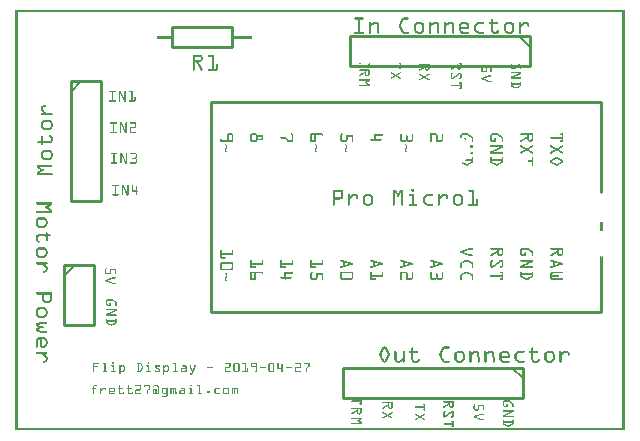
<source format=gto>
G04 MADE WITH FRITZING*
G04 WWW.FRITZING.ORG*
G04 DOUBLE SIDED*
G04 HOLES PLATED*
G04 CONTOUR ON CENTER OF CONTOUR VECTOR*
%ASAXBY*%
%FSLAX23Y23*%
%MOIN*%
%OFA0B0*%
%SFA1.0B1.0*%
%ADD10C,0.010000*%
%ADD11C,0.005000*%
%ADD12R,0.001000X0.001000*%
%LNSILK1*%
G90*
G70*
G54D10*
X1953Y1096D02*
X653Y1096D01*
D02*
X653Y1096D02*
X653Y396D01*
D02*
X653Y396D02*
X1953Y396D01*
D02*
X1953Y1096D02*
X1953Y796D01*
D02*
X184Y1165D02*
X184Y765D01*
D02*
X184Y765D02*
X284Y765D01*
D02*
X284Y765D02*
X284Y1165D01*
D02*
X284Y1165D02*
X184Y1165D01*
G54D11*
D02*
X184Y1130D02*
X219Y1165D01*
G54D10*
D02*
X163Y552D02*
X163Y352D01*
D02*
X163Y352D02*
X263Y352D01*
D02*
X263Y352D02*
X263Y552D01*
D02*
X263Y552D02*
X163Y552D01*
G54D11*
D02*
X163Y517D02*
X198Y552D01*
G54D10*
D02*
X1691Y210D02*
X1091Y210D01*
D02*
X1091Y210D02*
X1091Y110D01*
D02*
X1091Y110D02*
X1691Y110D01*
D02*
X1691Y110D02*
X1691Y210D01*
G54D11*
D02*
X1656Y210D02*
X1691Y175D01*
G54D10*
D02*
X1715Y1315D02*
X1115Y1315D01*
D02*
X1115Y1315D02*
X1115Y1215D01*
D02*
X1115Y1215D02*
X1715Y1215D01*
D02*
X1715Y1215D02*
X1715Y1315D01*
G54D11*
D02*
X1680Y1315D02*
X1715Y1280D01*
G54D10*
D02*
X723Y1278D02*
X523Y1278D01*
D02*
X523Y1278D02*
X523Y1344D01*
D02*
X523Y1344D02*
X723Y1344D01*
D02*
X723Y1344D02*
X723Y1278D01*
G54D12*
X0Y1402D02*
X2030Y1402D01*
X0Y1401D02*
X2030Y1401D01*
X0Y1400D02*
X2030Y1400D01*
X0Y1399D02*
X2030Y1399D01*
X0Y1398D02*
X2030Y1398D01*
X0Y1397D02*
X2030Y1397D01*
X0Y1396D02*
X2030Y1396D01*
X0Y1395D02*
X2030Y1395D01*
X0Y1394D02*
X7Y1394D01*
X2023Y1394D02*
X2030Y1394D01*
X0Y1393D02*
X7Y1393D01*
X2023Y1393D02*
X2030Y1393D01*
X0Y1392D02*
X7Y1392D01*
X2023Y1392D02*
X2030Y1392D01*
X0Y1391D02*
X7Y1391D01*
X2023Y1391D02*
X2030Y1391D01*
X0Y1390D02*
X7Y1390D01*
X2023Y1390D02*
X2030Y1390D01*
X0Y1389D02*
X7Y1389D01*
X2023Y1389D02*
X2030Y1389D01*
X0Y1388D02*
X7Y1388D01*
X2023Y1388D02*
X2030Y1388D01*
X0Y1387D02*
X7Y1387D01*
X2023Y1387D02*
X2030Y1387D01*
X0Y1386D02*
X7Y1386D01*
X2023Y1386D02*
X2030Y1386D01*
X0Y1385D02*
X7Y1385D01*
X2023Y1385D02*
X2030Y1385D01*
X0Y1384D02*
X7Y1384D01*
X2023Y1384D02*
X2030Y1384D01*
X0Y1383D02*
X7Y1383D01*
X2023Y1383D02*
X2030Y1383D01*
X0Y1382D02*
X7Y1382D01*
X2023Y1382D02*
X2030Y1382D01*
X0Y1381D02*
X7Y1381D01*
X2023Y1381D02*
X2030Y1381D01*
X0Y1380D02*
X7Y1380D01*
X2023Y1380D02*
X2030Y1380D01*
X0Y1379D02*
X7Y1379D01*
X2023Y1379D02*
X2030Y1379D01*
X0Y1378D02*
X7Y1378D01*
X2023Y1378D02*
X2030Y1378D01*
X0Y1377D02*
X7Y1377D01*
X1133Y1377D02*
X1159Y1377D01*
X1297Y1377D02*
X1309Y1377D01*
X2023Y1377D02*
X2030Y1377D01*
X0Y1376D02*
X7Y1376D01*
X1130Y1376D02*
X1162Y1376D01*
X1293Y1376D02*
X1312Y1376D01*
X2023Y1376D02*
X2030Y1376D01*
X0Y1375D02*
X7Y1375D01*
X1130Y1375D02*
X1162Y1375D01*
X1291Y1375D02*
X1312Y1375D01*
X2023Y1375D02*
X2030Y1375D01*
X0Y1374D02*
X7Y1374D01*
X1129Y1374D02*
X1163Y1374D01*
X1290Y1374D02*
X1313Y1374D01*
X1589Y1374D02*
X1589Y1374D01*
X2023Y1374D02*
X2030Y1374D01*
X0Y1373D02*
X7Y1373D01*
X1129Y1373D02*
X1163Y1373D01*
X1289Y1373D02*
X1313Y1373D01*
X1587Y1373D02*
X1591Y1373D01*
X2023Y1373D02*
X2030Y1373D01*
X0Y1372D02*
X7Y1372D01*
X1130Y1372D02*
X1162Y1372D01*
X1288Y1372D02*
X1312Y1372D01*
X1586Y1372D02*
X1592Y1372D01*
X2023Y1372D02*
X2030Y1372D01*
X0Y1371D02*
X7Y1371D01*
X1130Y1371D02*
X1162Y1371D01*
X1288Y1371D02*
X1312Y1371D01*
X1586Y1371D02*
X1592Y1371D01*
X2023Y1371D02*
X2030Y1371D01*
X0Y1370D02*
X7Y1370D01*
X1133Y1370D02*
X1159Y1370D01*
X1287Y1370D02*
X1309Y1370D01*
X1586Y1370D02*
X1592Y1370D01*
X2023Y1370D02*
X2030Y1370D01*
X0Y1369D02*
X7Y1369D01*
X1143Y1369D02*
X1149Y1369D01*
X1287Y1369D02*
X1294Y1369D01*
X1586Y1369D02*
X1592Y1369D01*
X2023Y1369D02*
X2030Y1369D01*
X0Y1368D02*
X7Y1368D01*
X1143Y1368D02*
X1149Y1368D01*
X1286Y1368D02*
X1293Y1368D01*
X1586Y1368D02*
X1592Y1368D01*
X2023Y1368D02*
X2030Y1368D01*
X0Y1367D02*
X7Y1367D01*
X1143Y1367D02*
X1149Y1367D01*
X1286Y1367D02*
X1293Y1367D01*
X1586Y1367D02*
X1592Y1367D01*
X2023Y1367D02*
X2030Y1367D01*
X0Y1366D02*
X7Y1366D01*
X1143Y1366D02*
X1149Y1366D01*
X1285Y1366D02*
X1292Y1366D01*
X1586Y1366D02*
X1592Y1366D01*
X2023Y1366D02*
X2030Y1366D01*
X0Y1365D02*
X7Y1365D01*
X1143Y1365D02*
X1149Y1365D01*
X1285Y1365D02*
X1292Y1365D01*
X1586Y1365D02*
X1592Y1365D01*
X2023Y1365D02*
X2030Y1365D01*
X0Y1364D02*
X7Y1364D01*
X1143Y1364D02*
X1149Y1364D01*
X1284Y1364D02*
X1291Y1364D01*
X1586Y1364D02*
X1592Y1364D01*
X2023Y1364D02*
X2030Y1364D01*
X0Y1363D02*
X7Y1363D01*
X1143Y1363D02*
X1149Y1363D01*
X1284Y1363D02*
X1291Y1363D01*
X1586Y1363D02*
X1592Y1363D01*
X2023Y1363D02*
X2030Y1363D01*
X0Y1362D02*
X7Y1362D01*
X1143Y1362D02*
X1149Y1362D01*
X1181Y1362D02*
X1183Y1362D01*
X1196Y1362D02*
X1204Y1362D01*
X1283Y1362D02*
X1290Y1362D01*
X1340Y1362D02*
X1352Y1362D01*
X1381Y1362D02*
X1383Y1362D01*
X1396Y1362D02*
X1404Y1362D01*
X1431Y1362D02*
X1433Y1362D01*
X1446Y1362D02*
X1454Y1362D01*
X1490Y1362D02*
X1502Y1362D01*
X1543Y1362D02*
X1561Y1362D01*
X1581Y1362D02*
X1607Y1362D01*
X1640Y1362D02*
X1652Y1362D01*
X1681Y1362D02*
X1683Y1362D01*
X1695Y1362D02*
X1705Y1362D01*
X2023Y1362D02*
X2030Y1362D01*
X0Y1361D02*
X7Y1361D01*
X1143Y1361D02*
X1149Y1361D01*
X1180Y1361D02*
X1184Y1361D01*
X1194Y1361D02*
X1207Y1361D01*
X1283Y1361D02*
X1290Y1361D01*
X1337Y1361D02*
X1355Y1361D01*
X1380Y1361D02*
X1384Y1361D01*
X1394Y1361D02*
X1407Y1361D01*
X1430Y1361D02*
X1434Y1361D01*
X1444Y1361D02*
X1457Y1361D01*
X1487Y1361D02*
X1505Y1361D01*
X1541Y1361D02*
X1562Y1361D01*
X1580Y1361D02*
X1608Y1361D01*
X1637Y1361D02*
X1655Y1361D01*
X1680Y1361D02*
X1684Y1361D01*
X1694Y1361D02*
X1707Y1361D01*
X2023Y1361D02*
X2030Y1361D01*
X0Y1360D02*
X7Y1360D01*
X1143Y1360D02*
X1149Y1360D01*
X1180Y1360D02*
X1185Y1360D01*
X1192Y1360D02*
X1208Y1360D01*
X1282Y1360D02*
X1289Y1360D01*
X1336Y1360D02*
X1356Y1360D01*
X1380Y1360D02*
X1385Y1360D01*
X1392Y1360D02*
X1408Y1360D01*
X1430Y1360D02*
X1435Y1360D01*
X1442Y1360D02*
X1458Y1360D01*
X1486Y1360D02*
X1506Y1360D01*
X1539Y1360D02*
X1563Y1360D01*
X1579Y1360D02*
X1609Y1360D01*
X1636Y1360D02*
X1656Y1360D01*
X1679Y1360D02*
X1685Y1360D01*
X1692Y1360D02*
X1709Y1360D01*
X2023Y1360D02*
X2030Y1360D01*
X0Y1359D02*
X7Y1359D01*
X1143Y1359D02*
X1149Y1359D01*
X1179Y1359D02*
X1185Y1359D01*
X1190Y1359D02*
X1209Y1359D01*
X1282Y1359D02*
X1289Y1359D01*
X1335Y1359D02*
X1358Y1359D01*
X1379Y1359D02*
X1385Y1359D01*
X1390Y1359D02*
X1409Y1359D01*
X1429Y1359D02*
X1435Y1359D01*
X1440Y1359D02*
X1459Y1359D01*
X1484Y1359D02*
X1508Y1359D01*
X1538Y1359D02*
X1563Y1359D01*
X1579Y1359D02*
X1609Y1359D01*
X1634Y1359D02*
X1658Y1359D01*
X1679Y1359D02*
X1685Y1359D01*
X1691Y1359D02*
X1710Y1359D01*
X2023Y1359D02*
X2030Y1359D01*
X0Y1358D02*
X7Y1358D01*
X1143Y1358D02*
X1149Y1358D01*
X1179Y1358D02*
X1185Y1358D01*
X1189Y1358D02*
X1210Y1358D01*
X1281Y1358D02*
X1288Y1358D01*
X1333Y1358D02*
X1359Y1358D01*
X1379Y1358D02*
X1385Y1358D01*
X1389Y1358D02*
X1410Y1358D01*
X1429Y1358D02*
X1435Y1358D01*
X1439Y1358D02*
X1460Y1358D01*
X1483Y1358D02*
X1509Y1358D01*
X1536Y1358D02*
X1563Y1358D01*
X1579Y1358D02*
X1609Y1358D01*
X1633Y1358D02*
X1659Y1358D01*
X1679Y1358D02*
X1685Y1358D01*
X1690Y1358D02*
X1711Y1358D01*
X2023Y1358D02*
X2030Y1358D01*
X0Y1357D02*
X7Y1357D01*
X1143Y1357D02*
X1149Y1357D01*
X1179Y1357D02*
X1185Y1357D01*
X1187Y1357D02*
X1211Y1357D01*
X1281Y1357D02*
X1288Y1357D01*
X1332Y1357D02*
X1360Y1357D01*
X1379Y1357D02*
X1385Y1357D01*
X1387Y1357D02*
X1411Y1357D01*
X1429Y1357D02*
X1435Y1357D01*
X1437Y1357D02*
X1461Y1357D01*
X1482Y1357D02*
X1510Y1357D01*
X1535Y1357D02*
X1562Y1357D01*
X1580Y1357D02*
X1609Y1357D01*
X1632Y1357D02*
X1660Y1357D01*
X1679Y1357D02*
X1685Y1357D01*
X1689Y1357D02*
X1711Y1357D01*
X2023Y1357D02*
X2030Y1357D01*
X0Y1356D02*
X7Y1356D01*
X1143Y1356D02*
X1149Y1356D01*
X1179Y1356D02*
X1211Y1356D01*
X1281Y1356D02*
X1287Y1356D01*
X1331Y1356D02*
X1361Y1356D01*
X1379Y1356D02*
X1411Y1356D01*
X1429Y1356D02*
X1461Y1356D01*
X1481Y1356D02*
X1511Y1356D01*
X1534Y1356D02*
X1561Y1356D01*
X1581Y1356D02*
X1608Y1356D01*
X1631Y1356D02*
X1661Y1356D01*
X1679Y1356D02*
X1685Y1356D01*
X1688Y1356D02*
X1712Y1356D01*
X2023Y1356D02*
X2030Y1356D01*
X0Y1355D02*
X7Y1355D01*
X1143Y1355D02*
X1149Y1355D01*
X1179Y1355D02*
X1196Y1355D01*
X1204Y1355D02*
X1211Y1355D01*
X1280Y1355D02*
X1287Y1355D01*
X1331Y1355D02*
X1340Y1355D01*
X1352Y1355D02*
X1361Y1355D01*
X1379Y1355D02*
X1396Y1355D01*
X1404Y1355D02*
X1411Y1355D01*
X1429Y1355D02*
X1446Y1355D01*
X1454Y1355D02*
X1461Y1355D01*
X1481Y1355D02*
X1490Y1355D01*
X1502Y1355D02*
X1511Y1355D01*
X1533Y1355D02*
X1543Y1355D01*
X1586Y1355D02*
X1592Y1355D01*
X1631Y1355D02*
X1640Y1355D01*
X1652Y1355D02*
X1661Y1355D01*
X1679Y1355D02*
X1696Y1355D01*
X1705Y1355D02*
X1712Y1355D01*
X2023Y1355D02*
X2030Y1355D01*
X0Y1354D02*
X7Y1354D01*
X1143Y1354D02*
X1149Y1354D01*
X1179Y1354D02*
X1195Y1354D01*
X1205Y1354D02*
X1212Y1354D01*
X1280Y1354D02*
X1286Y1354D01*
X1330Y1354D02*
X1338Y1354D01*
X1354Y1354D02*
X1362Y1354D01*
X1379Y1354D02*
X1395Y1354D01*
X1405Y1354D02*
X1412Y1354D01*
X1429Y1354D02*
X1445Y1354D01*
X1455Y1354D02*
X1462Y1354D01*
X1480Y1354D02*
X1488Y1354D01*
X1504Y1354D02*
X1512Y1354D01*
X1532Y1354D02*
X1542Y1354D01*
X1586Y1354D02*
X1592Y1354D01*
X1630Y1354D02*
X1638Y1354D01*
X1654Y1354D02*
X1662Y1354D01*
X1679Y1354D02*
X1695Y1354D01*
X1706Y1354D02*
X1713Y1354D01*
X2023Y1354D02*
X2030Y1354D01*
X0Y1353D02*
X7Y1353D01*
X1143Y1353D02*
X1149Y1353D01*
X1179Y1353D02*
X1193Y1353D01*
X1206Y1353D02*
X1212Y1353D01*
X1280Y1353D02*
X1286Y1353D01*
X1330Y1353D02*
X1337Y1353D01*
X1355Y1353D02*
X1362Y1353D01*
X1379Y1353D02*
X1393Y1353D01*
X1406Y1353D02*
X1412Y1353D01*
X1429Y1353D02*
X1443Y1353D01*
X1456Y1353D02*
X1462Y1353D01*
X1480Y1353D02*
X1487Y1353D01*
X1505Y1353D02*
X1512Y1353D01*
X1531Y1353D02*
X1541Y1353D01*
X1586Y1353D02*
X1592Y1353D01*
X1630Y1353D02*
X1637Y1353D01*
X1655Y1353D02*
X1662Y1353D01*
X1679Y1353D02*
X1694Y1353D01*
X1707Y1353D02*
X1713Y1353D01*
X2023Y1353D02*
X2030Y1353D01*
X0Y1352D02*
X7Y1352D01*
X1143Y1352D02*
X1149Y1352D01*
X1179Y1352D02*
X1192Y1352D01*
X1206Y1352D02*
X1212Y1352D01*
X1279Y1352D02*
X1286Y1352D01*
X1330Y1352D02*
X1336Y1352D01*
X1356Y1352D02*
X1363Y1352D01*
X1379Y1352D02*
X1391Y1352D01*
X1406Y1352D02*
X1412Y1352D01*
X1429Y1352D02*
X1441Y1352D01*
X1456Y1352D02*
X1462Y1352D01*
X1480Y1352D02*
X1486Y1352D01*
X1506Y1352D02*
X1513Y1352D01*
X1531Y1352D02*
X1540Y1352D01*
X1586Y1352D02*
X1592Y1352D01*
X1630Y1352D02*
X1636Y1352D01*
X1656Y1352D02*
X1663Y1352D01*
X1679Y1352D02*
X1693Y1352D01*
X1707Y1352D02*
X1713Y1352D01*
X2023Y1352D02*
X2030Y1352D01*
X0Y1351D02*
X7Y1351D01*
X1143Y1351D02*
X1149Y1351D01*
X1179Y1351D02*
X1190Y1351D01*
X1206Y1351D02*
X1212Y1351D01*
X1279Y1351D02*
X1285Y1351D01*
X1329Y1351D02*
X1336Y1351D01*
X1357Y1351D02*
X1363Y1351D01*
X1379Y1351D02*
X1390Y1351D01*
X1406Y1351D02*
X1412Y1351D01*
X1429Y1351D02*
X1440Y1351D01*
X1456Y1351D02*
X1462Y1351D01*
X1479Y1351D02*
X1486Y1351D01*
X1507Y1351D02*
X1513Y1351D01*
X1530Y1351D02*
X1538Y1351D01*
X1586Y1351D02*
X1592Y1351D01*
X1629Y1351D02*
X1636Y1351D01*
X1657Y1351D02*
X1663Y1351D01*
X1679Y1351D02*
X1692Y1351D01*
X1707Y1351D02*
X1713Y1351D01*
X2023Y1351D02*
X2030Y1351D01*
X0Y1350D02*
X7Y1350D01*
X1143Y1350D02*
X1149Y1350D01*
X1179Y1350D02*
X1188Y1350D01*
X1206Y1350D02*
X1212Y1350D01*
X1279Y1350D02*
X1285Y1350D01*
X1329Y1350D02*
X1335Y1350D01*
X1357Y1350D02*
X1363Y1350D01*
X1379Y1350D02*
X1388Y1350D01*
X1406Y1350D02*
X1412Y1350D01*
X1429Y1350D02*
X1438Y1350D01*
X1456Y1350D02*
X1462Y1350D01*
X1479Y1350D02*
X1485Y1350D01*
X1507Y1350D02*
X1513Y1350D01*
X1530Y1350D02*
X1537Y1350D01*
X1586Y1350D02*
X1592Y1350D01*
X1629Y1350D02*
X1635Y1350D01*
X1657Y1350D02*
X1663Y1350D01*
X1679Y1350D02*
X1691Y1350D01*
X1707Y1350D02*
X1713Y1350D01*
X2023Y1350D02*
X2030Y1350D01*
X0Y1349D02*
X7Y1349D01*
X1143Y1349D02*
X1149Y1349D01*
X1179Y1349D02*
X1187Y1349D01*
X1206Y1349D02*
X1212Y1349D01*
X1279Y1349D02*
X1285Y1349D01*
X1329Y1349D02*
X1335Y1349D01*
X1357Y1349D02*
X1363Y1349D01*
X1379Y1349D02*
X1387Y1349D01*
X1406Y1349D02*
X1412Y1349D01*
X1429Y1349D02*
X1437Y1349D01*
X1456Y1349D02*
X1462Y1349D01*
X1479Y1349D02*
X1485Y1349D01*
X1507Y1349D02*
X1513Y1349D01*
X1529Y1349D02*
X1536Y1349D01*
X1586Y1349D02*
X1592Y1349D01*
X1629Y1349D02*
X1635Y1349D01*
X1657Y1349D02*
X1663Y1349D01*
X1679Y1349D02*
X1689Y1349D01*
X1707Y1349D02*
X1713Y1349D01*
X2023Y1349D02*
X2030Y1349D01*
X0Y1348D02*
X7Y1348D01*
X1143Y1348D02*
X1149Y1348D01*
X1179Y1348D02*
X1185Y1348D01*
X1206Y1348D02*
X1212Y1348D01*
X1279Y1348D02*
X1286Y1348D01*
X1329Y1348D02*
X1335Y1348D01*
X1357Y1348D02*
X1363Y1348D01*
X1379Y1348D02*
X1385Y1348D01*
X1406Y1348D02*
X1412Y1348D01*
X1429Y1348D02*
X1435Y1348D01*
X1456Y1348D02*
X1462Y1348D01*
X1479Y1348D02*
X1485Y1348D01*
X1507Y1348D02*
X1513Y1348D01*
X1529Y1348D02*
X1536Y1348D01*
X1586Y1348D02*
X1592Y1348D01*
X1629Y1348D02*
X1635Y1348D01*
X1657Y1348D02*
X1663Y1348D01*
X1679Y1348D02*
X1688Y1348D01*
X1707Y1348D02*
X1712Y1348D01*
X2023Y1348D02*
X2030Y1348D01*
X0Y1347D02*
X7Y1347D01*
X1143Y1347D02*
X1149Y1347D01*
X1179Y1347D02*
X1185Y1347D01*
X1206Y1347D02*
X1212Y1347D01*
X1280Y1347D02*
X1286Y1347D01*
X1329Y1347D02*
X1335Y1347D01*
X1357Y1347D02*
X1363Y1347D01*
X1379Y1347D02*
X1385Y1347D01*
X1406Y1347D02*
X1412Y1347D01*
X1429Y1347D02*
X1435Y1347D01*
X1456Y1347D02*
X1462Y1347D01*
X1479Y1347D02*
X1485Y1347D01*
X1507Y1347D02*
X1513Y1347D01*
X1529Y1347D02*
X1535Y1347D01*
X1586Y1347D02*
X1592Y1347D01*
X1629Y1347D02*
X1635Y1347D01*
X1657Y1347D02*
X1663Y1347D01*
X1679Y1347D02*
X1687Y1347D01*
X1708Y1347D02*
X1711Y1347D01*
X2023Y1347D02*
X2030Y1347D01*
X0Y1346D02*
X7Y1346D01*
X1143Y1346D02*
X1149Y1346D01*
X1179Y1346D02*
X1185Y1346D01*
X1206Y1346D02*
X1212Y1346D01*
X1280Y1346D02*
X1286Y1346D01*
X1329Y1346D02*
X1335Y1346D01*
X1357Y1346D02*
X1363Y1346D01*
X1379Y1346D02*
X1385Y1346D01*
X1406Y1346D02*
X1412Y1346D01*
X1429Y1346D02*
X1435Y1346D01*
X1456Y1346D02*
X1462Y1346D01*
X1479Y1346D02*
X1485Y1346D01*
X1507Y1346D02*
X1513Y1346D01*
X1529Y1346D02*
X1535Y1346D01*
X1586Y1346D02*
X1592Y1346D01*
X1629Y1346D02*
X1635Y1346D01*
X1657Y1346D02*
X1663Y1346D01*
X1679Y1346D02*
X1686Y1346D01*
X2023Y1346D02*
X2030Y1346D01*
X0Y1345D02*
X7Y1345D01*
X1143Y1345D02*
X1149Y1345D01*
X1179Y1345D02*
X1185Y1345D01*
X1206Y1345D02*
X1212Y1345D01*
X1280Y1345D02*
X1287Y1345D01*
X1329Y1345D02*
X1335Y1345D01*
X1357Y1345D02*
X1363Y1345D01*
X1379Y1345D02*
X1385Y1345D01*
X1406Y1345D02*
X1412Y1345D01*
X1429Y1345D02*
X1435Y1345D01*
X1456Y1345D02*
X1462Y1345D01*
X1479Y1345D02*
X1485Y1345D01*
X1507Y1345D02*
X1513Y1345D01*
X1529Y1345D02*
X1535Y1345D01*
X1586Y1345D02*
X1592Y1345D01*
X1629Y1345D02*
X1635Y1345D01*
X1657Y1345D02*
X1663Y1345D01*
X1679Y1345D02*
X1685Y1345D01*
X2023Y1345D02*
X2030Y1345D01*
X0Y1344D02*
X7Y1344D01*
X1143Y1344D02*
X1149Y1344D01*
X1179Y1344D02*
X1185Y1344D01*
X1206Y1344D02*
X1212Y1344D01*
X1280Y1344D02*
X1287Y1344D01*
X1329Y1344D02*
X1335Y1344D01*
X1357Y1344D02*
X1363Y1344D01*
X1379Y1344D02*
X1385Y1344D01*
X1406Y1344D02*
X1412Y1344D01*
X1429Y1344D02*
X1435Y1344D01*
X1456Y1344D02*
X1462Y1344D01*
X1479Y1344D02*
X1513Y1344D01*
X1529Y1344D02*
X1535Y1344D01*
X1586Y1344D02*
X1592Y1344D01*
X1629Y1344D02*
X1635Y1344D01*
X1657Y1344D02*
X1663Y1344D01*
X1679Y1344D02*
X1685Y1344D01*
X2023Y1344D02*
X2030Y1344D01*
X0Y1343D02*
X7Y1343D01*
X1143Y1343D02*
X1149Y1343D01*
X1179Y1343D02*
X1185Y1343D01*
X1206Y1343D02*
X1212Y1343D01*
X1281Y1343D02*
X1288Y1343D01*
X1329Y1343D02*
X1335Y1343D01*
X1357Y1343D02*
X1363Y1343D01*
X1379Y1343D02*
X1385Y1343D01*
X1406Y1343D02*
X1412Y1343D01*
X1429Y1343D02*
X1435Y1343D01*
X1456Y1343D02*
X1462Y1343D01*
X1479Y1343D02*
X1513Y1343D01*
X1529Y1343D02*
X1535Y1343D01*
X1586Y1343D02*
X1592Y1343D01*
X1629Y1343D02*
X1635Y1343D01*
X1657Y1343D02*
X1663Y1343D01*
X1679Y1343D02*
X1685Y1343D01*
X2023Y1343D02*
X2030Y1343D01*
X0Y1342D02*
X7Y1342D01*
X1143Y1342D02*
X1149Y1342D01*
X1179Y1342D02*
X1185Y1342D01*
X1206Y1342D02*
X1212Y1342D01*
X1281Y1342D02*
X1288Y1342D01*
X1329Y1342D02*
X1335Y1342D01*
X1357Y1342D02*
X1363Y1342D01*
X1379Y1342D02*
X1385Y1342D01*
X1406Y1342D02*
X1412Y1342D01*
X1429Y1342D02*
X1435Y1342D01*
X1456Y1342D02*
X1462Y1342D01*
X1479Y1342D02*
X1513Y1342D01*
X1529Y1342D02*
X1535Y1342D01*
X1586Y1342D02*
X1592Y1342D01*
X1629Y1342D02*
X1635Y1342D01*
X1657Y1342D02*
X1663Y1342D01*
X1679Y1342D02*
X1685Y1342D01*
X2023Y1342D02*
X2030Y1342D01*
X0Y1341D02*
X7Y1341D01*
X1143Y1341D02*
X1149Y1341D01*
X1179Y1341D02*
X1185Y1341D01*
X1206Y1341D02*
X1212Y1341D01*
X1282Y1341D02*
X1289Y1341D01*
X1329Y1341D02*
X1335Y1341D01*
X1357Y1341D02*
X1363Y1341D01*
X1379Y1341D02*
X1385Y1341D01*
X1406Y1341D02*
X1412Y1341D01*
X1429Y1341D02*
X1435Y1341D01*
X1456Y1341D02*
X1462Y1341D01*
X1479Y1341D02*
X1513Y1341D01*
X1529Y1341D02*
X1535Y1341D01*
X1586Y1341D02*
X1592Y1341D01*
X1629Y1341D02*
X1635Y1341D01*
X1657Y1341D02*
X1663Y1341D01*
X1679Y1341D02*
X1685Y1341D01*
X2023Y1341D02*
X2030Y1341D01*
X0Y1340D02*
X7Y1340D01*
X1143Y1340D02*
X1149Y1340D01*
X1179Y1340D02*
X1185Y1340D01*
X1206Y1340D02*
X1212Y1340D01*
X1282Y1340D02*
X1289Y1340D01*
X1329Y1340D02*
X1335Y1340D01*
X1357Y1340D02*
X1363Y1340D01*
X1379Y1340D02*
X1385Y1340D01*
X1406Y1340D02*
X1412Y1340D01*
X1429Y1340D02*
X1435Y1340D01*
X1456Y1340D02*
X1462Y1340D01*
X1479Y1340D02*
X1513Y1340D01*
X1529Y1340D02*
X1535Y1340D01*
X1586Y1340D02*
X1592Y1340D01*
X1629Y1340D02*
X1635Y1340D01*
X1657Y1340D02*
X1663Y1340D01*
X1679Y1340D02*
X1685Y1340D01*
X2023Y1340D02*
X2030Y1340D01*
X0Y1339D02*
X7Y1339D01*
X1143Y1339D02*
X1149Y1339D01*
X1179Y1339D02*
X1185Y1339D01*
X1206Y1339D02*
X1212Y1339D01*
X1283Y1339D02*
X1290Y1339D01*
X1329Y1339D02*
X1335Y1339D01*
X1357Y1339D02*
X1363Y1339D01*
X1379Y1339D02*
X1385Y1339D01*
X1406Y1339D02*
X1412Y1339D01*
X1429Y1339D02*
X1435Y1339D01*
X1456Y1339D02*
X1462Y1339D01*
X1479Y1339D02*
X1512Y1339D01*
X1529Y1339D02*
X1535Y1339D01*
X1586Y1339D02*
X1592Y1339D01*
X1629Y1339D02*
X1635Y1339D01*
X1657Y1339D02*
X1663Y1339D01*
X1679Y1339D02*
X1685Y1339D01*
X2023Y1339D02*
X2030Y1339D01*
X0Y1338D02*
X7Y1338D01*
X1143Y1338D02*
X1149Y1338D01*
X1179Y1338D02*
X1185Y1338D01*
X1206Y1338D02*
X1212Y1338D01*
X1283Y1338D02*
X1290Y1338D01*
X1329Y1338D02*
X1335Y1338D01*
X1357Y1338D02*
X1363Y1338D01*
X1379Y1338D02*
X1385Y1338D01*
X1406Y1338D02*
X1412Y1338D01*
X1429Y1338D02*
X1435Y1338D01*
X1456Y1338D02*
X1462Y1338D01*
X1479Y1338D02*
X1511Y1338D01*
X1529Y1338D02*
X1535Y1338D01*
X1586Y1338D02*
X1592Y1338D01*
X1629Y1338D02*
X1635Y1338D01*
X1657Y1338D02*
X1663Y1338D01*
X1679Y1338D02*
X1685Y1338D01*
X2023Y1338D02*
X2030Y1338D01*
X0Y1337D02*
X7Y1337D01*
X1143Y1337D02*
X1149Y1337D01*
X1179Y1337D02*
X1185Y1337D01*
X1206Y1337D02*
X1212Y1337D01*
X1284Y1337D02*
X1291Y1337D01*
X1329Y1337D02*
X1335Y1337D01*
X1357Y1337D02*
X1363Y1337D01*
X1379Y1337D02*
X1385Y1337D01*
X1406Y1337D02*
X1412Y1337D01*
X1429Y1337D02*
X1435Y1337D01*
X1456Y1337D02*
X1462Y1337D01*
X1479Y1337D02*
X1485Y1337D01*
X1529Y1337D02*
X1536Y1337D01*
X1586Y1337D02*
X1592Y1337D01*
X1629Y1337D02*
X1635Y1337D01*
X1657Y1337D02*
X1663Y1337D01*
X1679Y1337D02*
X1685Y1337D01*
X2023Y1337D02*
X2030Y1337D01*
X0Y1336D02*
X7Y1336D01*
X1143Y1336D02*
X1149Y1336D01*
X1179Y1336D02*
X1185Y1336D01*
X1206Y1336D02*
X1212Y1336D01*
X1284Y1336D02*
X1291Y1336D01*
X1329Y1336D02*
X1335Y1336D01*
X1357Y1336D02*
X1363Y1336D01*
X1379Y1336D02*
X1385Y1336D01*
X1406Y1336D02*
X1412Y1336D01*
X1429Y1336D02*
X1435Y1336D01*
X1456Y1336D02*
X1462Y1336D01*
X1479Y1336D02*
X1485Y1336D01*
X1530Y1336D02*
X1536Y1336D01*
X1586Y1336D02*
X1592Y1336D01*
X1629Y1336D02*
X1635Y1336D01*
X1657Y1336D02*
X1663Y1336D01*
X1679Y1336D02*
X1685Y1336D01*
X2023Y1336D02*
X2030Y1336D01*
X0Y1335D02*
X7Y1335D01*
X1143Y1335D02*
X1149Y1335D01*
X1179Y1335D02*
X1185Y1335D01*
X1207Y1335D02*
X1213Y1335D01*
X1285Y1335D02*
X1292Y1335D01*
X1329Y1335D02*
X1335Y1335D01*
X1357Y1335D02*
X1363Y1335D01*
X1379Y1335D02*
X1385Y1335D01*
X1406Y1335D02*
X1412Y1335D01*
X1429Y1335D02*
X1435Y1335D01*
X1456Y1335D02*
X1462Y1335D01*
X1479Y1335D02*
X1485Y1335D01*
X1530Y1335D02*
X1537Y1335D01*
X1586Y1335D02*
X1592Y1335D01*
X1608Y1335D02*
X1611Y1335D01*
X1629Y1335D02*
X1635Y1335D01*
X1657Y1335D02*
X1663Y1335D01*
X1679Y1335D02*
X1685Y1335D01*
X2023Y1335D02*
X2030Y1335D01*
X0Y1334D02*
X7Y1334D01*
X1143Y1334D02*
X1149Y1334D01*
X1179Y1334D02*
X1185Y1334D01*
X1207Y1334D02*
X1213Y1334D01*
X1285Y1334D02*
X1292Y1334D01*
X1329Y1334D02*
X1336Y1334D01*
X1356Y1334D02*
X1363Y1334D01*
X1379Y1334D02*
X1385Y1334D01*
X1407Y1334D02*
X1413Y1334D01*
X1429Y1334D02*
X1435Y1334D01*
X1457Y1334D02*
X1463Y1334D01*
X1479Y1334D02*
X1486Y1334D01*
X1530Y1334D02*
X1539Y1334D01*
X1586Y1334D02*
X1592Y1334D01*
X1607Y1334D02*
X1612Y1334D01*
X1629Y1334D02*
X1636Y1334D01*
X1656Y1334D02*
X1663Y1334D01*
X1679Y1334D02*
X1685Y1334D01*
X2023Y1334D02*
X2030Y1334D01*
X0Y1333D02*
X7Y1333D01*
X1143Y1333D02*
X1149Y1333D01*
X1179Y1333D02*
X1185Y1333D01*
X1207Y1333D02*
X1213Y1333D01*
X1286Y1333D02*
X1293Y1333D01*
X1330Y1333D02*
X1336Y1333D01*
X1356Y1333D02*
X1363Y1333D01*
X1379Y1333D02*
X1385Y1333D01*
X1407Y1333D02*
X1413Y1333D01*
X1429Y1333D02*
X1435Y1333D01*
X1457Y1333D02*
X1463Y1333D01*
X1480Y1333D02*
X1486Y1333D01*
X1531Y1333D02*
X1540Y1333D01*
X1586Y1333D02*
X1592Y1333D01*
X1607Y1333D02*
X1613Y1333D01*
X1629Y1333D02*
X1636Y1333D01*
X1656Y1333D02*
X1663Y1333D01*
X1679Y1333D02*
X1685Y1333D01*
X2023Y1333D02*
X2030Y1333D01*
X0Y1332D02*
X7Y1332D01*
X1143Y1332D02*
X1149Y1332D01*
X1179Y1332D02*
X1185Y1332D01*
X1207Y1332D02*
X1213Y1332D01*
X1286Y1332D02*
X1293Y1332D01*
X1330Y1332D02*
X1337Y1332D01*
X1355Y1332D02*
X1362Y1332D01*
X1379Y1332D02*
X1385Y1332D01*
X1407Y1332D02*
X1413Y1332D01*
X1429Y1332D02*
X1435Y1332D01*
X1457Y1332D02*
X1463Y1332D01*
X1480Y1332D02*
X1487Y1332D01*
X1531Y1332D02*
X1541Y1332D01*
X1586Y1332D02*
X1592Y1332D01*
X1606Y1332D02*
X1613Y1332D01*
X1630Y1332D02*
X1637Y1332D01*
X1655Y1332D02*
X1662Y1332D01*
X1679Y1332D02*
X1685Y1332D01*
X2023Y1332D02*
X2030Y1332D01*
X0Y1331D02*
X7Y1331D01*
X1143Y1331D02*
X1149Y1331D01*
X1179Y1331D02*
X1185Y1331D01*
X1207Y1331D02*
X1213Y1331D01*
X1287Y1331D02*
X1294Y1331D01*
X1330Y1331D02*
X1339Y1331D01*
X1353Y1331D02*
X1362Y1331D01*
X1379Y1331D02*
X1385Y1331D01*
X1407Y1331D02*
X1413Y1331D01*
X1429Y1331D02*
X1435Y1331D01*
X1457Y1331D02*
X1463Y1331D01*
X1480Y1331D02*
X1489Y1331D01*
X1532Y1331D02*
X1542Y1331D01*
X1586Y1331D02*
X1593Y1331D01*
X1606Y1331D02*
X1613Y1331D01*
X1630Y1331D02*
X1639Y1331D01*
X1653Y1331D02*
X1662Y1331D01*
X1679Y1331D02*
X1685Y1331D01*
X2023Y1331D02*
X2030Y1331D01*
X0Y1330D02*
X7Y1330D01*
X1143Y1330D02*
X1149Y1330D01*
X1179Y1330D02*
X1185Y1330D01*
X1207Y1330D02*
X1213Y1330D01*
X1287Y1330D02*
X1295Y1330D01*
X1331Y1330D02*
X1340Y1330D01*
X1352Y1330D02*
X1361Y1330D01*
X1379Y1330D02*
X1385Y1330D01*
X1407Y1330D02*
X1413Y1330D01*
X1429Y1330D02*
X1435Y1330D01*
X1457Y1330D02*
X1463Y1330D01*
X1481Y1330D02*
X1490Y1330D01*
X1533Y1330D02*
X1544Y1330D01*
X1587Y1330D02*
X1595Y1330D01*
X1604Y1330D02*
X1612Y1330D01*
X1631Y1330D02*
X1640Y1330D01*
X1652Y1330D02*
X1661Y1330D01*
X1679Y1330D02*
X1685Y1330D01*
X2023Y1330D02*
X2030Y1330D01*
X0Y1329D02*
X7Y1329D01*
X1131Y1329D02*
X1162Y1329D01*
X1179Y1329D02*
X1185Y1329D01*
X1207Y1329D02*
X1213Y1329D01*
X1288Y1329D02*
X1312Y1329D01*
X1331Y1329D02*
X1360Y1329D01*
X1379Y1329D02*
X1385Y1329D01*
X1407Y1329D02*
X1413Y1329D01*
X1429Y1329D02*
X1435Y1329D01*
X1457Y1329D02*
X1463Y1329D01*
X1481Y1329D02*
X1512Y1329D01*
X1535Y1329D02*
X1562Y1329D01*
X1587Y1329D02*
X1612Y1329D01*
X1631Y1329D02*
X1660Y1329D01*
X1679Y1329D02*
X1685Y1329D01*
X2023Y1329D02*
X2030Y1329D01*
X0Y1328D02*
X7Y1328D01*
X1130Y1328D02*
X1162Y1328D01*
X1179Y1328D02*
X1185Y1328D01*
X1207Y1328D02*
X1213Y1328D01*
X1288Y1328D02*
X1312Y1328D01*
X1332Y1328D02*
X1360Y1328D01*
X1379Y1328D02*
X1385Y1328D01*
X1407Y1328D02*
X1413Y1328D01*
X1429Y1328D02*
X1435Y1328D01*
X1457Y1328D02*
X1463Y1328D01*
X1482Y1328D02*
X1512Y1328D01*
X1536Y1328D02*
X1562Y1328D01*
X1588Y1328D02*
X1611Y1328D01*
X1632Y1328D02*
X1660Y1328D01*
X1679Y1328D02*
X1685Y1328D01*
X2023Y1328D02*
X2030Y1328D01*
X0Y1327D02*
X7Y1327D01*
X1129Y1327D02*
X1163Y1327D01*
X1179Y1327D02*
X1185Y1327D01*
X1207Y1327D02*
X1213Y1327D01*
X1289Y1327D02*
X1313Y1327D01*
X1333Y1327D02*
X1358Y1327D01*
X1379Y1327D02*
X1385Y1327D01*
X1407Y1327D02*
X1413Y1327D01*
X1429Y1327D02*
X1435Y1327D01*
X1457Y1327D02*
X1463Y1327D01*
X1483Y1327D02*
X1513Y1327D01*
X1537Y1327D02*
X1563Y1327D01*
X1588Y1327D02*
X1611Y1327D01*
X1633Y1327D02*
X1658Y1327D01*
X1679Y1327D02*
X1685Y1327D01*
X2023Y1327D02*
X2030Y1327D01*
X0Y1326D02*
X7Y1326D01*
X1129Y1326D02*
X1163Y1326D01*
X1179Y1326D02*
X1185Y1326D01*
X1207Y1326D02*
X1213Y1326D01*
X1290Y1326D02*
X1313Y1326D01*
X1335Y1326D02*
X1357Y1326D01*
X1379Y1326D02*
X1385Y1326D01*
X1407Y1326D02*
X1413Y1326D01*
X1429Y1326D02*
X1435Y1326D01*
X1457Y1326D02*
X1463Y1326D01*
X1485Y1326D02*
X1513Y1326D01*
X1538Y1326D02*
X1563Y1326D01*
X1589Y1326D02*
X1610Y1326D01*
X1635Y1326D02*
X1657Y1326D01*
X1679Y1326D02*
X1685Y1326D01*
X2023Y1326D02*
X2030Y1326D01*
X0Y1325D02*
X7Y1325D01*
X1130Y1325D02*
X1163Y1325D01*
X1180Y1325D02*
X1185Y1325D01*
X1207Y1325D02*
X1212Y1325D01*
X1291Y1325D02*
X1312Y1325D01*
X1336Y1325D02*
X1356Y1325D01*
X1380Y1325D02*
X1385Y1325D01*
X1407Y1325D02*
X1412Y1325D01*
X1430Y1325D02*
X1435Y1325D01*
X1457Y1325D02*
X1462Y1325D01*
X1486Y1325D02*
X1512Y1325D01*
X1539Y1325D02*
X1562Y1325D01*
X1590Y1325D02*
X1609Y1325D01*
X1636Y1325D02*
X1656Y1325D01*
X1680Y1325D02*
X1685Y1325D01*
X2023Y1325D02*
X2030Y1325D01*
X0Y1324D02*
X7Y1324D01*
X1130Y1324D02*
X1162Y1324D01*
X1180Y1324D02*
X1184Y1324D01*
X1208Y1324D02*
X1212Y1324D01*
X1293Y1324D02*
X1312Y1324D01*
X1338Y1324D02*
X1355Y1324D01*
X1380Y1324D02*
X1384Y1324D01*
X1408Y1324D02*
X1412Y1324D01*
X1430Y1324D02*
X1434Y1324D01*
X1458Y1324D02*
X1462Y1324D01*
X1487Y1324D02*
X1512Y1324D01*
X1541Y1324D02*
X1562Y1324D01*
X1592Y1324D02*
X1607Y1324D01*
X1638Y1324D02*
X1655Y1324D01*
X1680Y1324D02*
X1684Y1324D01*
X2023Y1324D02*
X2030Y1324D01*
X0Y1323D02*
X7Y1323D01*
X1132Y1323D02*
X1160Y1323D01*
X1182Y1323D02*
X1183Y1323D01*
X1210Y1323D02*
X1210Y1323D01*
X1296Y1323D02*
X1310Y1323D01*
X1341Y1323D02*
X1351Y1323D01*
X1382Y1323D02*
X1382Y1323D01*
X1410Y1323D02*
X1410Y1323D01*
X1432Y1323D02*
X1432Y1323D01*
X1460Y1323D02*
X1460Y1323D01*
X1490Y1323D02*
X1510Y1323D01*
X1544Y1323D02*
X1560Y1323D01*
X1595Y1323D02*
X1604Y1323D01*
X1641Y1323D02*
X1651Y1323D01*
X1682Y1323D02*
X1682Y1323D01*
X2023Y1323D02*
X2030Y1323D01*
X0Y1322D02*
X7Y1322D01*
X2023Y1322D02*
X2030Y1322D01*
X0Y1321D02*
X7Y1321D01*
X2023Y1321D02*
X2030Y1321D01*
X0Y1320D02*
X7Y1320D01*
X2023Y1320D02*
X2030Y1320D01*
X0Y1319D02*
X7Y1319D01*
X2023Y1319D02*
X2030Y1319D01*
X0Y1318D02*
X7Y1318D01*
X2023Y1318D02*
X2030Y1318D01*
X0Y1317D02*
X7Y1317D01*
X2023Y1317D02*
X2030Y1317D01*
X0Y1316D02*
X7Y1316D01*
X474Y1316D02*
X521Y1316D01*
X722Y1316D02*
X789Y1316D01*
X2023Y1316D02*
X2030Y1316D01*
X0Y1315D02*
X7Y1315D01*
X474Y1315D02*
X521Y1315D01*
X722Y1315D02*
X789Y1315D01*
X2023Y1315D02*
X2030Y1315D01*
X0Y1314D02*
X7Y1314D01*
X474Y1314D02*
X521Y1314D01*
X722Y1314D02*
X789Y1314D01*
X2023Y1314D02*
X2030Y1314D01*
X0Y1313D02*
X7Y1313D01*
X474Y1313D02*
X521Y1313D01*
X722Y1313D02*
X789Y1313D01*
X2023Y1313D02*
X2030Y1313D01*
X0Y1312D02*
X7Y1312D01*
X474Y1312D02*
X521Y1312D01*
X722Y1312D02*
X788Y1312D01*
X2023Y1312D02*
X2030Y1312D01*
X0Y1311D02*
X7Y1311D01*
X474Y1311D02*
X521Y1311D01*
X722Y1311D02*
X788Y1311D01*
X2023Y1311D02*
X2030Y1311D01*
X0Y1310D02*
X7Y1310D01*
X474Y1310D02*
X521Y1310D01*
X722Y1310D02*
X789Y1310D01*
X2023Y1310D02*
X2030Y1310D01*
X0Y1309D02*
X7Y1309D01*
X474Y1309D02*
X521Y1309D01*
X722Y1309D02*
X789Y1309D01*
X2023Y1309D02*
X2030Y1309D01*
X0Y1308D02*
X7Y1308D01*
X474Y1308D02*
X521Y1308D01*
X722Y1308D02*
X789Y1308D01*
X2023Y1308D02*
X2030Y1308D01*
X0Y1307D02*
X7Y1307D01*
X474Y1307D02*
X521Y1307D01*
X723Y1307D02*
X789Y1307D01*
X2023Y1307D02*
X2030Y1307D01*
X0Y1306D02*
X7Y1306D01*
X2023Y1306D02*
X2030Y1306D01*
X0Y1305D02*
X7Y1305D01*
X2023Y1305D02*
X2030Y1305D01*
X0Y1304D02*
X7Y1304D01*
X2023Y1304D02*
X2030Y1304D01*
X0Y1303D02*
X7Y1303D01*
X2023Y1303D02*
X2030Y1303D01*
X0Y1302D02*
X7Y1302D01*
X2023Y1302D02*
X2030Y1302D01*
X0Y1301D02*
X7Y1301D01*
X2023Y1301D02*
X2030Y1301D01*
X0Y1300D02*
X7Y1300D01*
X2023Y1300D02*
X2030Y1300D01*
X0Y1299D02*
X7Y1299D01*
X2023Y1299D02*
X2030Y1299D01*
X0Y1298D02*
X7Y1298D01*
X2023Y1298D02*
X2030Y1298D01*
X0Y1297D02*
X7Y1297D01*
X2023Y1297D02*
X2030Y1297D01*
X0Y1296D02*
X7Y1296D01*
X2023Y1296D02*
X2030Y1296D01*
X0Y1295D02*
X7Y1295D01*
X2023Y1295D02*
X2030Y1295D01*
X0Y1294D02*
X7Y1294D01*
X2023Y1294D02*
X2030Y1294D01*
X0Y1293D02*
X7Y1293D01*
X2023Y1293D02*
X2030Y1293D01*
X0Y1292D02*
X7Y1292D01*
X2023Y1292D02*
X2030Y1292D01*
X0Y1291D02*
X7Y1291D01*
X2023Y1291D02*
X2030Y1291D01*
X0Y1290D02*
X7Y1290D01*
X2023Y1290D02*
X2030Y1290D01*
X0Y1289D02*
X7Y1289D01*
X2023Y1289D02*
X2030Y1289D01*
X0Y1288D02*
X7Y1288D01*
X2023Y1288D02*
X2030Y1288D01*
X0Y1287D02*
X7Y1287D01*
X2023Y1287D02*
X2030Y1287D01*
X0Y1286D02*
X7Y1286D01*
X2023Y1286D02*
X2030Y1286D01*
X0Y1285D02*
X7Y1285D01*
X2023Y1285D02*
X2030Y1285D01*
X0Y1284D02*
X7Y1284D01*
X2023Y1284D02*
X2030Y1284D01*
X0Y1283D02*
X7Y1283D01*
X2023Y1283D02*
X2030Y1283D01*
X0Y1282D02*
X7Y1282D01*
X2023Y1282D02*
X2030Y1282D01*
X0Y1281D02*
X7Y1281D01*
X2023Y1281D02*
X2030Y1281D01*
X0Y1280D02*
X7Y1280D01*
X2023Y1280D02*
X2030Y1280D01*
X0Y1279D02*
X7Y1279D01*
X2023Y1279D02*
X2030Y1279D01*
X0Y1278D02*
X7Y1278D01*
X2023Y1278D02*
X2030Y1278D01*
X0Y1277D02*
X7Y1277D01*
X2023Y1277D02*
X2030Y1277D01*
X0Y1276D02*
X7Y1276D01*
X2023Y1276D02*
X2030Y1276D01*
X0Y1275D02*
X7Y1275D01*
X2023Y1275D02*
X2030Y1275D01*
X0Y1274D02*
X7Y1274D01*
X2023Y1274D02*
X2030Y1274D01*
X0Y1273D02*
X7Y1273D01*
X2023Y1273D02*
X2030Y1273D01*
X0Y1272D02*
X7Y1272D01*
X2023Y1272D02*
X2030Y1272D01*
X0Y1271D02*
X7Y1271D01*
X2023Y1271D02*
X2030Y1271D01*
X0Y1270D02*
X7Y1270D01*
X2023Y1270D02*
X2030Y1270D01*
X0Y1269D02*
X7Y1269D01*
X2023Y1269D02*
X2030Y1269D01*
X0Y1268D02*
X7Y1268D01*
X2023Y1268D02*
X2030Y1268D01*
X0Y1267D02*
X7Y1267D01*
X2023Y1267D02*
X2030Y1267D01*
X0Y1266D02*
X7Y1266D01*
X2023Y1266D02*
X2030Y1266D01*
X0Y1265D02*
X7Y1265D01*
X2023Y1265D02*
X2030Y1265D01*
X0Y1264D02*
X7Y1264D01*
X2023Y1264D02*
X2030Y1264D01*
X0Y1263D02*
X7Y1263D01*
X2023Y1263D02*
X2030Y1263D01*
X0Y1262D02*
X7Y1262D01*
X2023Y1262D02*
X2030Y1262D01*
X0Y1261D02*
X7Y1261D01*
X2023Y1261D02*
X2030Y1261D01*
X0Y1260D02*
X7Y1260D01*
X2023Y1260D02*
X2030Y1260D01*
X0Y1259D02*
X7Y1259D01*
X2023Y1259D02*
X2030Y1259D01*
X0Y1258D02*
X7Y1258D01*
X2023Y1258D02*
X2030Y1258D01*
X0Y1257D02*
X7Y1257D01*
X2023Y1257D02*
X2030Y1257D01*
X0Y1256D02*
X7Y1256D01*
X2023Y1256D02*
X2030Y1256D01*
X0Y1255D02*
X7Y1255D01*
X2023Y1255D02*
X2030Y1255D01*
X0Y1254D02*
X7Y1254D01*
X2023Y1254D02*
X2030Y1254D01*
X0Y1253D02*
X7Y1253D01*
X591Y1253D02*
X616Y1253D01*
X643Y1253D02*
X660Y1253D01*
X2023Y1253D02*
X2030Y1253D01*
X0Y1252D02*
X7Y1252D01*
X591Y1252D02*
X619Y1252D01*
X642Y1252D02*
X661Y1252D01*
X2023Y1252D02*
X2030Y1252D01*
X0Y1251D02*
X7Y1251D01*
X591Y1251D02*
X620Y1251D01*
X641Y1251D02*
X661Y1251D01*
X2023Y1251D02*
X2030Y1251D01*
X0Y1250D02*
X7Y1250D01*
X591Y1250D02*
X621Y1250D01*
X641Y1250D02*
X661Y1250D01*
X2023Y1250D02*
X2030Y1250D01*
X0Y1249D02*
X7Y1249D01*
X591Y1249D02*
X622Y1249D01*
X641Y1249D02*
X661Y1249D01*
X2023Y1249D02*
X2030Y1249D01*
X0Y1248D02*
X7Y1248D01*
X591Y1248D02*
X623Y1248D01*
X641Y1248D02*
X661Y1248D01*
X2023Y1248D02*
X2030Y1248D01*
X0Y1247D02*
X7Y1247D01*
X591Y1247D02*
X623Y1247D01*
X642Y1247D02*
X661Y1247D01*
X2023Y1247D02*
X2030Y1247D01*
X0Y1246D02*
X7Y1246D01*
X591Y1246D02*
X597Y1246D01*
X616Y1246D02*
X624Y1246D01*
X654Y1246D02*
X661Y1246D01*
X2023Y1246D02*
X2030Y1246D01*
X0Y1245D02*
X7Y1245D01*
X591Y1245D02*
X597Y1245D01*
X617Y1245D02*
X624Y1245D01*
X655Y1245D02*
X661Y1245D01*
X2023Y1245D02*
X2030Y1245D01*
X0Y1244D02*
X7Y1244D01*
X591Y1244D02*
X597Y1244D01*
X618Y1244D02*
X624Y1244D01*
X655Y1244D02*
X661Y1244D01*
X2023Y1244D02*
X2030Y1244D01*
X0Y1243D02*
X7Y1243D01*
X591Y1243D02*
X597Y1243D01*
X618Y1243D02*
X624Y1243D01*
X655Y1243D02*
X661Y1243D01*
X2023Y1243D02*
X2030Y1243D01*
X0Y1242D02*
X7Y1242D01*
X591Y1242D02*
X597Y1242D01*
X618Y1242D02*
X624Y1242D01*
X655Y1242D02*
X661Y1242D01*
X2023Y1242D02*
X2030Y1242D01*
X0Y1241D02*
X7Y1241D01*
X591Y1241D02*
X597Y1241D01*
X618Y1241D02*
X624Y1241D01*
X655Y1241D02*
X661Y1241D01*
X2023Y1241D02*
X2030Y1241D01*
X0Y1240D02*
X7Y1240D01*
X591Y1240D02*
X597Y1240D01*
X618Y1240D02*
X624Y1240D01*
X655Y1240D02*
X661Y1240D01*
X2023Y1240D02*
X2030Y1240D01*
X0Y1239D02*
X7Y1239D01*
X591Y1239D02*
X597Y1239D01*
X618Y1239D02*
X624Y1239D01*
X655Y1239D02*
X661Y1239D01*
X2023Y1239D02*
X2030Y1239D01*
X0Y1238D02*
X7Y1238D01*
X591Y1238D02*
X597Y1238D01*
X618Y1238D02*
X624Y1238D01*
X655Y1238D02*
X661Y1238D01*
X2023Y1238D02*
X2030Y1238D01*
X0Y1237D02*
X7Y1237D01*
X591Y1237D02*
X597Y1237D01*
X618Y1237D02*
X624Y1237D01*
X655Y1237D02*
X661Y1237D01*
X2023Y1237D02*
X2030Y1237D01*
X0Y1236D02*
X7Y1236D01*
X591Y1236D02*
X597Y1236D01*
X617Y1236D02*
X624Y1236D01*
X655Y1236D02*
X661Y1236D01*
X2023Y1236D02*
X2030Y1236D01*
X0Y1235D02*
X7Y1235D01*
X591Y1235D02*
X624Y1235D01*
X655Y1235D02*
X661Y1235D01*
X2023Y1235D02*
X2030Y1235D01*
X0Y1234D02*
X7Y1234D01*
X591Y1234D02*
X623Y1234D01*
X655Y1234D02*
X661Y1234D01*
X2023Y1234D02*
X2030Y1234D01*
X0Y1233D02*
X7Y1233D01*
X591Y1233D02*
X623Y1233D01*
X655Y1233D02*
X661Y1233D01*
X2023Y1233D02*
X2030Y1233D01*
X0Y1232D02*
X7Y1232D01*
X591Y1232D02*
X622Y1232D01*
X655Y1232D02*
X661Y1232D01*
X2023Y1232D02*
X2030Y1232D01*
X0Y1231D02*
X7Y1231D01*
X591Y1231D02*
X621Y1231D01*
X655Y1231D02*
X661Y1231D01*
X2023Y1231D02*
X2030Y1231D01*
X0Y1230D02*
X7Y1230D01*
X591Y1230D02*
X619Y1230D01*
X655Y1230D02*
X661Y1230D01*
X2023Y1230D02*
X2030Y1230D01*
X0Y1229D02*
X7Y1229D01*
X591Y1229D02*
X617Y1229D01*
X655Y1229D02*
X661Y1229D01*
X2023Y1229D02*
X2030Y1229D01*
X0Y1228D02*
X7Y1228D01*
X591Y1228D02*
X597Y1228D01*
X603Y1228D02*
X610Y1228D01*
X655Y1228D02*
X661Y1228D01*
X2023Y1228D02*
X2030Y1228D01*
X0Y1227D02*
X7Y1227D01*
X591Y1227D02*
X597Y1227D01*
X604Y1227D02*
X611Y1227D01*
X655Y1227D02*
X661Y1227D01*
X2023Y1227D02*
X2030Y1227D01*
X0Y1226D02*
X7Y1226D01*
X591Y1226D02*
X597Y1226D01*
X604Y1226D02*
X611Y1226D01*
X655Y1226D02*
X661Y1226D01*
X1145Y1226D02*
X1145Y1226D01*
X1284Y1226D02*
X1285Y1226D01*
X2023Y1226D02*
X2030Y1226D01*
X0Y1225D02*
X7Y1225D01*
X591Y1225D02*
X597Y1225D01*
X605Y1225D02*
X612Y1225D01*
X655Y1225D02*
X661Y1225D01*
X1145Y1225D02*
X1147Y1225D01*
X1282Y1225D02*
X1285Y1225D01*
X1482Y1225D02*
X1487Y1225D01*
X2023Y1225D02*
X2030Y1225D01*
X0Y1224D02*
X7Y1224D01*
X591Y1224D02*
X597Y1224D01*
X605Y1224D02*
X612Y1224D01*
X655Y1224D02*
X661Y1224D01*
X1146Y1224D02*
X1150Y1224D01*
X1179Y1224D02*
X1180Y1224D01*
X1279Y1224D02*
X1285Y1224D01*
X1479Y1224D02*
X1487Y1224D01*
X2023Y1224D02*
X2030Y1224D01*
X0Y1223D02*
X7Y1223D01*
X591Y1223D02*
X597Y1223D01*
X606Y1223D02*
X613Y1223D01*
X655Y1223D02*
X661Y1223D01*
X670Y1223D02*
X673Y1223D01*
X1177Y1223D02*
X1180Y1223D01*
X1279Y1223D02*
X1285Y1223D01*
X1452Y1223D02*
X1452Y1223D01*
X1477Y1223D02*
X1487Y1223D01*
X1652Y1223D02*
X1652Y1223D01*
X1677Y1223D02*
X1679Y1223D01*
X2023Y1223D02*
X2030Y1223D01*
X0Y1222D02*
X7Y1222D01*
X591Y1222D02*
X597Y1222D01*
X606Y1222D02*
X614Y1222D01*
X655Y1222D02*
X661Y1222D01*
X669Y1222D02*
X674Y1222D01*
X1176Y1222D02*
X1180Y1222D01*
X1282Y1222D02*
X1285Y1222D01*
X1347Y1222D02*
X1356Y1222D01*
X1373Y1222D02*
X1380Y1222D01*
X1453Y1222D02*
X1456Y1222D01*
X1473Y1222D02*
X1487Y1222D01*
X1652Y1222D02*
X1655Y1222D01*
X1674Y1222D02*
X1680Y1222D01*
X2023Y1222D02*
X2030Y1222D01*
X0Y1221D02*
X7Y1221D01*
X591Y1221D02*
X597Y1221D01*
X607Y1221D02*
X614Y1221D01*
X655Y1221D02*
X661Y1221D01*
X669Y1221D02*
X674Y1221D01*
X1176Y1221D02*
X1180Y1221D01*
X1282Y1221D02*
X1285Y1221D01*
X1346Y1221D02*
X1380Y1221D01*
X1471Y1221D02*
X1475Y1221D01*
X1483Y1221D02*
X1487Y1221D01*
X1651Y1221D02*
X1655Y1221D01*
X1675Y1221D02*
X1682Y1221D01*
X2023Y1221D02*
X2030Y1221D01*
X0Y1220D02*
X7Y1220D01*
X591Y1220D02*
X597Y1220D01*
X608Y1220D02*
X615Y1220D01*
X655Y1220D02*
X661Y1220D01*
X668Y1220D02*
X674Y1220D01*
X1176Y1220D02*
X1180Y1220D01*
X1282Y1220D02*
X1285Y1220D01*
X1346Y1220D02*
X1380Y1220D01*
X1471Y1220D02*
X1475Y1220D01*
X1483Y1220D02*
X1487Y1220D01*
X1651Y1220D02*
X1655Y1220D01*
X1677Y1220D02*
X1683Y1220D01*
X2023Y1220D02*
X2030Y1220D01*
X0Y1219D02*
X7Y1219D01*
X591Y1219D02*
X597Y1219D01*
X608Y1219D02*
X615Y1219D01*
X655Y1219D02*
X661Y1219D01*
X668Y1219D02*
X674Y1219D01*
X1176Y1219D02*
X1180Y1219D01*
X1282Y1219D02*
X1285Y1219D01*
X1346Y1219D02*
X1380Y1219D01*
X1471Y1219D02*
X1475Y1219D01*
X1483Y1219D02*
X1487Y1219D01*
X1651Y1219D02*
X1655Y1219D01*
X1678Y1219D02*
X1684Y1219D01*
X2023Y1219D02*
X2030Y1219D01*
X0Y1218D02*
X7Y1218D01*
X591Y1218D02*
X597Y1218D01*
X609Y1218D02*
X616Y1218D01*
X655Y1218D02*
X661Y1218D01*
X668Y1218D02*
X674Y1218D01*
X1173Y1218D02*
X1180Y1218D01*
X1252Y1218D02*
X1285Y1218D01*
X1347Y1218D02*
X1380Y1218D01*
X1471Y1218D02*
X1475Y1218D01*
X1483Y1218D02*
X1487Y1218D01*
X1651Y1218D02*
X1655Y1218D01*
X1679Y1218D02*
X1685Y1218D01*
X2023Y1218D02*
X2030Y1218D01*
X0Y1217D02*
X7Y1217D01*
X591Y1217D02*
X597Y1217D01*
X609Y1217D02*
X617Y1217D01*
X655Y1217D02*
X661Y1217D01*
X668Y1217D02*
X674Y1217D01*
X1172Y1217D02*
X1180Y1217D01*
X1251Y1217D02*
X1285Y1217D01*
X1365Y1217D02*
X1368Y1217D01*
X1376Y1217D02*
X1380Y1217D01*
X1469Y1217D02*
X1475Y1217D01*
X1483Y1217D02*
X1487Y1217D01*
X1651Y1217D02*
X1655Y1217D01*
X1680Y1217D02*
X1685Y1217D01*
X2023Y1217D02*
X2030Y1217D01*
X0Y1216D02*
X7Y1216D01*
X591Y1216D02*
X597Y1216D01*
X610Y1216D02*
X617Y1216D01*
X655Y1216D02*
X661Y1216D01*
X668Y1216D02*
X674Y1216D01*
X1172Y1216D02*
X1180Y1216D01*
X1251Y1216D02*
X1285Y1216D01*
X1365Y1216D02*
X1368Y1216D01*
X1376Y1216D02*
X1380Y1216D01*
X1468Y1216D02*
X1475Y1216D01*
X1483Y1216D02*
X1487Y1216D01*
X1555Y1216D02*
X1558Y1216D01*
X1651Y1216D02*
X1655Y1216D01*
X1664Y1216D02*
X1666Y1216D01*
X1682Y1216D02*
X1686Y1216D01*
X2023Y1216D02*
X2030Y1216D01*
X0Y1215D02*
X7Y1215D01*
X591Y1215D02*
X597Y1215D01*
X611Y1215D02*
X618Y1215D01*
X655Y1215D02*
X661Y1215D01*
X668Y1215D02*
X674Y1215D01*
X1173Y1215D02*
X1180Y1215D01*
X1251Y1215D02*
X1285Y1215D01*
X1365Y1215D02*
X1368Y1215D01*
X1376Y1215D02*
X1380Y1215D01*
X1466Y1215D02*
X1475Y1215D01*
X1483Y1215D02*
X1487Y1215D01*
X1555Y1215D02*
X1558Y1215D01*
X1651Y1215D02*
X1655Y1215D01*
X1663Y1215D02*
X1666Y1215D01*
X1682Y1215D02*
X1686Y1215D01*
X2023Y1215D02*
X2030Y1215D01*
X0Y1214D02*
X7Y1214D01*
X591Y1214D02*
X597Y1214D01*
X611Y1214D02*
X618Y1214D01*
X655Y1214D02*
X661Y1214D01*
X668Y1214D02*
X674Y1214D01*
X1252Y1214D02*
X1285Y1214D01*
X1364Y1214D02*
X1368Y1214D01*
X1376Y1214D02*
X1380Y1214D01*
X1464Y1214D02*
X1475Y1214D01*
X1483Y1214D02*
X1487Y1214D01*
X1554Y1214D02*
X1558Y1214D01*
X1651Y1214D02*
X1655Y1214D01*
X1663Y1214D02*
X1667Y1214D01*
X1682Y1214D02*
X1686Y1214D01*
X2023Y1214D02*
X2030Y1214D01*
X0Y1213D02*
X7Y1213D01*
X591Y1213D02*
X597Y1213D01*
X612Y1213D02*
X619Y1213D01*
X655Y1213D02*
X661Y1213D01*
X668Y1213D02*
X674Y1213D01*
X1282Y1213D02*
X1285Y1213D01*
X1362Y1213D02*
X1368Y1213D01*
X1376Y1213D02*
X1380Y1213D01*
X1462Y1213D02*
X1475Y1213D01*
X1483Y1213D02*
X1487Y1213D01*
X1554Y1213D02*
X1558Y1213D01*
X1651Y1213D02*
X1655Y1213D01*
X1663Y1213D02*
X1667Y1213D01*
X1682Y1213D02*
X1686Y1213D01*
X2023Y1213D02*
X2030Y1213D01*
X0Y1212D02*
X7Y1212D01*
X591Y1212D02*
X597Y1212D01*
X612Y1212D02*
X619Y1212D01*
X655Y1212D02*
X661Y1212D01*
X668Y1212D02*
X674Y1212D01*
X1282Y1212D02*
X1285Y1212D01*
X1360Y1212D02*
X1368Y1212D01*
X1376Y1212D02*
X1380Y1212D01*
X1461Y1212D02*
X1469Y1212D01*
X1471Y1212D02*
X1475Y1212D01*
X1483Y1212D02*
X1487Y1212D01*
X1553Y1212D02*
X1558Y1212D01*
X1568Y1212D02*
X1587Y1212D01*
X1651Y1212D02*
X1655Y1212D01*
X1663Y1212D02*
X1667Y1212D01*
X1682Y1212D02*
X1686Y1212D01*
X2023Y1212D02*
X2030Y1212D01*
X0Y1211D02*
X7Y1211D01*
X591Y1211D02*
X597Y1211D01*
X613Y1211D02*
X620Y1211D01*
X655Y1211D02*
X661Y1211D01*
X668Y1211D02*
X674Y1211D01*
X1282Y1211D02*
X1285Y1211D01*
X1358Y1211D02*
X1368Y1211D01*
X1376Y1211D02*
X1380Y1211D01*
X1459Y1211D02*
X1467Y1211D01*
X1471Y1211D02*
X1475Y1211D01*
X1483Y1211D02*
X1487Y1211D01*
X1553Y1211D02*
X1557Y1211D01*
X1568Y1211D02*
X1587Y1211D01*
X1652Y1211D02*
X1656Y1211D01*
X1663Y1211D02*
X1667Y1211D01*
X1682Y1211D02*
X1686Y1211D01*
X2023Y1211D02*
X2030Y1211D01*
X0Y1210D02*
X7Y1210D01*
X591Y1210D02*
X597Y1210D01*
X613Y1210D02*
X621Y1210D01*
X655Y1210D02*
X661Y1210D01*
X668Y1210D02*
X674Y1210D01*
X1282Y1210D02*
X1285Y1210D01*
X1357Y1210D02*
X1368Y1210D01*
X1376Y1210D02*
X1380Y1210D01*
X1457Y1210D02*
X1465Y1210D01*
X1472Y1210D02*
X1475Y1210D01*
X1483Y1210D02*
X1487Y1210D01*
X1553Y1210D02*
X1557Y1210D01*
X1568Y1210D02*
X1587Y1210D01*
X1652Y1210D02*
X1667Y1210D01*
X1682Y1210D02*
X1686Y1210D01*
X2023Y1210D02*
X2030Y1210D01*
X0Y1209D02*
X7Y1209D01*
X591Y1209D02*
X597Y1209D01*
X614Y1209D02*
X621Y1209D01*
X655Y1209D02*
X661Y1209D01*
X668Y1209D02*
X674Y1209D01*
X1279Y1209D02*
X1285Y1209D01*
X1355Y1209D02*
X1368Y1209D01*
X1376Y1209D02*
X1380Y1209D01*
X1456Y1209D02*
X1464Y1209D01*
X1472Y1209D02*
X1476Y1209D01*
X1483Y1209D02*
X1486Y1209D01*
X1553Y1209D02*
X1557Y1209D01*
X1568Y1209D02*
X1587Y1209D01*
X1652Y1209D02*
X1667Y1209D01*
X1682Y1209D02*
X1686Y1209D01*
X2023Y1209D02*
X2030Y1209D01*
X0Y1208D02*
X7Y1208D01*
X591Y1208D02*
X597Y1208D01*
X615Y1208D02*
X622Y1208D01*
X655Y1208D02*
X661Y1208D01*
X668Y1208D02*
X674Y1208D01*
X1278Y1208D02*
X1285Y1208D01*
X1353Y1208D02*
X1361Y1208D01*
X1365Y1208D02*
X1368Y1208D01*
X1376Y1208D02*
X1380Y1208D01*
X1454Y1208D02*
X1462Y1208D01*
X1472Y1208D02*
X1486Y1208D01*
X1553Y1208D02*
X1557Y1208D01*
X1568Y1208D02*
X1587Y1208D01*
X1653Y1208D02*
X1667Y1208D01*
X1682Y1208D02*
X1686Y1208D01*
X2023Y1208D02*
X2030Y1208D01*
X0Y1207D02*
X7Y1207D01*
X591Y1207D02*
X597Y1207D01*
X615Y1207D02*
X622Y1207D01*
X655Y1207D02*
X661Y1207D01*
X668Y1207D02*
X674Y1207D01*
X1278Y1207D02*
X1285Y1207D01*
X1352Y1207D02*
X1360Y1207D01*
X1365Y1207D02*
X1368Y1207D01*
X1376Y1207D02*
X1380Y1207D01*
X1453Y1207D02*
X1460Y1207D01*
X1472Y1207D02*
X1486Y1207D01*
X1553Y1207D02*
X1557Y1207D01*
X1568Y1207D02*
X1572Y1207D01*
X1584Y1207D02*
X1587Y1207D01*
X1654Y1207D02*
X1667Y1207D01*
X1682Y1207D02*
X1686Y1207D01*
X2023Y1207D02*
X2030Y1207D01*
X0Y1206D02*
X7Y1206D01*
X591Y1206D02*
X597Y1206D01*
X616Y1206D02*
X623Y1206D01*
X644Y1206D02*
X674Y1206D01*
X1278Y1206D02*
X1285Y1206D01*
X1350Y1206D02*
X1358Y1206D01*
X1365Y1206D02*
X1369Y1206D01*
X1376Y1206D02*
X1380Y1206D01*
X1452Y1206D02*
X1459Y1206D01*
X1473Y1206D02*
X1485Y1206D01*
X1553Y1206D02*
X1557Y1206D01*
X1568Y1206D02*
X1572Y1206D01*
X1584Y1206D02*
X1587Y1206D01*
X1656Y1206D02*
X1667Y1206D01*
X1683Y1206D02*
X1685Y1206D01*
X2023Y1206D02*
X2030Y1206D01*
X0Y1205D02*
X7Y1205D01*
X591Y1205D02*
X597Y1205D01*
X616Y1205D02*
X624Y1205D01*
X642Y1205D02*
X674Y1205D01*
X1279Y1205D02*
X1285Y1205D01*
X1348Y1205D02*
X1356Y1205D01*
X1365Y1205D02*
X1369Y1205D01*
X1375Y1205D02*
X1380Y1205D01*
X1452Y1205D02*
X1457Y1205D01*
X1474Y1205D02*
X1484Y1205D01*
X1553Y1205D02*
X1557Y1205D01*
X1568Y1205D02*
X1572Y1205D01*
X1584Y1205D02*
X1587Y1205D01*
X2023Y1205D02*
X2030Y1205D01*
X0Y1204D02*
X7Y1204D01*
X591Y1204D02*
X597Y1204D01*
X617Y1204D02*
X624Y1204D01*
X641Y1204D02*
X674Y1204D01*
X1148Y1204D02*
X1179Y1204D01*
X1347Y1204D02*
X1355Y1204D01*
X1365Y1204D02*
X1379Y1204D01*
X1453Y1204D02*
X1455Y1204D01*
X1476Y1204D02*
X1482Y1204D01*
X1553Y1204D02*
X1557Y1204D01*
X1568Y1204D02*
X1572Y1204D01*
X1584Y1204D02*
X1587Y1204D01*
X2023Y1204D02*
X2030Y1204D01*
X0Y1203D02*
X7Y1203D01*
X591Y1203D02*
X597Y1203D01*
X618Y1203D02*
X624Y1203D01*
X641Y1203D02*
X674Y1203D01*
X1146Y1203D02*
X1180Y1203D01*
X1346Y1203D02*
X1353Y1203D01*
X1366Y1203D02*
X1379Y1203D01*
X1553Y1203D02*
X1557Y1203D01*
X1568Y1203D02*
X1572Y1203D01*
X1584Y1203D02*
X1587Y1203D01*
X2023Y1203D02*
X2030Y1203D01*
X0Y1202D02*
X7Y1202D01*
X591Y1202D02*
X597Y1202D01*
X618Y1202D02*
X624Y1202D01*
X641Y1202D02*
X674Y1202D01*
X1145Y1202D02*
X1180Y1202D01*
X1346Y1202D02*
X1351Y1202D01*
X1367Y1202D02*
X1378Y1202D01*
X1553Y1202D02*
X1557Y1202D01*
X1568Y1202D02*
X1572Y1202D01*
X1584Y1202D02*
X1587Y1202D01*
X2023Y1202D02*
X2030Y1202D01*
X0Y1201D02*
X7Y1201D01*
X591Y1201D02*
X596Y1201D01*
X619Y1201D02*
X624Y1201D01*
X641Y1201D02*
X674Y1201D01*
X1146Y1201D02*
X1180Y1201D01*
X1346Y1201D02*
X1349Y1201D01*
X1368Y1201D02*
X1377Y1201D01*
X1553Y1201D02*
X1557Y1201D01*
X1568Y1201D02*
X1572Y1201D01*
X1584Y1201D02*
X1587Y1201D01*
X2023Y1201D02*
X2030Y1201D01*
X0Y1200D02*
X7Y1200D01*
X592Y1200D02*
X596Y1200D01*
X620Y1200D02*
X623Y1200D01*
X642Y1200D02*
X673Y1200D01*
X1146Y1200D02*
X1180Y1200D01*
X1347Y1200D02*
X1348Y1200D01*
X1370Y1200D02*
X1375Y1200D01*
X1553Y1200D02*
X1557Y1200D01*
X1568Y1200D02*
X1572Y1200D01*
X1584Y1200D02*
X1587Y1200D01*
X2023Y1200D02*
X2030Y1200D01*
X0Y1199D02*
X7Y1199D01*
X645Y1199D02*
X671Y1199D01*
X1165Y1199D02*
X1168Y1199D01*
X1176Y1199D02*
X1180Y1199D01*
X1553Y1199D02*
X1572Y1199D01*
X1584Y1199D02*
X1587Y1199D01*
X2023Y1199D02*
X2030Y1199D01*
X0Y1198D02*
X7Y1198D01*
X1165Y1198D02*
X1168Y1198D01*
X1176Y1198D02*
X1180Y1198D01*
X1553Y1198D02*
X1572Y1198D01*
X1584Y1198D02*
X1587Y1198D01*
X2023Y1198D02*
X2030Y1198D01*
X0Y1197D02*
X7Y1197D01*
X1165Y1197D02*
X1168Y1197D01*
X1176Y1197D02*
X1180Y1197D01*
X1554Y1197D02*
X1571Y1197D01*
X1584Y1197D02*
X1587Y1197D01*
X2023Y1197D02*
X2030Y1197D01*
X0Y1196D02*
X7Y1196D01*
X1164Y1196D02*
X1168Y1196D01*
X1176Y1196D02*
X1180Y1196D01*
X1554Y1196D02*
X1571Y1196D01*
X1584Y1196D02*
X1587Y1196D01*
X2023Y1196D02*
X2030Y1196D01*
X0Y1195D02*
X7Y1195D01*
X1162Y1195D02*
X1168Y1195D01*
X1176Y1195D02*
X1180Y1195D01*
X1556Y1195D02*
X1569Y1195D01*
X1585Y1195D02*
X1586Y1195D01*
X1653Y1195D02*
X1686Y1195D01*
X2023Y1195D02*
X2030Y1195D01*
X0Y1194D02*
X7Y1194D01*
X1161Y1194D02*
X1168Y1194D01*
X1176Y1194D02*
X1180Y1194D01*
X1252Y1194D02*
X1254Y1194D01*
X1282Y1194D02*
X1284Y1194D01*
X1652Y1194D02*
X1686Y1194D01*
X2023Y1194D02*
X2030Y1194D01*
X0Y1193D02*
X7Y1193D01*
X1159Y1193D02*
X1168Y1193D01*
X1176Y1193D02*
X1180Y1193D01*
X1251Y1193D02*
X1256Y1193D01*
X1280Y1193D02*
X1285Y1193D01*
X1456Y1193D02*
X1459Y1193D01*
X1481Y1193D02*
X1483Y1193D01*
X1652Y1193D02*
X1686Y1193D01*
X2023Y1193D02*
X2030Y1193D01*
X0Y1192D02*
X7Y1192D01*
X1157Y1192D02*
X1168Y1192D01*
X1176Y1192D02*
X1180Y1192D01*
X1251Y1192D02*
X1257Y1192D01*
X1279Y1192D02*
X1285Y1192D01*
X1455Y1192D02*
X1459Y1192D01*
X1479Y1192D02*
X1485Y1192D01*
X1652Y1192D02*
X1686Y1192D01*
X2023Y1192D02*
X2030Y1192D01*
X0Y1191D02*
X7Y1191D01*
X1155Y1191D02*
X1168Y1191D01*
X1176Y1191D02*
X1180Y1191D01*
X1251Y1191D02*
X1259Y1191D01*
X1277Y1191D02*
X1285Y1191D01*
X1454Y1191D02*
X1460Y1191D01*
X1478Y1191D02*
X1486Y1191D01*
X1653Y1191D02*
X1686Y1191D01*
X2023Y1191D02*
X2030Y1191D01*
X0Y1190D02*
X7Y1190D01*
X1154Y1190D02*
X1162Y1190D01*
X1165Y1190D02*
X1168Y1190D01*
X1176Y1190D02*
X1180Y1190D01*
X1253Y1190D02*
X1261Y1190D01*
X1275Y1190D02*
X1283Y1190D01*
X1453Y1190D02*
X1459Y1190D01*
X1476Y1190D02*
X1486Y1190D01*
X1677Y1190D02*
X1686Y1190D01*
X2023Y1190D02*
X2030Y1190D01*
X0Y1189D02*
X7Y1189D01*
X1152Y1189D02*
X1160Y1189D01*
X1165Y1189D02*
X1168Y1189D01*
X1176Y1189D02*
X1180Y1189D01*
X1254Y1189D02*
X1262Y1189D01*
X1274Y1189D02*
X1282Y1189D01*
X1346Y1189D02*
X1349Y1189D01*
X1377Y1189D02*
X1379Y1189D01*
X1453Y1189D02*
X1458Y1189D01*
X1475Y1189D02*
X1486Y1189D01*
X1674Y1189D02*
X1685Y1189D01*
X2023Y1189D02*
X2030Y1189D01*
X0Y1188D02*
X7Y1188D01*
X1150Y1188D02*
X1158Y1188D01*
X1165Y1188D02*
X1168Y1188D01*
X1176Y1188D02*
X1180Y1188D01*
X1256Y1188D02*
X1264Y1188D01*
X1272Y1188D02*
X1280Y1188D01*
X1346Y1188D02*
X1351Y1188D01*
X1375Y1188D02*
X1380Y1188D01*
X1452Y1188D02*
X1456Y1188D01*
X1474Y1188D02*
X1480Y1188D01*
X1483Y1188D02*
X1487Y1188D01*
X1672Y1188D02*
X1683Y1188D01*
X2023Y1188D02*
X2030Y1188D01*
X0Y1187D02*
X7Y1187D01*
X1149Y1187D02*
X1157Y1187D01*
X1165Y1187D02*
X1169Y1187D01*
X1176Y1187D02*
X1180Y1187D01*
X1258Y1187D02*
X1266Y1187D01*
X1270Y1187D02*
X1278Y1187D01*
X1346Y1187D02*
X1352Y1187D01*
X1373Y1187D02*
X1380Y1187D01*
X1452Y1187D02*
X1456Y1187D01*
X1472Y1187D02*
X1479Y1187D01*
X1483Y1187D02*
X1487Y1187D01*
X1670Y1187D02*
X1680Y1187D01*
X2023Y1187D02*
X2030Y1187D01*
X0Y1186D02*
X7Y1186D01*
X1147Y1186D02*
X1155Y1186D01*
X1165Y1186D02*
X1179Y1186D01*
X1259Y1186D02*
X1277Y1186D01*
X1346Y1186D02*
X1354Y1186D01*
X1371Y1186D02*
X1379Y1186D01*
X1452Y1186D02*
X1456Y1186D01*
X1471Y1186D02*
X1478Y1186D01*
X1483Y1186D02*
X1487Y1186D01*
X1668Y1186D02*
X1678Y1186D01*
X2023Y1186D02*
X2030Y1186D01*
X0Y1185D02*
X7Y1185D01*
X1146Y1185D02*
X1153Y1185D01*
X1166Y1185D02*
X1179Y1185D01*
X1261Y1185D02*
X1275Y1185D01*
X1348Y1185D02*
X1356Y1185D01*
X1370Y1185D02*
X1378Y1185D01*
X1452Y1185D02*
X1456Y1185D01*
X1470Y1185D02*
X1476Y1185D01*
X1483Y1185D02*
X1487Y1185D01*
X1665Y1185D02*
X1676Y1185D01*
X2023Y1185D02*
X2030Y1185D01*
X0Y1184D02*
X7Y1184D01*
X1145Y1184D02*
X1152Y1184D01*
X1166Y1184D02*
X1178Y1184D01*
X1263Y1184D02*
X1273Y1184D01*
X1349Y1184D02*
X1357Y1184D01*
X1368Y1184D02*
X1376Y1184D01*
X1452Y1184D02*
X1456Y1184D01*
X1469Y1184D02*
X1475Y1184D01*
X1483Y1184D02*
X1487Y1184D01*
X1577Y1184D02*
X1586Y1184D01*
X1663Y1184D02*
X1674Y1184D01*
X2023Y1184D02*
X2030Y1184D01*
X0Y1183D02*
X7Y1183D01*
X1146Y1183D02*
X1150Y1183D01*
X1167Y1183D02*
X1177Y1183D01*
X1263Y1183D02*
X1273Y1183D01*
X1351Y1183D02*
X1359Y1183D01*
X1366Y1183D02*
X1374Y1183D01*
X1452Y1183D02*
X1456Y1183D01*
X1467Y1183D02*
X1474Y1183D01*
X1483Y1183D02*
X1487Y1183D01*
X1574Y1183D02*
X1587Y1183D01*
X1661Y1183D02*
X1671Y1183D01*
X2023Y1183D02*
X2030Y1183D01*
X0Y1182D02*
X7Y1182D01*
X1146Y1182D02*
X1148Y1182D01*
X1169Y1182D02*
X1175Y1182D01*
X1262Y1182D02*
X1274Y1182D01*
X1353Y1182D02*
X1361Y1182D01*
X1365Y1182D02*
X1373Y1182D01*
X1452Y1182D02*
X1456Y1182D01*
X1466Y1182D02*
X1473Y1182D01*
X1483Y1182D02*
X1487Y1182D01*
X1572Y1182D02*
X1587Y1182D01*
X1659Y1182D02*
X1669Y1182D01*
X2023Y1182D02*
X2030Y1182D01*
X0Y1181D02*
X7Y1181D01*
X1260Y1181D02*
X1276Y1181D01*
X1354Y1181D02*
X1371Y1181D01*
X1452Y1181D02*
X1456Y1181D01*
X1465Y1181D02*
X1471Y1181D01*
X1483Y1181D02*
X1487Y1181D01*
X1569Y1181D02*
X1587Y1181D01*
X1656Y1181D02*
X1667Y1181D01*
X2023Y1181D02*
X2030Y1181D01*
X0Y1180D02*
X7Y1180D01*
X1258Y1180D02*
X1266Y1180D01*
X1270Y1180D02*
X1278Y1180D01*
X1356Y1180D02*
X1369Y1180D01*
X1452Y1180D02*
X1456Y1180D01*
X1463Y1180D02*
X1470Y1180D01*
X1483Y1180D02*
X1487Y1180D01*
X1566Y1180D02*
X1586Y1180D01*
X1654Y1180D02*
X1664Y1180D01*
X2023Y1180D02*
X2030Y1180D01*
X0Y1179D02*
X7Y1179D01*
X1257Y1179D02*
X1265Y1179D01*
X1271Y1179D02*
X1279Y1179D01*
X1358Y1179D02*
X1368Y1179D01*
X1452Y1179D02*
X1456Y1179D01*
X1462Y1179D02*
X1469Y1179D01*
X1483Y1179D02*
X1487Y1179D01*
X1564Y1179D02*
X1576Y1179D01*
X1652Y1179D02*
X1662Y1179D01*
X2023Y1179D02*
X2030Y1179D01*
X0Y1178D02*
X7Y1178D01*
X1255Y1178D02*
X1263Y1178D01*
X1273Y1178D02*
X1281Y1178D01*
X1358Y1178D02*
X1368Y1178D01*
X1452Y1178D02*
X1456Y1178D01*
X1461Y1178D02*
X1467Y1178D01*
X1483Y1178D02*
X1487Y1178D01*
X1561Y1178D02*
X1573Y1178D01*
X1651Y1178D02*
X1660Y1178D01*
X2023Y1178D02*
X2030Y1178D01*
X0Y1177D02*
X7Y1177D01*
X1253Y1177D02*
X1261Y1177D01*
X1275Y1177D02*
X1283Y1177D01*
X1356Y1177D02*
X1369Y1177D01*
X1452Y1177D02*
X1456Y1177D01*
X1460Y1177D02*
X1466Y1177D01*
X1483Y1177D02*
X1487Y1177D01*
X1559Y1177D02*
X1570Y1177D01*
X1651Y1177D02*
X1685Y1177D01*
X2023Y1177D02*
X2030Y1177D01*
X0Y1176D02*
X7Y1176D01*
X1252Y1176D02*
X1259Y1176D01*
X1276Y1176D02*
X1284Y1176D01*
X1354Y1176D02*
X1371Y1176D01*
X1452Y1176D02*
X1456Y1176D01*
X1458Y1176D02*
X1465Y1176D01*
X1483Y1176D02*
X1487Y1176D01*
X1556Y1176D02*
X1568Y1176D01*
X1651Y1176D02*
X1686Y1176D01*
X2023Y1176D02*
X2030Y1176D01*
X0Y1175D02*
X7Y1175D01*
X1251Y1175D02*
X1258Y1175D01*
X1278Y1175D02*
X1285Y1175D01*
X1353Y1175D02*
X1361Y1175D01*
X1365Y1175D02*
X1373Y1175D01*
X1452Y1175D02*
X1464Y1175D01*
X1480Y1175D02*
X1486Y1175D01*
X1554Y1175D02*
X1565Y1175D01*
X1651Y1175D02*
X1686Y1175D01*
X2023Y1175D02*
X2030Y1175D01*
X0Y1174D02*
X7Y1174D01*
X1251Y1174D02*
X1256Y1174D01*
X1280Y1174D02*
X1285Y1174D01*
X1351Y1174D02*
X1359Y1174D01*
X1366Y1174D02*
X1374Y1174D01*
X1453Y1174D02*
X1462Y1174D01*
X1479Y1174D02*
X1486Y1174D01*
X1553Y1174D02*
X1563Y1174D01*
X1651Y1174D02*
X1685Y1174D01*
X2023Y1174D02*
X2030Y1174D01*
X0Y1173D02*
X7Y1173D01*
X1251Y1173D02*
X1254Y1173D01*
X1282Y1173D02*
X1285Y1173D01*
X1349Y1173D02*
X1357Y1173D01*
X1368Y1173D02*
X1376Y1173D01*
X1453Y1173D02*
X1461Y1173D01*
X1479Y1173D02*
X1485Y1173D01*
X1553Y1173D02*
X1561Y1173D01*
X1652Y1173D02*
X1684Y1173D01*
X2023Y1173D02*
X2030Y1173D01*
X0Y1172D02*
X7Y1172D01*
X1347Y1172D02*
X1356Y1172D01*
X1370Y1172D02*
X1378Y1172D01*
X1454Y1172D02*
X1460Y1172D01*
X1480Y1172D02*
X1484Y1172D01*
X1553Y1172D02*
X1564Y1172D01*
X2023Y1172D02*
X2030Y1172D01*
X0Y1171D02*
X7Y1171D01*
X1146Y1171D02*
X1180Y1171D01*
X1346Y1171D02*
X1354Y1171D01*
X1371Y1171D02*
X1379Y1171D01*
X1457Y1171D02*
X1458Y1171D01*
X1481Y1171D02*
X1482Y1171D01*
X1555Y1171D02*
X1566Y1171D01*
X2023Y1171D02*
X2030Y1171D01*
X0Y1170D02*
X7Y1170D01*
X1146Y1170D02*
X1180Y1170D01*
X1346Y1170D02*
X1352Y1170D01*
X1373Y1170D02*
X1380Y1170D01*
X1557Y1170D02*
X1569Y1170D01*
X2023Y1170D02*
X2030Y1170D01*
X0Y1169D02*
X7Y1169D01*
X1145Y1169D02*
X1180Y1169D01*
X1346Y1169D02*
X1351Y1169D01*
X1375Y1169D02*
X1380Y1169D01*
X1560Y1169D02*
X1571Y1169D01*
X2023Y1169D02*
X2030Y1169D01*
X0Y1168D02*
X7Y1168D01*
X1146Y1168D02*
X1180Y1168D01*
X1346Y1168D02*
X1349Y1168D01*
X1377Y1168D02*
X1379Y1168D01*
X1562Y1168D02*
X1574Y1168D01*
X2023Y1168D02*
X2030Y1168D01*
X0Y1167D02*
X7Y1167D01*
X1147Y1167D02*
X1180Y1167D01*
X1565Y1167D02*
X1576Y1167D01*
X2023Y1167D02*
X2030Y1167D01*
X0Y1166D02*
X7Y1166D01*
X1173Y1166D02*
X1180Y1166D01*
X1567Y1166D02*
X1586Y1166D01*
X2023Y1166D02*
X2030Y1166D01*
X0Y1165D02*
X7Y1165D01*
X1172Y1165D02*
X1179Y1165D01*
X1570Y1165D02*
X1587Y1165D01*
X2023Y1165D02*
X2030Y1165D01*
X0Y1164D02*
X7Y1164D01*
X1170Y1164D02*
X1177Y1164D01*
X1572Y1164D02*
X1587Y1164D01*
X2023Y1164D02*
X2030Y1164D01*
X0Y1163D02*
X7Y1163D01*
X1169Y1163D02*
X1176Y1163D01*
X1575Y1163D02*
X1587Y1163D01*
X2023Y1163D02*
X2030Y1163D01*
X0Y1162D02*
X7Y1162D01*
X1166Y1162D02*
X1174Y1162D01*
X1578Y1162D02*
X1586Y1162D01*
X1652Y1162D02*
X1654Y1162D01*
X1683Y1162D02*
X1685Y1162D01*
X2023Y1162D02*
X2030Y1162D01*
X0Y1161D02*
X7Y1161D01*
X1165Y1161D02*
X1173Y1161D01*
X1652Y1161D02*
X1655Y1161D01*
X1682Y1161D02*
X1686Y1161D01*
X2023Y1161D02*
X2030Y1161D01*
X0Y1160D02*
X7Y1160D01*
X1165Y1160D02*
X1172Y1160D01*
X1480Y1160D02*
X1487Y1160D01*
X1651Y1160D02*
X1655Y1160D01*
X1682Y1160D02*
X1686Y1160D01*
X2023Y1160D02*
X2030Y1160D01*
X0Y1159D02*
X7Y1159D01*
X1165Y1159D02*
X1173Y1159D01*
X1479Y1159D02*
X1487Y1159D01*
X1651Y1159D02*
X1655Y1159D01*
X1682Y1159D02*
X1686Y1159D01*
X2023Y1159D02*
X2030Y1159D01*
X0Y1158D02*
X7Y1158D01*
X1166Y1158D02*
X1175Y1158D01*
X1479Y1158D02*
X1487Y1158D01*
X1651Y1158D02*
X1686Y1158D01*
X2023Y1158D02*
X2030Y1158D01*
X0Y1157D02*
X7Y1157D01*
X1169Y1157D02*
X1176Y1157D01*
X1480Y1157D02*
X1487Y1157D01*
X1651Y1157D02*
X1686Y1157D01*
X2023Y1157D02*
X2030Y1157D01*
X0Y1156D02*
X7Y1156D01*
X1171Y1156D02*
X1178Y1156D01*
X1483Y1156D02*
X1487Y1156D01*
X1651Y1156D02*
X1686Y1156D01*
X2023Y1156D02*
X2030Y1156D01*
X0Y1155D02*
X7Y1155D01*
X1172Y1155D02*
X1179Y1155D01*
X1483Y1155D02*
X1487Y1155D01*
X1651Y1155D02*
X1686Y1155D01*
X2023Y1155D02*
X2030Y1155D01*
X0Y1154D02*
X7Y1154D01*
X1174Y1154D02*
X1180Y1154D01*
X1483Y1154D02*
X1487Y1154D01*
X1651Y1154D02*
X1686Y1154D01*
X2023Y1154D02*
X2030Y1154D01*
X0Y1153D02*
X7Y1153D01*
X1146Y1153D02*
X1180Y1153D01*
X1483Y1153D02*
X1487Y1153D01*
X1651Y1153D02*
X1655Y1153D01*
X1682Y1153D02*
X1686Y1153D01*
X2023Y1153D02*
X2030Y1153D01*
X0Y1152D02*
X7Y1152D01*
X1146Y1152D02*
X1180Y1152D01*
X1483Y1152D02*
X1487Y1152D01*
X1651Y1152D02*
X1655Y1152D01*
X1682Y1152D02*
X1686Y1152D01*
X2023Y1152D02*
X2030Y1152D01*
X0Y1151D02*
X7Y1151D01*
X1145Y1151D02*
X1180Y1151D01*
X1453Y1151D02*
X1487Y1151D01*
X1652Y1151D02*
X1655Y1151D01*
X1682Y1151D02*
X1686Y1151D01*
X2023Y1151D02*
X2030Y1151D01*
X0Y1150D02*
X7Y1150D01*
X1146Y1150D02*
X1180Y1150D01*
X1452Y1150D02*
X1487Y1150D01*
X1652Y1150D02*
X1657Y1150D01*
X1681Y1150D02*
X1685Y1150D01*
X2023Y1150D02*
X2030Y1150D01*
X0Y1149D02*
X7Y1149D01*
X1147Y1149D02*
X1179Y1149D01*
X1452Y1149D02*
X1487Y1149D01*
X1652Y1149D02*
X1658Y1149D01*
X1679Y1149D02*
X1685Y1149D01*
X2023Y1149D02*
X2030Y1149D01*
X0Y1148D02*
X7Y1148D01*
X1453Y1148D02*
X1487Y1148D01*
X1653Y1148D02*
X1660Y1148D01*
X1677Y1148D02*
X1684Y1148D01*
X2023Y1148D02*
X2030Y1148D01*
X0Y1147D02*
X7Y1147D01*
X1483Y1147D02*
X1487Y1147D01*
X1654Y1147D02*
X1662Y1147D01*
X1675Y1147D02*
X1683Y1147D01*
X2023Y1147D02*
X2030Y1147D01*
X0Y1146D02*
X7Y1146D01*
X1483Y1146D02*
X1487Y1146D01*
X1655Y1146D02*
X1664Y1146D01*
X1673Y1146D02*
X1682Y1146D01*
X2023Y1146D02*
X2030Y1146D01*
X0Y1145D02*
X7Y1145D01*
X1483Y1145D02*
X1487Y1145D01*
X1657Y1145D02*
X1667Y1145D01*
X1670Y1145D02*
X1680Y1145D01*
X2023Y1145D02*
X2030Y1145D01*
X0Y1144D02*
X7Y1144D01*
X1483Y1144D02*
X1487Y1144D01*
X1659Y1144D02*
X1678Y1144D01*
X2023Y1144D02*
X2030Y1144D01*
X0Y1143D02*
X7Y1143D01*
X1483Y1143D02*
X1487Y1143D01*
X1661Y1143D02*
X1676Y1143D01*
X2023Y1143D02*
X2030Y1143D01*
X0Y1142D02*
X7Y1142D01*
X1480Y1142D02*
X1487Y1142D01*
X1663Y1142D02*
X1674Y1142D01*
X2023Y1142D02*
X2030Y1142D01*
X0Y1141D02*
X7Y1141D01*
X1479Y1141D02*
X1487Y1141D01*
X1665Y1141D02*
X1672Y1141D01*
X2023Y1141D02*
X2030Y1141D01*
X0Y1140D02*
X7Y1140D01*
X1479Y1140D02*
X1487Y1140D01*
X2023Y1140D02*
X2030Y1140D01*
X0Y1139D02*
X7Y1139D01*
X1480Y1139D02*
X1487Y1139D01*
X2023Y1139D02*
X2030Y1139D01*
X0Y1138D02*
X7Y1138D01*
X2023Y1138D02*
X2030Y1138D01*
X0Y1137D02*
X7Y1137D01*
X2023Y1137D02*
X2030Y1137D01*
X0Y1136D02*
X7Y1136D01*
X2023Y1136D02*
X2030Y1136D01*
X0Y1135D02*
X7Y1135D01*
X2023Y1135D02*
X2030Y1135D01*
X0Y1134D02*
X7Y1134D01*
X2023Y1134D02*
X2030Y1134D01*
X0Y1133D02*
X7Y1133D01*
X2023Y1133D02*
X2030Y1133D01*
X0Y1132D02*
X7Y1132D01*
X2023Y1132D02*
X2030Y1132D01*
X0Y1131D02*
X7Y1131D01*
X314Y1131D02*
X334Y1131D01*
X346Y1131D02*
X351Y1131D01*
X364Y1131D02*
X367Y1131D01*
X379Y1131D02*
X391Y1131D01*
X2023Y1131D02*
X2030Y1131D01*
X0Y1130D02*
X7Y1130D01*
X313Y1130D02*
X335Y1130D01*
X346Y1130D02*
X352Y1130D01*
X364Y1130D02*
X367Y1130D01*
X379Y1130D02*
X391Y1130D01*
X2023Y1130D02*
X2030Y1130D01*
X0Y1129D02*
X7Y1129D01*
X313Y1129D02*
X335Y1129D01*
X346Y1129D02*
X352Y1129D01*
X364Y1129D02*
X367Y1129D01*
X379Y1129D02*
X391Y1129D01*
X2023Y1129D02*
X2030Y1129D01*
X0Y1128D02*
X7Y1128D01*
X314Y1128D02*
X334Y1128D01*
X346Y1128D02*
X353Y1128D01*
X364Y1128D02*
X367Y1128D01*
X379Y1128D02*
X391Y1128D01*
X2023Y1128D02*
X2030Y1128D01*
X0Y1127D02*
X7Y1127D01*
X322Y1127D02*
X326Y1127D01*
X346Y1127D02*
X353Y1127D01*
X364Y1127D02*
X367Y1127D01*
X387Y1127D02*
X391Y1127D01*
X2023Y1127D02*
X2030Y1127D01*
X0Y1126D02*
X7Y1126D01*
X322Y1126D02*
X326Y1126D01*
X346Y1126D02*
X353Y1126D01*
X364Y1126D02*
X367Y1126D01*
X387Y1126D02*
X391Y1126D01*
X2023Y1126D02*
X2030Y1126D01*
X0Y1125D02*
X7Y1125D01*
X322Y1125D02*
X326Y1125D01*
X346Y1125D02*
X354Y1125D01*
X364Y1125D02*
X367Y1125D01*
X387Y1125D02*
X391Y1125D01*
X2023Y1125D02*
X2030Y1125D01*
X0Y1124D02*
X7Y1124D01*
X322Y1124D02*
X326Y1124D01*
X346Y1124D02*
X354Y1124D01*
X364Y1124D02*
X367Y1124D01*
X387Y1124D02*
X391Y1124D01*
X2023Y1124D02*
X2030Y1124D01*
X0Y1123D02*
X7Y1123D01*
X322Y1123D02*
X326Y1123D01*
X346Y1123D02*
X355Y1123D01*
X364Y1123D02*
X367Y1123D01*
X387Y1123D02*
X391Y1123D01*
X2023Y1123D02*
X2030Y1123D01*
X0Y1122D02*
X7Y1122D01*
X322Y1122D02*
X326Y1122D01*
X346Y1122D02*
X349Y1122D01*
X351Y1122D02*
X355Y1122D01*
X364Y1122D02*
X367Y1122D01*
X387Y1122D02*
X391Y1122D01*
X2023Y1122D02*
X2030Y1122D01*
X0Y1121D02*
X7Y1121D01*
X322Y1121D02*
X326Y1121D01*
X346Y1121D02*
X349Y1121D01*
X352Y1121D02*
X356Y1121D01*
X364Y1121D02*
X367Y1121D01*
X387Y1121D02*
X391Y1121D01*
X2023Y1121D02*
X2030Y1121D01*
X0Y1120D02*
X7Y1120D01*
X322Y1120D02*
X326Y1120D01*
X346Y1120D02*
X349Y1120D01*
X352Y1120D02*
X356Y1120D01*
X364Y1120D02*
X367Y1120D01*
X387Y1120D02*
X391Y1120D01*
X2023Y1120D02*
X2030Y1120D01*
X0Y1119D02*
X7Y1119D01*
X322Y1119D02*
X326Y1119D01*
X346Y1119D02*
X349Y1119D01*
X353Y1119D02*
X357Y1119D01*
X364Y1119D02*
X367Y1119D01*
X387Y1119D02*
X391Y1119D01*
X2023Y1119D02*
X2030Y1119D01*
X0Y1118D02*
X7Y1118D01*
X322Y1118D02*
X326Y1118D01*
X346Y1118D02*
X349Y1118D01*
X353Y1118D02*
X357Y1118D01*
X364Y1118D02*
X367Y1118D01*
X387Y1118D02*
X391Y1118D01*
X2023Y1118D02*
X2030Y1118D01*
X0Y1117D02*
X7Y1117D01*
X322Y1117D02*
X326Y1117D01*
X346Y1117D02*
X349Y1117D01*
X353Y1117D02*
X357Y1117D01*
X364Y1117D02*
X367Y1117D01*
X387Y1117D02*
X391Y1117D01*
X2023Y1117D02*
X2030Y1117D01*
X0Y1116D02*
X7Y1116D01*
X322Y1116D02*
X326Y1116D01*
X346Y1116D02*
X349Y1116D01*
X354Y1116D02*
X358Y1116D01*
X364Y1116D02*
X367Y1116D01*
X387Y1116D02*
X391Y1116D01*
X2023Y1116D02*
X2030Y1116D01*
X0Y1115D02*
X7Y1115D01*
X322Y1115D02*
X326Y1115D01*
X346Y1115D02*
X349Y1115D01*
X354Y1115D02*
X358Y1115D01*
X364Y1115D02*
X367Y1115D01*
X387Y1115D02*
X391Y1115D01*
X2023Y1115D02*
X2030Y1115D01*
X0Y1114D02*
X7Y1114D01*
X322Y1114D02*
X326Y1114D01*
X346Y1114D02*
X349Y1114D01*
X355Y1114D02*
X359Y1114D01*
X364Y1114D02*
X367Y1114D01*
X387Y1114D02*
X391Y1114D01*
X2023Y1114D02*
X2030Y1114D01*
X0Y1113D02*
X7Y1113D01*
X322Y1113D02*
X326Y1113D01*
X346Y1113D02*
X349Y1113D01*
X355Y1113D02*
X359Y1113D01*
X364Y1113D02*
X367Y1113D01*
X387Y1113D02*
X391Y1113D01*
X2023Y1113D02*
X2030Y1113D01*
X0Y1112D02*
X7Y1112D01*
X322Y1112D02*
X326Y1112D01*
X346Y1112D02*
X349Y1112D01*
X356Y1112D02*
X360Y1112D01*
X364Y1112D02*
X367Y1112D01*
X387Y1112D02*
X391Y1112D01*
X397Y1112D02*
X399Y1112D01*
X2023Y1112D02*
X2030Y1112D01*
X0Y1111D02*
X7Y1111D01*
X322Y1111D02*
X326Y1111D01*
X346Y1111D02*
X349Y1111D01*
X356Y1111D02*
X360Y1111D01*
X364Y1111D02*
X367Y1111D01*
X387Y1111D02*
X391Y1111D01*
X397Y1111D02*
X400Y1111D01*
X2023Y1111D02*
X2030Y1111D01*
X0Y1110D02*
X7Y1110D01*
X322Y1110D02*
X326Y1110D01*
X346Y1110D02*
X349Y1110D01*
X356Y1110D02*
X361Y1110D01*
X364Y1110D02*
X367Y1110D01*
X387Y1110D02*
X391Y1110D01*
X396Y1110D02*
X400Y1110D01*
X2023Y1110D02*
X2030Y1110D01*
X0Y1109D02*
X7Y1109D01*
X322Y1109D02*
X326Y1109D01*
X346Y1109D02*
X349Y1109D01*
X357Y1109D02*
X361Y1109D01*
X364Y1109D02*
X367Y1109D01*
X387Y1109D02*
X391Y1109D01*
X396Y1109D02*
X400Y1109D01*
X2023Y1109D02*
X2030Y1109D01*
X0Y1108D02*
X7Y1108D01*
X322Y1108D02*
X326Y1108D01*
X346Y1108D02*
X349Y1108D01*
X357Y1108D02*
X361Y1108D01*
X364Y1108D02*
X367Y1108D01*
X387Y1108D02*
X391Y1108D01*
X396Y1108D02*
X400Y1108D01*
X2023Y1108D02*
X2030Y1108D01*
X0Y1107D02*
X7Y1107D01*
X322Y1107D02*
X326Y1107D01*
X346Y1107D02*
X349Y1107D01*
X358Y1107D02*
X362Y1107D01*
X364Y1107D02*
X367Y1107D01*
X387Y1107D02*
X391Y1107D01*
X396Y1107D02*
X400Y1107D01*
X2023Y1107D02*
X2030Y1107D01*
X0Y1106D02*
X7Y1106D01*
X322Y1106D02*
X326Y1106D01*
X346Y1106D02*
X349Y1106D01*
X358Y1106D02*
X362Y1106D01*
X364Y1106D02*
X367Y1106D01*
X387Y1106D02*
X391Y1106D01*
X396Y1106D02*
X400Y1106D01*
X2023Y1106D02*
X2030Y1106D01*
X0Y1105D02*
X7Y1105D01*
X322Y1105D02*
X326Y1105D01*
X346Y1105D02*
X349Y1105D01*
X359Y1105D02*
X367Y1105D01*
X387Y1105D02*
X391Y1105D01*
X396Y1105D02*
X400Y1105D01*
X2023Y1105D02*
X2030Y1105D01*
X0Y1104D02*
X7Y1104D01*
X322Y1104D02*
X326Y1104D01*
X346Y1104D02*
X349Y1104D01*
X359Y1104D02*
X367Y1104D01*
X387Y1104D02*
X391Y1104D01*
X396Y1104D02*
X400Y1104D01*
X2023Y1104D02*
X2030Y1104D01*
X0Y1103D02*
X7Y1103D01*
X322Y1103D02*
X326Y1103D01*
X346Y1103D02*
X349Y1103D01*
X360Y1103D02*
X367Y1103D01*
X387Y1103D02*
X391Y1103D01*
X396Y1103D02*
X400Y1103D01*
X2023Y1103D02*
X2030Y1103D01*
X0Y1102D02*
X7Y1102D01*
X322Y1102D02*
X326Y1102D01*
X346Y1102D02*
X349Y1102D01*
X360Y1102D02*
X367Y1102D01*
X387Y1102D02*
X391Y1102D01*
X396Y1102D02*
X400Y1102D01*
X2023Y1102D02*
X2030Y1102D01*
X0Y1101D02*
X7Y1101D01*
X315Y1101D02*
X333Y1101D01*
X346Y1101D02*
X349Y1101D01*
X360Y1101D02*
X367Y1101D01*
X380Y1101D02*
X400Y1101D01*
X2023Y1101D02*
X2030Y1101D01*
X0Y1100D02*
X7Y1100D01*
X314Y1100D02*
X334Y1100D01*
X346Y1100D02*
X349Y1100D01*
X361Y1100D02*
X367Y1100D01*
X379Y1100D02*
X400Y1100D01*
X2023Y1100D02*
X2030Y1100D01*
X0Y1099D02*
X7Y1099D01*
X313Y1099D02*
X335Y1099D01*
X346Y1099D02*
X349Y1099D01*
X361Y1099D02*
X367Y1099D01*
X379Y1099D02*
X400Y1099D01*
X2023Y1099D02*
X2030Y1099D01*
X0Y1098D02*
X7Y1098D01*
X313Y1098D02*
X335Y1098D01*
X346Y1098D02*
X349Y1098D01*
X362Y1098D02*
X367Y1098D01*
X379Y1098D02*
X400Y1098D01*
X2023Y1098D02*
X2030Y1098D01*
X0Y1097D02*
X7Y1097D01*
X314Y1097D02*
X334Y1097D01*
X347Y1097D02*
X348Y1097D01*
X362Y1097D02*
X367Y1097D01*
X380Y1097D02*
X399Y1097D01*
X2023Y1097D02*
X2030Y1097D01*
X0Y1096D02*
X7Y1096D01*
X2023Y1096D02*
X2030Y1096D01*
X0Y1095D02*
X7Y1095D01*
X2023Y1095D02*
X2030Y1095D01*
X0Y1094D02*
X7Y1094D01*
X2023Y1094D02*
X2030Y1094D01*
X0Y1093D02*
X7Y1093D01*
X2023Y1093D02*
X2030Y1093D01*
X0Y1092D02*
X7Y1092D01*
X2023Y1092D02*
X2030Y1092D01*
X0Y1091D02*
X7Y1091D01*
X2023Y1091D02*
X2030Y1091D01*
X0Y1090D02*
X7Y1090D01*
X2023Y1090D02*
X2030Y1090D01*
X0Y1089D02*
X7Y1089D01*
X2023Y1089D02*
X2030Y1089D01*
X0Y1088D02*
X7Y1088D01*
X2023Y1088D02*
X2030Y1088D01*
X0Y1087D02*
X7Y1087D01*
X2023Y1087D02*
X2030Y1087D01*
X0Y1086D02*
X7Y1086D01*
X2023Y1086D02*
X2030Y1086D01*
X0Y1085D02*
X7Y1085D01*
X93Y1085D02*
X99Y1085D01*
X2023Y1085D02*
X2030Y1085D01*
X0Y1084D02*
X7Y1084D01*
X91Y1084D02*
X100Y1084D01*
X2023Y1084D02*
X2030Y1084D01*
X0Y1083D02*
X7Y1083D01*
X89Y1083D02*
X100Y1083D01*
X2023Y1083D02*
X2030Y1083D01*
X0Y1082D02*
X7Y1082D01*
X88Y1082D02*
X100Y1082D01*
X2023Y1082D02*
X2030Y1082D01*
X0Y1081D02*
X7Y1081D01*
X88Y1081D02*
X100Y1081D01*
X2023Y1081D02*
X2030Y1081D01*
X0Y1080D02*
X7Y1080D01*
X87Y1080D02*
X100Y1080D01*
X2023Y1080D02*
X2030Y1080D01*
X0Y1079D02*
X7Y1079D01*
X86Y1079D02*
X99Y1079D01*
X2023Y1079D02*
X2030Y1079D01*
X0Y1078D02*
X7Y1078D01*
X86Y1078D02*
X93Y1078D01*
X2023Y1078D02*
X2030Y1078D01*
X0Y1077D02*
X7Y1077D01*
X86Y1077D02*
X92Y1077D01*
X2023Y1077D02*
X2030Y1077D01*
X0Y1076D02*
X7Y1076D01*
X86Y1076D02*
X92Y1076D01*
X2023Y1076D02*
X2030Y1076D01*
X0Y1075D02*
X7Y1075D01*
X86Y1075D02*
X92Y1075D01*
X2023Y1075D02*
X2030Y1075D01*
X0Y1074D02*
X7Y1074D01*
X86Y1074D02*
X92Y1074D01*
X2023Y1074D02*
X2030Y1074D01*
X0Y1073D02*
X7Y1073D01*
X86Y1073D02*
X92Y1073D01*
X2023Y1073D02*
X2030Y1073D01*
X0Y1072D02*
X7Y1072D01*
X86Y1072D02*
X92Y1072D01*
X2023Y1072D02*
X2030Y1072D01*
X0Y1071D02*
X7Y1071D01*
X86Y1071D02*
X92Y1071D01*
X2023Y1071D02*
X2030Y1071D01*
X0Y1070D02*
X7Y1070D01*
X86Y1070D02*
X92Y1070D01*
X2023Y1070D02*
X2030Y1070D01*
X0Y1069D02*
X7Y1069D01*
X86Y1069D02*
X92Y1069D01*
X2023Y1069D02*
X2030Y1069D01*
X0Y1068D02*
X7Y1068D01*
X86Y1068D02*
X93Y1068D01*
X2023Y1068D02*
X2030Y1068D01*
X0Y1067D02*
X7Y1067D01*
X86Y1067D02*
X94Y1067D01*
X2023Y1067D02*
X2030Y1067D01*
X0Y1066D02*
X7Y1066D01*
X86Y1066D02*
X95Y1066D01*
X2023Y1066D02*
X2030Y1066D01*
X0Y1065D02*
X7Y1065D01*
X87Y1065D02*
X96Y1065D01*
X2023Y1065D02*
X2030Y1065D01*
X0Y1064D02*
X7Y1064D01*
X88Y1064D02*
X96Y1064D01*
X2023Y1064D02*
X2030Y1064D01*
X0Y1063D02*
X7Y1063D01*
X89Y1063D02*
X97Y1063D01*
X2023Y1063D02*
X2030Y1063D01*
X0Y1062D02*
X7Y1062D01*
X90Y1062D02*
X98Y1062D01*
X2023Y1062D02*
X2030Y1062D01*
X0Y1061D02*
X7Y1061D01*
X91Y1061D02*
X99Y1061D01*
X2023Y1061D02*
X2030Y1061D01*
X0Y1060D02*
X7Y1060D01*
X92Y1060D02*
X100Y1060D01*
X2023Y1060D02*
X2030Y1060D01*
X0Y1059D02*
X7Y1059D01*
X92Y1059D02*
X101Y1059D01*
X2023Y1059D02*
X2030Y1059D01*
X0Y1058D02*
X7Y1058D01*
X89Y1058D02*
X120Y1058D01*
X2023Y1058D02*
X2030Y1058D01*
X0Y1057D02*
X7Y1057D01*
X87Y1057D02*
X123Y1057D01*
X2023Y1057D02*
X2030Y1057D01*
X0Y1056D02*
X7Y1056D01*
X86Y1056D02*
X124Y1056D01*
X2023Y1056D02*
X2030Y1056D01*
X0Y1055D02*
X7Y1055D01*
X86Y1055D02*
X124Y1055D01*
X2023Y1055D02*
X2030Y1055D01*
X0Y1054D02*
X7Y1054D01*
X86Y1054D02*
X124Y1054D01*
X2023Y1054D02*
X2030Y1054D01*
X0Y1053D02*
X7Y1053D01*
X86Y1053D02*
X124Y1053D01*
X2023Y1053D02*
X2030Y1053D01*
X0Y1052D02*
X7Y1052D01*
X87Y1052D02*
X123Y1052D01*
X2023Y1052D02*
X2030Y1052D01*
X0Y1051D02*
X7Y1051D01*
X89Y1051D02*
X120Y1051D01*
X2023Y1051D02*
X2030Y1051D01*
X0Y1050D02*
X7Y1050D01*
X2023Y1050D02*
X2030Y1050D01*
X0Y1049D02*
X7Y1049D01*
X2023Y1049D02*
X2030Y1049D01*
X0Y1048D02*
X7Y1048D01*
X2023Y1048D02*
X2030Y1048D01*
X0Y1047D02*
X7Y1047D01*
X2023Y1047D02*
X2030Y1047D01*
X0Y1046D02*
X7Y1046D01*
X2023Y1046D02*
X2030Y1046D01*
X0Y1045D02*
X7Y1045D01*
X2023Y1045D02*
X2030Y1045D01*
X0Y1044D02*
X7Y1044D01*
X2023Y1044D02*
X2030Y1044D01*
X0Y1043D02*
X7Y1043D01*
X2023Y1043D02*
X2030Y1043D01*
X0Y1042D02*
X7Y1042D01*
X2023Y1042D02*
X2030Y1042D01*
X0Y1041D02*
X7Y1041D01*
X2023Y1041D02*
X2030Y1041D01*
X0Y1040D02*
X7Y1040D01*
X2023Y1040D02*
X2030Y1040D01*
X0Y1039D02*
X7Y1039D01*
X2023Y1039D02*
X2030Y1039D01*
X0Y1038D02*
X7Y1038D01*
X2023Y1038D02*
X2030Y1038D01*
X0Y1037D02*
X7Y1037D01*
X2023Y1037D02*
X2030Y1037D01*
X0Y1036D02*
X7Y1036D01*
X2023Y1036D02*
X2030Y1036D01*
X0Y1035D02*
X7Y1035D01*
X95Y1035D02*
X115Y1035D01*
X2023Y1035D02*
X2030Y1035D01*
X0Y1034D02*
X7Y1034D01*
X93Y1034D02*
X117Y1034D01*
X2023Y1034D02*
X2030Y1034D01*
X0Y1033D02*
X7Y1033D01*
X91Y1033D02*
X118Y1033D01*
X2023Y1033D02*
X2030Y1033D01*
X0Y1032D02*
X7Y1032D01*
X90Y1032D02*
X119Y1032D01*
X2023Y1032D02*
X2030Y1032D01*
X0Y1031D02*
X7Y1031D01*
X90Y1031D02*
X120Y1031D01*
X2023Y1031D02*
X2030Y1031D01*
X0Y1030D02*
X7Y1030D01*
X89Y1030D02*
X121Y1030D01*
X2023Y1030D02*
X2030Y1030D01*
X0Y1029D02*
X7Y1029D01*
X88Y1029D02*
X122Y1029D01*
X2023Y1029D02*
X2030Y1029D01*
X0Y1028D02*
X7Y1028D01*
X87Y1028D02*
X95Y1028D01*
X114Y1028D02*
X123Y1028D01*
X2023Y1028D02*
X2030Y1028D01*
X0Y1027D02*
X7Y1027D01*
X87Y1027D02*
X94Y1027D01*
X115Y1027D02*
X123Y1027D01*
X317Y1027D02*
X337Y1027D01*
X349Y1027D02*
X354Y1027D01*
X368Y1027D02*
X370Y1027D01*
X382Y1027D02*
X401Y1027D01*
X2023Y1027D02*
X2030Y1027D01*
X0Y1026D02*
X7Y1026D01*
X86Y1026D02*
X93Y1026D01*
X116Y1026D02*
X124Y1026D01*
X316Y1026D02*
X338Y1026D01*
X349Y1026D02*
X355Y1026D01*
X367Y1026D02*
X370Y1026D01*
X382Y1026D02*
X402Y1026D01*
X2023Y1026D02*
X2030Y1026D01*
X0Y1025D02*
X7Y1025D01*
X86Y1025D02*
X92Y1025D01*
X117Y1025D02*
X124Y1025D01*
X316Y1025D02*
X338Y1025D01*
X349Y1025D02*
X355Y1025D01*
X367Y1025D02*
X370Y1025D01*
X382Y1025D02*
X403Y1025D01*
X2023Y1025D02*
X2030Y1025D01*
X0Y1024D02*
X7Y1024D01*
X86Y1024D02*
X92Y1024D01*
X118Y1024D02*
X124Y1024D01*
X317Y1024D02*
X337Y1024D01*
X349Y1024D02*
X356Y1024D01*
X367Y1024D02*
X370Y1024D01*
X382Y1024D02*
X403Y1024D01*
X2023Y1024D02*
X2030Y1024D01*
X0Y1023D02*
X7Y1023D01*
X86Y1023D02*
X92Y1023D01*
X118Y1023D02*
X124Y1023D01*
X325Y1023D02*
X329Y1023D01*
X349Y1023D02*
X356Y1023D01*
X367Y1023D02*
X370Y1023D01*
X399Y1023D02*
X403Y1023D01*
X2023Y1023D02*
X2030Y1023D01*
X0Y1022D02*
X7Y1022D01*
X86Y1022D02*
X92Y1022D01*
X118Y1022D02*
X124Y1022D01*
X325Y1022D02*
X329Y1022D01*
X349Y1022D02*
X356Y1022D01*
X367Y1022D02*
X370Y1022D01*
X400Y1022D02*
X403Y1022D01*
X2023Y1022D02*
X2030Y1022D01*
X0Y1021D02*
X7Y1021D01*
X86Y1021D02*
X92Y1021D01*
X118Y1021D02*
X124Y1021D01*
X325Y1021D02*
X329Y1021D01*
X349Y1021D02*
X357Y1021D01*
X367Y1021D02*
X370Y1021D01*
X400Y1021D02*
X403Y1021D01*
X2023Y1021D02*
X2030Y1021D01*
X0Y1020D02*
X7Y1020D01*
X86Y1020D02*
X92Y1020D01*
X118Y1020D02*
X124Y1020D01*
X325Y1020D02*
X329Y1020D01*
X349Y1020D02*
X357Y1020D01*
X367Y1020D02*
X370Y1020D01*
X400Y1020D02*
X403Y1020D01*
X2023Y1020D02*
X2030Y1020D01*
X0Y1019D02*
X7Y1019D01*
X86Y1019D02*
X92Y1019D01*
X118Y1019D02*
X124Y1019D01*
X325Y1019D02*
X329Y1019D01*
X349Y1019D02*
X358Y1019D01*
X367Y1019D02*
X370Y1019D01*
X400Y1019D02*
X403Y1019D01*
X2023Y1019D02*
X2030Y1019D01*
X0Y1018D02*
X7Y1018D01*
X86Y1018D02*
X92Y1018D01*
X118Y1018D02*
X124Y1018D01*
X325Y1018D02*
X329Y1018D01*
X349Y1018D02*
X358Y1018D01*
X367Y1018D02*
X370Y1018D01*
X400Y1018D02*
X403Y1018D01*
X2023Y1018D02*
X2030Y1018D01*
X0Y1017D02*
X7Y1017D01*
X86Y1017D02*
X92Y1017D01*
X118Y1017D02*
X124Y1017D01*
X325Y1017D02*
X329Y1017D01*
X349Y1017D02*
X353Y1017D01*
X355Y1017D02*
X359Y1017D01*
X367Y1017D02*
X370Y1017D01*
X400Y1017D02*
X403Y1017D01*
X2023Y1017D02*
X2030Y1017D01*
X0Y1016D02*
X7Y1016D01*
X86Y1016D02*
X92Y1016D01*
X118Y1016D02*
X124Y1016D01*
X325Y1016D02*
X329Y1016D01*
X349Y1016D02*
X353Y1016D01*
X355Y1016D02*
X359Y1016D01*
X367Y1016D02*
X370Y1016D01*
X400Y1016D02*
X403Y1016D01*
X2023Y1016D02*
X2030Y1016D01*
X0Y1015D02*
X7Y1015D01*
X86Y1015D02*
X92Y1015D01*
X118Y1015D02*
X124Y1015D01*
X325Y1015D02*
X329Y1015D01*
X349Y1015D02*
X353Y1015D01*
X355Y1015D02*
X360Y1015D01*
X367Y1015D02*
X370Y1015D01*
X400Y1015D02*
X403Y1015D01*
X2023Y1015D02*
X2030Y1015D01*
X0Y1014D02*
X7Y1014D01*
X86Y1014D02*
X92Y1014D01*
X118Y1014D02*
X124Y1014D01*
X325Y1014D02*
X329Y1014D01*
X349Y1014D02*
X353Y1014D01*
X356Y1014D02*
X360Y1014D01*
X367Y1014D02*
X370Y1014D01*
X400Y1014D02*
X403Y1014D01*
X2023Y1014D02*
X2030Y1014D01*
X0Y1013D02*
X7Y1013D01*
X86Y1013D02*
X92Y1013D01*
X118Y1013D02*
X124Y1013D01*
X325Y1013D02*
X329Y1013D01*
X349Y1013D02*
X353Y1013D01*
X356Y1013D02*
X360Y1013D01*
X367Y1013D02*
X370Y1013D01*
X400Y1013D02*
X403Y1013D01*
X2023Y1013D02*
X2030Y1013D01*
X0Y1012D02*
X7Y1012D01*
X86Y1012D02*
X92Y1012D01*
X117Y1012D02*
X124Y1012D01*
X325Y1012D02*
X329Y1012D01*
X349Y1012D02*
X353Y1012D01*
X357Y1012D02*
X361Y1012D01*
X367Y1012D02*
X370Y1012D01*
X385Y1012D02*
X403Y1012D01*
X2023Y1012D02*
X2030Y1012D01*
X0Y1011D02*
X7Y1011D01*
X86Y1011D02*
X93Y1011D01*
X117Y1011D02*
X124Y1011D01*
X325Y1011D02*
X329Y1011D01*
X349Y1011D02*
X353Y1011D01*
X357Y1011D02*
X361Y1011D01*
X367Y1011D02*
X370Y1011D01*
X383Y1011D02*
X403Y1011D01*
X2023Y1011D02*
X2030Y1011D01*
X0Y1010D02*
X7Y1010D01*
X86Y1010D02*
X94Y1010D01*
X116Y1010D02*
X123Y1010D01*
X325Y1010D02*
X329Y1010D01*
X349Y1010D02*
X353Y1010D01*
X358Y1010D02*
X362Y1010D01*
X367Y1010D02*
X370Y1010D01*
X382Y1010D02*
X402Y1010D01*
X2023Y1010D02*
X2030Y1010D01*
X0Y1009D02*
X7Y1009D01*
X87Y1009D02*
X95Y1009D01*
X115Y1009D02*
X123Y1009D01*
X325Y1009D02*
X329Y1009D01*
X349Y1009D02*
X353Y1009D01*
X358Y1009D02*
X362Y1009D01*
X367Y1009D02*
X370Y1009D01*
X382Y1009D02*
X401Y1009D01*
X2023Y1009D02*
X2030Y1009D01*
X0Y1008D02*
X7Y1008D01*
X88Y1008D02*
X122Y1008D01*
X325Y1008D02*
X329Y1008D01*
X349Y1008D02*
X353Y1008D01*
X359Y1008D02*
X363Y1008D01*
X367Y1008D02*
X370Y1008D01*
X382Y1008D02*
X400Y1008D01*
X2023Y1008D02*
X2030Y1008D01*
X0Y1007D02*
X7Y1007D01*
X88Y1007D02*
X121Y1007D01*
X325Y1007D02*
X329Y1007D01*
X349Y1007D02*
X353Y1007D01*
X359Y1007D02*
X363Y1007D01*
X367Y1007D02*
X370Y1007D01*
X382Y1007D02*
X385Y1007D01*
X2023Y1007D02*
X2030Y1007D01*
X0Y1006D02*
X7Y1006D01*
X89Y1006D02*
X121Y1006D01*
X325Y1006D02*
X329Y1006D01*
X349Y1006D02*
X353Y1006D01*
X359Y1006D02*
X363Y1006D01*
X367Y1006D02*
X370Y1006D01*
X382Y1006D02*
X385Y1006D01*
X2023Y1006D02*
X2030Y1006D01*
X0Y1005D02*
X7Y1005D01*
X90Y1005D02*
X120Y1005D01*
X325Y1005D02*
X329Y1005D01*
X349Y1005D02*
X353Y1005D01*
X360Y1005D02*
X364Y1005D01*
X367Y1005D02*
X370Y1005D01*
X382Y1005D02*
X385Y1005D01*
X2023Y1005D02*
X2030Y1005D01*
X0Y1004D02*
X7Y1004D01*
X91Y1004D02*
X119Y1004D01*
X325Y1004D02*
X329Y1004D01*
X349Y1004D02*
X353Y1004D01*
X360Y1004D02*
X364Y1004D01*
X367Y1004D02*
X370Y1004D01*
X382Y1004D02*
X385Y1004D01*
X2023Y1004D02*
X2030Y1004D01*
X0Y1003D02*
X7Y1003D01*
X92Y1003D02*
X118Y1003D01*
X325Y1003D02*
X329Y1003D01*
X349Y1003D02*
X353Y1003D01*
X361Y1003D02*
X365Y1003D01*
X367Y1003D02*
X370Y1003D01*
X382Y1003D02*
X385Y1003D01*
X2023Y1003D02*
X2030Y1003D01*
X0Y1002D02*
X7Y1002D01*
X94Y1002D02*
X116Y1002D01*
X325Y1002D02*
X329Y1002D01*
X349Y1002D02*
X353Y1002D01*
X361Y1002D02*
X365Y1002D01*
X367Y1002D02*
X370Y1002D01*
X382Y1002D02*
X385Y1002D01*
X2023Y1002D02*
X2030Y1002D01*
X0Y1001D02*
X7Y1001D01*
X98Y1001D02*
X111Y1001D01*
X325Y1001D02*
X329Y1001D01*
X349Y1001D02*
X353Y1001D01*
X362Y1001D02*
X370Y1001D01*
X382Y1001D02*
X385Y1001D01*
X2023Y1001D02*
X2030Y1001D01*
X0Y1000D02*
X7Y1000D01*
X325Y1000D02*
X329Y1000D01*
X349Y1000D02*
X353Y1000D01*
X362Y1000D02*
X370Y1000D01*
X382Y1000D02*
X385Y1000D01*
X2023Y1000D02*
X2030Y1000D01*
X0Y999D02*
X7Y999D01*
X325Y999D02*
X329Y999D01*
X349Y999D02*
X353Y999D01*
X363Y999D02*
X370Y999D01*
X382Y999D02*
X385Y999D01*
X2023Y999D02*
X2030Y999D01*
X0Y998D02*
X7Y998D01*
X325Y998D02*
X329Y998D01*
X349Y998D02*
X353Y998D01*
X363Y998D02*
X370Y998D01*
X382Y998D02*
X385Y998D01*
X2023Y998D02*
X2030Y998D01*
X0Y997D02*
X7Y997D01*
X325Y997D02*
X329Y997D01*
X349Y997D02*
X353Y997D01*
X363Y997D02*
X370Y997D01*
X382Y997D02*
X386Y997D01*
X2023Y997D02*
X2030Y997D01*
X0Y996D02*
X7Y996D01*
X317Y996D02*
X337Y996D01*
X349Y996D02*
X353Y996D01*
X364Y996D02*
X370Y996D01*
X382Y996D02*
X403Y996D01*
X2023Y996D02*
X2030Y996D01*
X0Y995D02*
X7Y995D01*
X316Y995D02*
X338Y995D01*
X349Y995D02*
X352Y995D01*
X364Y995D02*
X370Y995D01*
X382Y995D02*
X403Y995D01*
X2023Y995D02*
X2030Y995D01*
X0Y994D02*
X7Y994D01*
X316Y994D02*
X338Y994D01*
X349Y994D02*
X352Y994D01*
X365Y994D02*
X370Y994D01*
X382Y994D02*
X403Y994D01*
X2023Y994D02*
X2030Y994D01*
X0Y993D02*
X7Y993D01*
X317Y993D02*
X337Y993D01*
X350Y993D02*
X352Y993D01*
X365Y993D02*
X370Y993D01*
X382Y993D02*
X402Y993D01*
X2023Y993D02*
X2030Y993D01*
X0Y992D02*
X7Y992D01*
X2023Y992D02*
X2030Y992D01*
X0Y991D02*
X7Y991D01*
X2023Y991D02*
X2030Y991D01*
X0Y990D02*
X7Y990D01*
X709Y990D02*
X723Y990D01*
X788Y990D02*
X802Y990D01*
X920Y990D02*
X923Y990D01*
X985Y990D02*
X1023Y990D01*
X1087Y990D02*
X1088Y990D01*
X1285Y990D02*
X1286Y990D01*
X1323Y990D02*
X1323Y990D01*
X1384Y990D02*
X1402Y990D01*
X1423Y990D02*
X1423Y990D01*
X1490Y990D02*
X1508Y990D01*
X1590Y990D02*
X1608Y990D01*
X1685Y990D02*
X1725Y990D01*
X1818Y990D02*
X1825Y990D01*
X2023Y990D02*
X2030Y990D01*
X0Y989D02*
X7Y989D01*
X707Y989D02*
X725Y989D01*
X786Y989D02*
X804Y989D01*
X919Y989D02*
X925Y989D01*
X984Y989D02*
X1025Y989D01*
X1086Y989D02*
X1090Y989D01*
X1284Y989D02*
X1287Y989D01*
X1321Y989D02*
X1325Y989D01*
X1383Y989D02*
X1404Y989D01*
X1421Y989D02*
X1425Y989D01*
X1487Y989D02*
X1511Y989D01*
X1587Y989D02*
X1611Y989D01*
X1684Y989D02*
X1725Y989D01*
X1816Y989D02*
X1825Y989D01*
X2023Y989D02*
X2030Y989D01*
X0Y988D02*
X7Y988D01*
X707Y988D02*
X725Y988D01*
X785Y988D02*
X805Y988D01*
X918Y988D02*
X925Y988D01*
X983Y988D02*
X1025Y988D01*
X1086Y988D02*
X1090Y988D01*
X1197Y988D02*
X1224Y988D01*
X1283Y988D02*
X1288Y988D01*
X1321Y988D02*
X1325Y988D01*
X1383Y988D02*
X1405Y988D01*
X1421Y988D02*
X1425Y988D01*
X1486Y988D02*
X1512Y988D01*
X1586Y988D02*
X1612Y988D01*
X1683Y988D02*
X1725Y988D01*
X1816Y988D02*
X1825Y988D01*
X2023Y988D02*
X2030Y988D01*
X0Y987D02*
X7Y987D01*
X707Y987D02*
X725Y987D01*
X784Y987D02*
X806Y987D01*
X918Y987D02*
X925Y987D01*
X983Y987D02*
X1025Y987D01*
X1085Y987D02*
X1090Y987D01*
X1197Y987D02*
X1225Y987D01*
X1283Y987D02*
X1288Y987D01*
X1321Y987D02*
X1325Y987D01*
X1383Y987D02*
X1406Y987D01*
X1421Y987D02*
X1425Y987D01*
X1485Y987D02*
X1513Y987D01*
X1585Y987D02*
X1613Y987D01*
X1683Y987D02*
X1725Y987D01*
X1816Y987D02*
X1825Y987D01*
X2023Y987D02*
X2030Y987D01*
X0Y986D02*
X7Y986D01*
X707Y986D02*
X725Y986D01*
X784Y986D02*
X806Y986D01*
X919Y986D02*
X925Y986D01*
X983Y986D02*
X1025Y986D01*
X1085Y986D02*
X1090Y986D01*
X1197Y986D02*
X1225Y986D01*
X1283Y986D02*
X1288Y986D01*
X1321Y986D02*
X1325Y986D01*
X1383Y986D02*
X1406Y986D01*
X1421Y986D02*
X1425Y986D01*
X1484Y986D02*
X1515Y986D01*
X1584Y986D02*
X1615Y986D01*
X1684Y986D02*
X1725Y986D01*
X1816Y986D02*
X1825Y986D01*
X2023Y986D02*
X2030Y986D01*
X0Y985D02*
X7Y985D01*
X114Y985D02*
X117Y985D01*
X707Y985D02*
X725Y985D01*
X783Y985D02*
X807Y985D01*
X920Y985D02*
X925Y985D01*
X983Y985D02*
X1025Y985D01*
X1084Y985D02*
X1089Y985D01*
X1197Y985D02*
X1225Y985D01*
X1283Y985D02*
X1288Y985D01*
X1321Y985D02*
X1325Y985D01*
X1383Y985D02*
X1406Y985D01*
X1421Y985D02*
X1425Y985D01*
X1484Y985D02*
X1516Y985D01*
X1584Y985D02*
X1616Y985D01*
X1685Y985D02*
X1725Y985D01*
X1817Y985D02*
X1825Y985D01*
X2023Y985D02*
X2030Y985D01*
X0Y984D02*
X7Y984D01*
X113Y984D02*
X119Y984D01*
X707Y984D02*
X711Y984D01*
X721Y984D02*
X725Y984D01*
X783Y984D02*
X788Y984D01*
X802Y984D02*
X824Y984D01*
X921Y984D02*
X925Y984D01*
X983Y984D02*
X988Y984D01*
X997Y984D02*
X1002Y984D01*
X1021Y984D02*
X1025Y984D01*
X1084Y984D02*
X1089Y984D01*
X1102Y984D02*
X1125Y984D01*
X1197Y984D02*
X1224Y984D01*
X1283Y984D02*
X1288Y984D01*
X1303Y984D02*
X1306Y984D01*
X1321Y984D02*
X1325Y984D01*
X1383Y984D02*
X1388Y984D01*
X1402Y984D02*
X1407Y984D01*
X1421Y984D02*
X1425Y984D01*
X1484Y984D02*
X1489Y984D01*
X1509Y984D02*
X1517Y984D01*
X1584Y984D02*
X1589Y984D01*
X1609Y984D02*
X1617Y984D01*
X1707Y984D02*
X1711Y984D01*
X1721Y984D02*
X1725Y984D01*
X1821Y984D02*
X1825Y984D01*
X2023Y984D02*
X2030Y984D01*
X0Y983D02*
X7Y983D01*
X112Y983D02*
X120Y983D01*
X707Y983D02*
X711Y983D01*
X721Y983D02*
X725Y983D01*
X783Y983D02*
X788Y983D01*
X802Y983D02*
X825Y983D01*
X921Y983D02*
X925Y983D01*
X983Y983D02*
X988Y983D01*
X997Y983D02*
X1002Y983D01*
X1021Y983D02*
X1025Y983D01*
X1084Y983D02*
X1089Y983D01*
X1102Y983D02*
X1125Y983D01*
X1197Y983D02*
X1202Y983D01*
X1283Y983D02*
X1288Y983D01*
X1302Y983D02*
X1306Y983D01*
X1321Y983D02*
X1325Y983D01*
X1383Y983D02*
X1388Y983D01*
X1402Y983D02*
X1407Y983D01*
X1421Y983D02*
X1425Y983D01*
X1483Y983D02*
X1488Y983D01*
X1511Y983D02*
X1519Y983D01*
X1583Y983D02*
X1588Y983D01*
X1611Y983D02*
X1619Y983D01*
X1707Y983D02*
X1711Y983D01*
X1721Y983D02*
X1725Y983D01*
X1821Y983D02*
X1825Y983D01*
X2023Y983D02*
X2030Y983D01*
X0Y982D02*
X7Y982D01*
X112Y982D02*
X121Y982D01*
X707Y982D02*
X711Y982D01*
X721Y982D02*
X725Y982D01*
X783Y982D02*
X788Y982D01*
X802Y982D02*
X825Y982D01*
X921Y982D02*
X925Y982D01*
X983Y982D02*
X988Y982D01*
X997Y982D02*
X1002Y982D01*
X1023Y982D02*
X1023Y982D01*
X1083Y982D02*
X1088Y982D01*
X1102Y982D02*
X1125Y982D01*
X1197Y982D02*
X1202Y982D01*
X1283Y982D02*
X1288Y982D01*
X1302Y982D02*
X1307Y982D01*
X1321Y982D02*
X1325Y982D01*
X1383Y982D02*
X1388Y982D01*
X1402Y982D02*
X1407Y982D01*
X1421Y982D02*
X1425Y982D01*
X1483Y982D02*
X1488Y982D01*
X1512Y982D02*
X1520Y982D01*
X1583Y982D02*
X1588Y982D01*
X1612Y982D02*
X1620Y982D01*
X1707Y982D02*
X1711Y982D01*
X1721Y982D02*
X1725Y982D01*
X1821Y982D02*
X1825Y982D01*
X2023Y982D02*
X2030Y982D01*
X0Y981D02*
X7Y981D01*
X87Y981D02*
X91Y981D01*
X112Y981D02*
X122Y981D01*
X707Y981D02*
X711Y981D01*
X721Y981D02*
X725Y981D01*
X783Y981D02*
X788Y981D01*
X802Y981D02*
X825Y981D01*
X921Y981D02*
X925Y981D01*
X983Y981D02*
X988Y981D01*
X997Y981D02*
X1002Y981D01*
X1083Y981D02*
X1088Y981D01*
X1102Y981D02*
X1125Y981D01*
X1197Y981D02*
X1202Y981D01*
X1283Y981D02*
X1288Y981D01*
X1302Y981D02*
X1307Y981D01*
X1321Y981D02*
X1325Y981D01*
X1383Y981D02*
X1388Y981D01*
X1402Y981D02*
X1407Y981D01*
X1421Y981D02*
X1425Y981D01*
X1483Y981D02*
X1488Y981D01*
X1513Y981D02*
X1521Y981D01*
X1583Y981D02*
X1588Y981D01*
X1613Y981D02*
X1621Y981D01*
X1706Y981D02*
X1711Y981D01*
X1721Y981D02*
X1725Y981D01*
X1821Y981D02*
X1825Y981D01*
X2023Y981D02*
X2030Y981D01*
X0Y980D02*
X7Y980D01*
X86Y980D02*
X91Y980D01*
X113Y980D02*
X123Y980D01*
X707Y980D02*
X711Y980D01*
X721Y980D02*
X725Y980D01*
X783Y980D02*
X788Y980D01*
X802Y980D02*
X825Y980D01*
X921Y980D02*
X925Y980D01*
X983Y980D02*
X988Y980D01*
X997Y980D02*
X1002Y980D01*
X1083Y980D02*
X1088Y980D01*
X1102Y980D02*
X1125Y980D01*
X1197Y980D02*
X1202Y980D01*
X1283Y980D02*
X1288Y980D01*
X1302Y980D02*
X1307Y980D01*
X1321Y980D02*
X1325Y980D01*
X1383Y980D02*
X1388Y980D01*
X1402Y980D02*
X1407Y980D01*
X1421Y980D02*
X1425Y980D01*
X1483Y980D02*
X1488Y980D01*
X1514Y980D02*
X1522Y980D01*
X1583Y980D02*
X1588Y980D01*
X1614Y980D02*
X1622Y980D01*
X1705Y980D02*
X1711Y980D01*
X1721Y980D02*
X1725Y980D01*
X1821Y980D02*
X1825Y980D01*
X2023Y980D02*
X2030Y980D01*
X0Y979D02*
X7Y979D01*
X86Y979D02*
X92Y979D01*
X114Y979D02*
X123Y979D01*
X707Y979D02*
X711Y979D01*
X721Y979D02*
X725Y979D01*
X783Y979D02*
X788Y979D01*
X802Y979D02*
X807Y979D01*
X820Y979D02*
X825Y979D01*
X885Y979D02*
X900Y979D01*
X921Y979D02*
X925Y979D01*
X983Y979D02*
X988Y979D01*
X997Y979D02*
X1002Y979D01*
X1083Y979D02*
X1088Y979D01*
X1102Y979D02*
X1107Y979D01*
X1120Y979D02*
X1125Y979D01*
X1197Y979D02*
X1202Y979D01*
X1283Y979D02*
X1288Y979D01*
X1302Y979D02*
X1307Y979D01*
X1321Y979D02*
X1325Y979D01*
X1383Y979D02*
X1388Y979D01*
X1402Y979D02*
X1407Y979D01*
X1421Y979D02*
X1425Y979D01*
X1483Y979D02*
X1488Y979D01*
X1516Y979D02*
X1523Y979D01*
X1583Y979D02*
X1588Y979D01*
X1616Y979D02*
X1623Y979D01*
X1703Y979D02*
X1711Y979D01*
X1721Y979D02*
X1725Y979D01*
X1785Y979D02*
X1825Y979D01*
X2023Y979D02*
X2030Y979D01*
X0Y978D02*
X7Y978D01*
X86Y978D02*
X92Y978D01*
X116Y978D02*
X124Y978D01*
X707Y978D02*
X711Y978D01*
X721Y978D02*
X725Y978D01*
X783Y978D02*
X788Y978D01*
X802Y978D02*
X807Y978D01*
X821Y978D02*
X825Y978D01*
X884Y978D02*
X902Y978D01*
X921Y978D02*
X925Y978D01*
X983Y978D02*
X988Y978D01*
X997Y978D02*
X1002Y978D01*
X1083Y978D02*
X1088Y978D01*
X1102Y978D02*
X1107Y978D01*
X1121Y978D02*
X1125Y978D01*
X1197Y978D02*
X1202Y978D01*
X1283Y978D02*
X1288Y978D01*
X1302Y978D02*
X1307Y978D01*
X1321Y978D02*
X1325Y978D01*
X1383Y978D02*
X1388Y978D01*
X1402Y978D02*
X1407Y978D01*
X1421Y978D02*
X1425Y978D01*
X1483Y978D02*
X1488Y978D01*
X1517Y978D02*
X1524Y978D01*
X1583Y978D02*
X1588Y978D01*
X1617Y978D02*
X1624Y978D01*
X1702Y978D02*
X1711Y978D01*
X1721Y978D02*
X1725Y978D01*
X1784Y978D02*
X1825Y978D01*
X2023Y978D02*
X2030Y978D01*
X0Y977D02*
X7Y977D01*
X86Y977D02*
X92Y977D01*
X117Y977D02*
X124Y977D01*
X707Y977D02*
X711Y977D01*
X721Y977D02*
X725Y977D01*
X783Y977D02*
X788Y977D01*
X802Y977D02*
X807Y977D01*
X821Y977D02*
X825Y977D01*
X883Y977D02*
X902Y977D01*
X921Y977D02*
X925Y977D01*
X983Y977D02*
X988Y977D01*
X997Y977D02*
X1002Y977D01*
X1083Y977D02*
X1088Y977D01*
X1102Y977D02*
X1107Y977D01*
X1121Y977D02*
X1125Y977D01*
X1197Y977D02*
X1202Y977D01*
X1283Y977D02*
X1288Y977D01*
X1302Y977D02*
X1307Y977D01*
X1321Y977D02*
X1325Y977D01*
X1383Y977D02*
X1388Y977D01*
X1402Y977D02*
X1407Y977D01*
X1421Y977D02*
X1425Y977D01*
X1483Y977D02*
X1488Y977D01*
X1518Y977D02*
X1525Y977D01*
X1583Y977D02*
X1588Y977D01*
X1618Y977D02*
X1625Y977D01*
X1700Y977D02*
X1711Y977D01*
X1721Y977D02*
X1725Y977D01*
X1783Y977D02*
X1825Y977D01*
X2023Y977D02*
X2030Y977D01*
X0Y976D02*
X7Y976D01*
X86Y976D02*
X92Y976D01*
X118Y976D02*
X124Y976D01*
X707Y976D02*
X711Y976D01*
X721Y976D02*
X725Y976D01*
X783Y976D02*
X788Y976D01*
X802Y976D02*
X807Y976D01*
X821Y976D02*
X825Y976D01*
X883Y976D02*
X903Y976D01*
X921Y976D02*
X925Y976D01*
X983Y976D02*
X988Y976D01*
X997Y976D02*
X1002Y976D01*
X1083Y976D02*
X1088Y976D01*
X1102Y976D02*
X1107Y976D01*
X1121Y976D02*
X1125Y976D01*
X1197Y976D02*
X1202Y976D01*
X1283Y976D02*
X1288Y976D01*
X1302Y976D02*
X1307Y976D01*
X1321Y976D02*
X1325Y976D01*
X1383Y976D02*
X1388Y976D01*
X1402Y976D02*
X1407Y976D01*
X1421Y976D02*
X1425Y976D01*
X1485Y976D02*
X1488Y976D01*
X1498Y976D02*
X1501Y976D01*
X1519Y976D02*
X1525Y976D01*
X1583Y976D02*
X1588Y976D01*
X1598Y976D02*
X1601Y976D01*
X1619Y976D02*
X1625Y976D01*
X1698Y976D02*
X1711Y976D01*
X1721Y976D02*
X1725Y976D01*
X1783Y976D02*
X1825Y976D01*
X2023Y976D02*
X2030Y976D01*
X0Y975D02*
X7Y975D01*
X86Y975D02*
X92Y975D01*
X118Y975D02*
X124Y975D01*
X707Y975D02*
X711Y975D01*
X721Y975D02*
X725Y975D01*
X783Y975D02*
X788Y975D01*
X802Y975D02*
X807Y975D01*
X821Y975D02*
X825Y975D01*
X884Y975D02*
X904Y975D01*
X921Y975D02*
X925Y975D01*
X983Y975D02*
X988Y975D01*
X997Y975D02*
X1002Y975D01*
X1083Y975D02*
X1088Y975D01*
X1102Y975D02*
X1107Y975D01*
X1121Y975D02*
X1125Y975D01*
X1197Y975D02*
X1202Y975D01*
X1283Y975D02*
X1288Y975D01*
X1302Y975D02*
X1307Y975D01*
X1321Y975D02*
X1325Y975D01*
X1383Y975D02*
X1388Y975D01*
X1402Y975D02*
X1407Y975D01*
X1421Y975D02*
X1425Y975D01*
X1488Y975D02*
X1488Y975D01*
X1498Y975D02*
X1502Y975D01*
X1520Y975D02*
X1525Y975D01*
X1583Y975D02*
X1588Y975D01*
X1598Y975D02*
X1602Y975D01*
X1620Y975D02*
X1625Y975D01*
X1697Y975D02*
X1711Y975D01*
X1721Y975D02*
X1725Y975D01*
X1784Y975D02*
X1825Y975D01*
X2023Y975D02*
X2030Y975D01*
X0Y974D02*
X7Y974D01*
X86Y974D02*
X92Y974D01*
X118Y974D02*
X124Y974D01*
X707Y974D02*
X711Y974D01*
X721Y974D02*
X725Y974D01*
X783Y974D02*
X788Y974D01*
X802Y974D02*
X807Y974D01*
X820Y974D02*
X825Y974D01*
X885Y974D02*
X905Y974D01*
X921Y974D02*
X925Y974D01*
X983Y974D02*
X988Y974D01*
X997Y974D02*
X1002Y974D01*
X1083Y974D02*
X1088Y974D01*
X1102Y974D02*
X1107Y974D01*
X1121Y974D02*
X1125Y974D01*
X1197Y974D02*
X1202Y974D01*
X1283Y974D02*
X1288Y974D01*
X1302Y974D02*
X1307Y974D01*
X1321Y974D02*
X1325Y974D01*
X1383Y974D02*
X1388Y974D01*
X1402Y974D02*
X1407Y974D01*
X1421Y974D02*
X1425Y974D01*
X1497Y974D02*
X1502Y974D01*
X1521Y974D02*
X1525Y974D01*
X1583Y974D02*
X1588Y974D01*
X1597Y974D02*
X1602Y974D01*
X1621Y974D02*
X1625Y974D01*
X1695Y974D02*
X1711Y974D01*
X1721Y974D02*
X1725Y974D01*
X1785Y974D02*
X1825Y974D01*
X2023Y974D02*
X2030Y974D01*
X0Y973D02*
X7Y973D01*
X86Y973D02*
X92Y973D01*
X118Y973D02*
X124Y973D01*
X707Y973D02*
X711Y973D01*
X721Y973D02*
X725Y973D01*
X783Y973D02*
X788Y973D01*
X802Y973D02*
X825Y973D01*
X899Y973D02*
X906Y973D01*
X921Y973D02*
X925Y973D01*
X983Y973D02*
X988Y973D01*
X997Y973D02*
X1002Y973D01*
X1083Y973D02*
X1088Y973D01*
X1102Y973D02*
X1107Y973D01*
X1121Y973D02*
X1125Y973D01*
X1197Y973D02*
X1202Y973D01*
X1283Y973D02*
X1288Y973D01*
X1302Y973D02*
X1307Y973D01*
X1321Y973D02*
X1325Y973D01*
X1383Y973D02*
X1388Y973D01*
X1402Y973D02*
X1407Y973D01*
X1421Y973D02*
X1425Y973D01*
X1497Y973D02*
X1502Y973D01*
X1521Y973D02*
X1525Y973D01*
X1583Y973D02*
X1588Y973D01*
X1597Y973D02*
X1602Y973D01*
X1621Y973D02*
X1625Y973D01*
X1693Y973D02*
X1703Y973D01*
X1707Y973D02*
X1711Y973D01*
X1721Y973D02*
X1725Y973D01*
X1821Y973D02*
X1825Y973D01*
X2023Y973D02*
X2030Y973D01*
X0Y972D02*
X7Y972D01*
X86Y972D02*
X92Y972D01*
X118Y972D02*
X124Y972D01*
X707Y972D02*
X711Y972D01*
X721Y972D02*
X725Y972D01*
X783Y972D02*
X788Y972D01*
X802Y972D02*
X825Y972D01*
X900Y972D02*
X907Y972D01*
X921Y972D02*
X925Y972D01*
X983Y972D02*
X988Y972D01*
X997Y972D02*
X1002Y972D01*
X1083Y972D02*
X1088Y972D01*
X1102Y972D02*
X1107Y972D01*
X1121Y972D02*
X1125Y972D01*
X1185Y972D02*
X1219Y972D01*
X1283Y972D02*
X1288Y972D01*
X1302Y972D02*
X1307Y972D01*
X1321Y972D02*
X1325Y972D01*
X1383Y972D02*
X1388Y972D01*
X1402Y972D02*
X1407Y972D01*
X1421Y972D02*
X1425Y972D01*
X1497Y972D02*
X1502Y972D01*
X1521Y972D02*
X1525Y972D01*
X1583Y972D02*
X1588Y972D01*
X1597Y972D02*
X1602Y972D01*
X1621Y972D02*
X1625Y972D01*
X1691Y972D02*
X1702Y972D01*
X1707Y972D02*
X1711Y972D01*
X1721Y972D02*
X1725Y972D01*
X1821Y972D02*
X1825Y972D01*
X2023Y972D02*
X2030Y972D01*
X0Y971D02*
X7Y971D01*
X86Y971D02*
X92Y971D01*
X118Y971D02*
X124Y971D01*
X686Y971D02*
X686Y971D01*
X707Y971D02*
X711Y971D01*
X721Y971D02*
X725Y971D01*
X783Y971D02*
X788Y971D01*
X802Y971D02*
X825Y971D01*
X901Y971D02*
X907Y971D01*
X921Y971D02*
X925Y971D01*
X983Y971D02*
X988Y971D01*
X997Y971D02*
X1002Y971D01*
X1083Y971D02*
X1088Y971D01*
X1102Y971D02*
X1107Y971D01*
X1121Y971D02*
X1125Y971D01*
X1184Y971D02*
X1220Y971D01*
X1283Y971D02*
X1288Y971D01*
X1302Y971D02*
X1307Y971D01*
X1321Y971D02*
X1325Y971D01*
X1383Y971D02*
X1388Y971D01*
X1402Y971D02*
X1407Y971D01*
X1421Y971D02*
X1425Y971D01*
X1497Y971D02*
X1502Y971D01*
X1521Y971D02*
X1525Y971D01*
X1583Y971D02*
X1588Y971D01*
X1597Y971D02*
X1602Y971D01*
X1621Y971D02*
X1625Y971D01*
X1690Y971D02*
X1700Y971D01*
X1707Y971D02*
X1711Y971D01*
X1721Y971D02*
X1725Y971D01*
X1821Y971D02*
X1825Y971D01*
X2023Y971D02*
X2030Y971D01*
X0Y970D02*
X7Y970D01*
X86Y970D02*
X92Y970D01*
X118Y970D02*
X124Y970D01*
X684Y970D02*
X687Y970D01*
X707Y970D02*
X711Y970D01*
X721Y970D02*
X725Y970D01*
X783Y970D02*
X788Y970D01*
X802Y970D02*
X825Y970D01*
X902Y970D02*
X908Y970D01*
X921Y970D02*
X925Y970D01*
X983Y970D02*
X988Y970D01*
X997Y970D02*
X1002Y970D01*
X1083Y970D02*
X1088Y970D01*
X1102Y970D02*
X1107Y970D01*
X1121Y970D02*
X1125Y970D01*
X1183Y970D02*
X1220Y970D01*
X1283Y970D02*
X1288Y970D01*
X1302Y970D02*
X1307Y970D01*
X1321Y970D02*
X1325Y970D01*
X1383Y970D02*
X1388Y970D01*
X1402Y970D02*
X1407Y970D01*
X1421Y970D02*
X1425Y970D01*
X1498Y970D02*
X1502Y970D01*
X1521Y970D02*
X1525Y970D01*
X1583Y970D02*
X1588Y970D01*
X1597Y970D02*
X1602Y970D01*
X1621Y970D02*
X1625Y970D01*
X1688Y970D02*
X1698Y970D01*
X1707Y970D02*
X1711Y970D01*
X1720Y970D02*
X1725Y970D01*
X1821Y970D02*
X1825Y970D01*
X2023Y970D02*
X2030Y970D01*
X0Y969D02*
X7Y969D01*
X86Y969D02*
X92Y969D01*
X118Y969D02*
X124Y969D01*
X683Y969D02*
X688Y969D01*
X707Y969D02*
X711Y969D01*
X721Y969D02*
X725Y969D01*
X783Y969D02*
X788Y969D01*
X802Y969D02*
X824Y969D01*
X903Y969D02*
X909Y969D01*
X921Y969D02*
X925Y969D01*
X983Y969D02*
X988Y969D01*
X997Y969D02*
X1002Y969D01*
X1083Y969D02*
X1088Y969D01*
X1102Y969D02*
X1107Y969D01*
X1121Y969D02*
X1125Y969D01*
X1183Y969D02*
X1220Y969D01*
X1283Y969D02*
X1288Y969D01*
X1301Y969D02*
X1308Y969D01*
X1321Y969D02*
X1325Y969D01*
X1383Y969D02*
X1388Y969D01*
X1402Y969D02*
X1407Y969D01*
X1421Y969D02*
X1425Y969D01*
X1499Y969D02*
X1502Y969D01*
X1521Y969D02*
X1525Y969D01*
X1584Y969D02*
X1589Y969D01*
X1597Y969D02*
X1602Y969D01*
X1621Y969D02*
X1625Y969D01*
X1686Y969D02*
X1696Y969D01*
X1707Y969D02*
X1712Y969D01*
X1719Y969D02*
X1725Y969D01*
X1821Y969D02*
X1825Y969D01*
X2023Y969D02*
X2030Y969D01*
X0Y968D02*
X7Y968D01*
X86Y968D02*
X92Y968D01*
X118Y968D02*
X124Y968D01*
X683Y968D02*
X725Y968D01*
X783Y968D02*
X807Y968D01*
X904Y968D02*
X925Y968D01*
X983Y968D02*
X1002Y968D01*
X1083Y968D02*
X1106Y968D01*
X1121Y968D02*
X1125Y968D01*
X1184Y968D02*
X1220Y968D01*
X1283Y968D02*
X1325Y968D01*
X1383Y968D02*
X1388Y968D01*
X1402Y968D02*
X1425Y968D01*
X1501Y968D02*
X1502Y968D01*
X1521Y968D02*
X1525Y968D01*
X1584Y968D02*
X1602Y968D01*
X1621Y968D02*
X1625Y968D01*
X1685Y968D02*
X1695Y968D01*
X1707Y968D02*
X1725Y968D01*
X1817Y968D02*
X1825Y968D01*
X2023Y968D02*
X2030Y968D01*
X0Y967D02*
X7Y967D01*
X86Y967D02*
X92Y967D01*
X118Y967D02*
X124Y967D01*
X683Y967D02*
X725Y967D01*
X784Y967D02*
X806Y967D01*
X905Y967D02*
X925Y967D01*
X983Y967D02*
X1002Y967D01*
X1084Y967D02*
X1106Y967D01*
X1121Y967D02*
X1125Y967D01*
X1186Y967D02*
X1218Y967D01*
X1284Y967D02*
X1325Y967D01*
X1383Y967D02*
X1388Y967D01*
X1402Y967D02*
X1425Y967D01*
X1502Y967D02*
X1502Y967D01*
X1521Y967D02*
X1525Y967D01*
X1584Y967D02*
X1602Y967D01*
X1621Y967D02*
X1625Y967D01*
X1684Y967D02*
X1693Y967D01*
X1708Y967D02*
X1724Y967D01*
X1816Y967D02*
X1825Y967D01*
X2023Y967D02*
X2030Y967D01*
X0Y966D02*
X7Y966D01*
X86Y966D02*
X92Y966D01*
X117Y966D02*
X124Y966D01*
X683Y966D02*
X725Y966D01*
X784Y966D02*
X806Y966D01*
X905Y966D02*
X925Y966D01*
X983Y966D02*
X1002Y966D01*
X1084Y966D02*
X1106Y966D01*
X1121Y966D02*
X1125Y966D01*
X1198Y966D02*
X1202Y966D01*
X1284Y966D02*
X1325Y966D01*
X1383Y966D02*
X1388Y966D01*
X1403Y966D02*
X1425Y966D01*
X1521Y966D02*
X1525Y966D01*
X1585Y966D02*
X1602Y966D01*
X1621Y966D02*
X1625Y966D01*
X1683Y966D02*
X1691Y966D01*
X1708Y966D02*
X1723Y966D01*
X1816Y966D02*
X1825Y966D01*
X2023Y966D02*
X2030Y966D01*
X0Y965D02*
X7Y965D01*
X85Y965D02*
X92Y965D01*
X115Y965D02*
X124Y965D01*
X683Y965D02*
X725Y965D01*
X785Y965D02*
X805Y965D01*
X906Y965D02*
X925Y965D01*
X983Y965D02*
X1002Y965D01*
X1085Y965D02*
X1105Y965D01*
X1121Y965D02*
X1125Y965D01*
X1198Y965D02*
X1201Y965D01*
X1285Y965D02*
X1324Y965D01*
X1383Y965D02*
X1388Y965D01*
X1403Y965D02*
X1424Y965D01*
X1521Y965D02*
X1525Y965D01*
X1586Y965D02*
X1602Y965D01*
X1621Y965D02*
X1625Y965D01*
X1683Y965D02*
X1690Y965D01*
X1709Y965D02*
X1722Y965D01*
X1816Y965D02*
X1825Y965D01*
X2023Y965D02*
X2030Y965D01*
X0Y964D02*
X7Y964D01*
X75Y964D02*
X123Y964D01*
X684Y964D02*
X725Y964D01*
X786Y964D02*
X804Y964D01*
X907Y964D02*
X925Y964D01*
X984Y964D02*
X1001Y964D01*
X1086Y964D02*
X1104Y964D01*
X1121Y964D02*
X1125Y964D01*
X1286Y964D02*
X1302Y964D01*
X1306Y964D02*
X1323Y964D01*
X1384Y964D02*
X1387Y964D01*
X1404Y964D02*
X1423Y964D01*
X1521Y964D02*
X1525Y964D01*
X1587Y964D02*
X1602Y964D01*
X1621Y964D02*
X1625Y964D01*
X1684Y964D02*
X1688Y964D01*
X1711Y964D02*
X1721Y964D01*
X1817Y964D02*
X1825Y964D01*
X2023Y964D02*
X2030Y964D01*
X0Y963D02*
X7Y963D01*
X74Y963D02*
X123Y963D01*
X685Y963D02*
X723Y963D01*
X788Y963D02*
X802Y963D01*
X909Y963D02*
X925Y963D01*
X985Y963D02*
X1000Y963D01*
X1088Y963D02*
X1102Y963D01*
X1123Y963D02*
X1123Y963D01*
X1288Y963D02*
X1300Y963D01*
X1309Y963D02*
X1321Y963D01*
X1385Y963D02*
X1386Y963D01*
X1407Y963D02*
X1421Y963D01*
X1523Y963D02*
X1523Y963D01*
X1590Y963D02*
X1602Y963D01*
X1623Y963D02*
X1623Y963D01*
X1685Y963D02*
X1686Y963D01*
X1713Y963D02*
X1719Y963D01*
X1818Y963D02*
X1825Y963D01*
X2023Y963D02*
X2030Y963D01*
X0Y962D02*
X7Y962D01*
X74Y962D02*
X122Y962D01*
X2023Y962D02*
X2030Y962D01*
X0Y961D02*
X7Y961D01*
X74Y961D02*
X121Y961D01*
X2023Y961D02*
X2030Y961D01*
X0Y960D02*
X7Y960D01*
X74Y960D02*
X120Y960D01*
X2023Y960D02*
X2030Y960D01*
X0Y959D02*
X7Y959D01*
X75Y959D02*
X118Y959D01*
X2023Y959D02*
X2030Y959D01*
X0Y958D02*
X7Y958D01*
X77Y958D02*
X115Y958D01*
X2023Y958D02*
X2030Y958D01*
X0Y957D02*
X7Y957D01*
X86Y957D02*
X92Y957D01*
X2023Y957D02*
X2030Y957D01*
X0Y956D02*
X7Y956D01*
X86Y956D02*
X92Y956D01*
X2023Y956D02*
X2030Y956D01*
X0Y955D02*
X7Y955D01*
X86Y955D02*
X92Y955D01*
X2023Y955D02*
X2030Y955D01*
X0Y954D02*
X7Y954D01*
X86Y954D02*
X92Y954D01*
X699Y954D02*
X703Y954D01*
X999Y954D02*
X1003Y954D01*
X1099Y954D02*
X1103Y954D01*
X1299Y954D02*
X1303Y954D01*
X2023Y954D02*
X2030Y954D01*
X0Y953D02*
X7Y953D01*
X86Y953D02*
X91Y953D01*
X700Y953D02*
X704Y953D01*
X1000Y953D02*
X1004Y953D01*
X1100Y953D02*
X1104Y953D01*
X1300Y953D02*
X1304Y953D01*
X2023Y953D02*
X2030Y953D01*
X0Y952D02*
X7Y952D01*
X87Y952D02*
X91Y952D01*
X700Y952D02*
X705Y952D01*
X1000Y952D02*
X1005Y952D01*
X1100Y952D02*
X1105Y952D01*
X1300Y952D02*
X1305Y952D01*
X2023Y952D02*
X2030Y952D01*
X0Y951D02*
X7Y951D01*
X701Y951D02*
X705Y951D01*
X1001Y951D02*
X1005Y951D01*
X1101Y951D02*
X1105Y951D01*
X1301Y951D02*
X1305Y951D01*
X2023Y951D02*
X2030Y951D01*
X0Y950D02*
X7Y950D01*
X701Y950D02*
X706Y950D01*
X1001Y950D02*
X1006Y950D01*
X1101Y950D02*
X1106Y950D01*
X1301Y950D02*
X1306Y950D01*
X1515Y950D02*
X1525Y950D01*
X1584Y950D02*
X1625Y950D01*
X1684Y950D02*
X1687Y950D01*
X1722Y950D02*
X1724Y950D01*
X1784Y950D02*
X1787Y950D01*
X1822Y950D02*
X1824Y950D01*
X2023Y950D02*
X2030Y950D01*
X0Y949D02*
X7Y949D01*
X702Y949D02*
X706Y949D01*
X1002Y949D02*
X1006Y949D01*
X1102Y949D02*
X1106Y949D01*
X1302Y949D02*
X1306Y949D01*
X1515Y949D02*
X1525Y949D01*
X1584Y949D02*
X1625Y949D01*
X1684Y949D02*
X1689Y949D01*
X1720Y949D02*
X1725Y949D01*
X1784Y949D02*
X1789Y949D01*
X1820Y949D02*
X1825Y949D01*
X2023Y949D02*
X2030Y949D01*
X0Y948D02*
X7Y948D01*
X702Y948D02*
X706Y948D01*
X1002Y948D02*
X1006Y948D01*
X1102Y948D02*
X1106Y948D01*
X1302Y948D02*
X1306Y948D01*
X1516Y948D02*
X1525Y948D01*
X1583Y948D02*
X1625Y948D01*
X1683Y948D02*
X1690Y948D01*
X1718Y948D02*
X1725Y948D01*
X1783Y948D02*
X1790Y948D01*
X1818Y948D02*
X1825Y948D01*
X2023Y948D02*
X2030Y948D01*
X0Y947D02*
X7Y947D01*
X702Y947D02*
X706Y947D01*
X1002Y947D02*
X1006Y947D01*
X1102Y947D02*
X1106Y947D01*
X1302Y947D02*
X1306Y947D01*
X1516Y947D02*
X1525Y947D01*
X1583Y947D02*
X1625Y947D01*
X1683Y947D02*
X1692Y947D01*
X1716Y947D02*
X1725Y947D01*
X1783Y947D02*
X1792Y947D01*
X1816Y947D02*
X1825Y947D01*
X2023Y947D02*
X2030Y947D01*
X0Y946D02*
X7Y946D01*
X702Y946D02*
X706Y946D01*
X1002Y946D02*
X1006Y946D01*
X1102Y946D02*
X1106Y946D01*
X1302Y946D02*
X1306Y946D01*
X1517Y946D02*
X1525Y946D01*
X1584Y946D02*
X1625Y946D01*
X1684Y946D02*
X1694Y946D01*
X1715Y946D02*
X1724Y946D01*
X1784Y946D02*
X1794Y946D01*
X1815Y946D02*
X1824Y946D01*
X2023Y946D02*
X2030Y946D01*
X0Y945D02*
X7Y945D01*
X702Y945D02*
X706Y945D01*
X1002Y945D02*
X1006Y945D01*
X1102Y945D02*
X1106Y945D01*
X1301Y945D02*
X1306Y945D01*
X1517Y945D02*
X1525Y945D01*
X1615Y945D02*
X1625Y945D01*
X1685Y945D02*
X1695Y945D01*
X1713Y945D02*
X1723Y945D01*
X1785Y945D02*
X1795Y945D01*
X1813Y945D02*
X1823Y945D01*
X2023Y945D02*
X2030Y945D01*
X0Y944D02*
X7Y944D01*
X701Y944D02*
X706Y944D01*
X1001Y944D02*
X1006Y944D01*
X1101Y944D02*
X1106Y944D01*
X1301Y944D02*
X1306Y944D01*
X1517Y944D02*
X1525Y944D01*
X1614Y944D02*
X1625Y944D01*
X1687Y944D02*
X1697Y944D01*
X1711Y944D02*
X1721Y944D01*
X1787Y944D02*
X1797Y944D01*
X1811Y944D02*
X1821Y944D01*
X2023Y944D02*
X2030Y944D01*
X0Y943D02*
X7Y943D01*
X701Y943D02*
X705Y943D01*
X1001Y943D02*
X1005Y943D01*
X1101Y943D02*
X1105Y943D01*
X1301Y943D02*
X1305Y943D01*
X1518Y943D02*
X1525Y943D01*
X1612Y943D02*
X1625Y943D01*
X1689Y943D02*
X1699Y943D01*
X1710Y943D02*
X1720Y943D01*
X1789Y943D02*
X1799Y943D01*
X1810Y943D02*
X1820Y943D01*
X2023Y943D02*
X2030Y943D01*
X0Y942D02*
X7Y942D01*
X700Y942D02*
X705Y942D01*
X1000Y942D02*
X1005Y942D01*
X1100Y942D02*
X1105Y942D01*
X1300Y942D02*
X1305Y942D01*
X1518Y942D02*
X1522Y942D01*
X1609Y942D02*
X1622Y942D01*
X1691Y942D02*
X1701Y942D01*
X1708Y942D02*
X1718Y942D01*
X1790Y942D02*
X1801Y942D01*
X1808Y942D02*
X1818Y942D01*
X2023Y942D02*
X2030Y942D01*
X0Y941D02*
X7Y941D01*
X700Y941D02*
X705Y941D01*
X1000Y941D02*
X1005Y941D01*
X1100Y941D02*
X1105Y941D01*
X1300Y941D02*
X1305Y941D01*
X1518Y941D02*
X1520Y941D01*
X1607Y941D02*
X1620Y941D01*
X1692Y941D02*
X1702Y941D01*
X1706Y941D02*
X1716Y941D01*
X1792Y941D02*
X1802Y941D01*
X1806Y941D02*
X1816Y941D01*
X2023Y941D02*
X2030Y941D01*
X0Y940D02*
X7Y940D01*
X700Y940D02*
X704Y940D01*
X1000Y940D02*
X1004Y940D01*
X1100Y940D02*
X1104Y940D01*
X1300Y940D02*
X1304Y940D01*
X1518Y940D02*
X1518Y940D01*
X1605Y940D02*
X1618Y940D01*
X1694Y940D02*
X1715Y940D01*
X1794Y940D02*
X1815Y940D01*
X2023Y940D02*
X2030Y940D01*
X0Y939D02*
X7Y939D01*
X699Y939D02*
X704Y939D01*
X999Y939D02*
X1004Y939D01*
X1099Y939D02*
X1104Y939D01*
X1299Y939D02*
X1304Y939D01*
X1602Y939D02*
X1615Y939D01*
X1696Y939D02*
X1713Y939D01*
X1796Y939D02*
X1813Y939D01*
X2023Y939D02*
X2030Y939D01*
X0Y938D02*
X7Y938D01*
X699Y938D02*
X703Y938D01*
X999Y938D02*
X1003Y938D01*
X1099Y938D02*
X1103Y938D01*
X1299Y938D02*
X1303Y938D01*
X1600Y938D02*
X1613Y938D01*
X1697Y938D02*
X1711Y938D01*
X1797Y938D02*
X1811Y938D01*
X2023Y938D02*
X2030Y938D01*
X0Y937D02*
X7Y937D01*
X699Y937D02*
X703Y937D01*
X999Y937D02*
X1003Y937D01*
X1099Y937D02*
X1103Y937D01*
X1299Y937D02*
X1303Y937D01*
X1598Y937D02*
X1611Y937D01*
X1699Y937D02*
X1710Y937D01*
X1799Y937D02*
X1810Y937D01*
X2023Y937D02*
X2030Y937D01*
X0Y936D02*
X7Y936D01*
X699Y936D02*
X703Y936D01*
X999Y936D02*
X1003Y936D01*
X1099Y936D02*
X1103Y936D01*
X1298Y936D02*
X1303Y936D01*
X1596Y936D02*
X1609Y936D01*
X1698Y936D02*
X1711Y936D01*
X1798Y936D02*
X1811Y936D01*
X2023Y936D02*
X2030Y936D01*
X0Y935D02*
X7Y935D01*
X95Y935D02*
X115Y935D01*
X698Y935D02*
X703Y935D01*
X998Y935D02*
X1003Y935D01*
X1098Y935D02*
X1103Y935D01*
X1298Y935D02*
X1303Y935D01*
X1593Y935D02*
X1606Y935D01*
X1696Y935D02*
X1713Y935D01*
X1796Y935D02*
X1813Y935D01*
X2023Y935D02*
X2030Y935D01*
X0Y934D02*
X7Y934D01*
X93Y934D02*
X117Y934D01*
X698Y934D02*
X702Y934D01*
X998Y934D02*
X1002Y934D01*
X1098Y934D02*
X1102Y934D01*
X1298Y934D02*
X1302Y934D01*
X1591Y934D02*
X1604Y934D01*
X1694Y934D02*
X1714Y934D01*
X1794Y934D02*
X1814Y934D01*
X2023Y934D02*
X2030Y934D01*
X0Y933D02*
X7Y933D01*
X91Y933D02*
X118Y933D01*
X698Y933D02*
X703Y933D01*
X998Y933D02*
X1003Y933D01*
X1098Y933D02*
X1103Y933D01*
X1298Y933D02*
X1303Y933D01*
X1589Y933D02*
X1602Y933D01*
X1692Y933D02*
X1702Y933D01*
X1706Y933D02*
X1716Y933D01*
X1792Y933D02*
X1802Y933D01*
X1806Y933D02*
X1816Y933D01*
X2023Y933D02*
X2030Y933D01*
X0Y932D02*
X7Y932D01*
X90Y932D02*
X119Y932D01*
X699Y932D02*
X703Y932D01*
X999Y932D02*
X1003Y932D01*
X1099Y932D02*
X1103Y932D01*
X1299Y932D02*
X1303Y932D01*
X1587Y932D02*
X1599Y932D01*
X1691Y932D02*
X1701Y932D01*
X1708Y932D02*
X1718Y932D01*
X1791Y932D02*
X1801Y932D01*
X1808Y932D02*
X1818Y932D01*
X2023Y932D02*
X2030Y932D01*
X0Y931D02*
X7Y931D01*
X89Y931D02*
X120Y931D01*
X699Y931D02*
X703Y931D01*
X999Y931D02*
X1003Y931D01*
X1099Y931D02*
X1103Y931D01*
X1299Y931D02*
X1303Y931D01*
X1584Y931D02*
X1597Y931D01*
X1689Y931D02*
X1699Y931D01*
X1709Y931D02*
X1719Y931D01*
X1789Y931D02*
X1799Y931D01*
X1809Y931D02*
X1819Y931D01*
X2023Y931D02*
X2030Y931D01*
X0Y930D02*
X7Y930D01*
X89Y930D02*
X121Y930D01*
X699Y930D02*
X704Y930D01*
X999Y930D02*
X1004Y930D01*
X1099Y930D02*
X1104Y930D01*
X1299Y930D02*
X1304Y930D01*
X1583Y930D02*
X1595Y930D01*
X1687Y930D02*
X1697Y930D01*
X1711Y930D02*
X1721Y930D01*
X1787Y930D02*
X1797Y930D01*
X1811Y930D02*
X1821Y930D01*
X2023Y930D02*
X2030Y930D01*
X0Y929D02*
X7Y929D01*
X88Y929D02*
X122Y929D01*
X700Y929D02*
X704Y929D01*
X1000Y929D02*
X1004Y929D01*
X1100Y929D02*
X1104Y929D01*
X1300Y929D02*
X1304Y929D01*
X1583Y929D02*
X1593Y929D01*
X1686Y929D02*
X1696Y929D01*
X1713Y929D02*
X1723Y929D01*
X1786Y929D02*
X1796Y929D01*
X1813Y929D02*
X1823Y929D01*
X2023Y929D02*
X2030Y929D01*
X0Y928D02*
X7Y928D01*
X87Y928D02*
X95Y928D01*
X114Y928D02*
X123Y928D01*
X701Y928D02*
X705Y928D01*
X1001Y928D02*
X1005Y928D01*
X1101Y928D02*
X1105Y928D01*
X1301Y928D02*
X1305Y928D01*
X1518Y928D02*
X1524Y928D01*
X1583Y928D02*
X1624Y928D01*
X1684Y928D02*
X1694Y928D01*
X1714Y928D02*
X1724Y928D01*
X1784Y928D02*
X1794Y928D01*
X1814Y928D02*
X1824Y928D01*
X2023Y928D02*
X2030Y928D01*
X0Y927D02*
X7Y927D01*
X87Y927D02*
X94Y927D01*
X115Y927D02*
X123Y927D01*
X1518Y927D02*
X1525Y927D01*
X1583Y927D02*
X1625Y927D01*
X1684Y927D02*
X1692Y927D01*
X1716Y927D02*
X1725Y927D01*
X1784Y927D02*
X1792Y927D01*
X1816Y927D02*
X1825Y927D01*
X2023Y927D02*
X2030Y927D01*
X0Y926D02*
X7Y926D01*
X86Y926D02*
X93Y926D01*
X116Y926D02*
X124Y926D01*
X1517Y926D02*
X1525Y926D01*
X1583Y926D02*
X1625Y926D01*
X1683Y926D02*
X1691Y926D01*
X1718Y926D02*
X1725Y926D01*
X1783Y926D02*
X1791Y926D01*
X1818Y926D02*
X1825Y926D01*
X2023Y926D02*
X2030Y926D01*
X0Y925D02*
X7Y925D01*
X86Y925D02*
X92Y925D01*
X117Y925D02*
X124Y925D01*
X320Y925D02*
X337Y925D01*
X351Y925D02*
X355Y925D01*
X385Y925D02*
X400Y925D01*
X1517Y925D02*
X1525Y925D01*
X1583Y925D02*
X1625Y925D01*
X1685Y925D02*
X1689Y925D01*
X1720Y925D02*
X1725Y925D01*
X1784Y925D02*
X1789Y925D01*
X1820Y925D02*
X1825Y925D01*
X2023Y925D02*
X2030Y925D01*
X0Y924D02*
X7Y924D01*
X86Y924D02*
X92Y924D01*
X118Y924D02*
X124Y924D01*
X318Y924D02*
X339Y924D01*
X350Y924D02*
X356Y924D01*
X369Y924D02*
X372Y924D01*
X383Y924D02*
X403Y924D01*
X1517Y924D02*
X1524Y924D01*
X1583Y924D02*
X1624Y924D01*
X1687Y924D02*
X1687Y924D01*
X1721Y924D02*
X1724Y924D01*
X1784Y924D02*
X1787Y924D01*
X1821Y924D02*
X1824Y924D01*
X2023Y924D02*
X2030Y924D01*
X0Y923D02*
X7Y923D01*
X86Y923D02*
X92Y923D01*
X118Y923D02*
X124Y923D01*
X318Y923D02*
X339Y923D01*
X350Y923D02*
X356Y923D01*
X368Y923D02*
X372Y923D01*
X383Y923D02*
X404Y923D01*
X2023Y923D02*
X2030Y923D01*
X0Y922D02*
X7Y922D01*
X86Y922D02*
X92Y922D01*
X118Y922D02*
X124Y922D01*
X318Y922D02*
X339Y922D01*
X350Y922D02*
X357Y922D01*
X368Y922D02*
X372Y922D01*
X383Y922D02*
X404Y922D01*
X2023Y922D02*
X2030Y922D01*
X0Y921D02*
X7Y921D01*
X86Y921D02*
X92Y921D01*
X118Y921D02*
X124Y921D01*
X319Y921D02*
X338Y921D01*
X350Y921D02*
X357Y921D01*
X368Y921D02*
X372Y921D01*
X384Y921D02*
X405Y921D01*
X2023Y921D02*
X2030Y921D01*
X0Y920D02*
X7Y920D01*
X86Y920D02*
X92Y920D01*
X118Y920D02*
X124Y920D01*
X327Y920D02*
X330Y920D01*
X350Y920D02*
X358Y920D01*
X368Y920D02*
X372Y920D01*
X401Y920D02*
X405Y920D01*
X2023Y920D02*
X2030Y920D01*
X0Y919D02*
X7Y919D01*
X86Y919D02*
X92Y919D01*
X118Y919D02*
X124Y919D01*
X327Y919D02*
X330Y919D01*
X350Y919D02*
X358Y919D01*
X368Y919D02*
X372Y919D01*
X401Y919D02*
X405Y919D01*
X2023Y919D02*
X2030Y919D01*
X0Y918D02*
X7Y918D01*
X86Y918D02*
X92Y918D01*
X118Y918D02*
X124Y918D01*
X327Y918D02*
X330Y918D01*
X350Y918D02*
X359Y918D01*
X368Y918D02*
X372Y918D01*
X401Y918D02*
X405Y918D01*
X2023Y918D02*
X2030Y918D01*
X0Y917D02*
X7Y917D01*
X86Y917D02*
X92Y917D01*
X118Y917D02*
X124Y917D01*
X327Y917D02*
X330Y917D01*
X350Y917D02*
X359Y917D01*
X368Y917D02*
X372Y917D01*
X401Y917D02*
X405Y917D01*
X2023Y917D02*
X2030Y917D01*
X0Y916D02*
X7Y916D01*
X86Y916D02*
X92Y916D01*
X118Y916D02*
X124Y916D01*
X327Y916D02*
X330Y916D01*
X350Y916D02*
X359Y916D01*
X368Y916D02*
X372Y916D01*
X401Y916D02*
X405Y916D01*
X2023Y916D02*
X2030Y916D01*
X0Y915D02*
X7Y915D01*
X86Y915D02*
X92Y915D01*
X118Y915D02*
X124Y915D01*
X327Y915D02*
X330Y915D01*
X350Y915D02*
X354Y915D01*
X356Y915D02*
X360Y915D01*
X368Y915D02*
X372Y915D01*
X401Y915D02*
X405Y915D01*
X2023Y915D02*
X2030Y915D01*
X0Y914D02*
X7Y914D01*
X86Y914D02*
X92Y914D01*
X118Y914D02*
X124Y914D01*
X327Y914D02*
X330Y914D01*
X350Y914D02*
X354Y914D01*
X356Y914D02*
X360Y914D01*
X368Y914D02*
X372Y914D01*
X401Y914D02*
X405Y914D01*
X2023Y914D02*
X2030Y914D01*
X0Y913D02*
X7Y913D01*
X86Y913D02*
X92Y913D01*
X118Y913D02*
X124Y913D01*
X327Y913D02*
X330Y913D01*
X350Y913D02*
X354Y913D01*
X357Y913D02*
X361Y913D01*
X368Y913D02*
X372Y913D01*
X401Y913D02*
X405Y913D01*
X2023Y913D02*
X2030Y913D01*
X0Y912D02*
X7Y912D01*
X86Y912D02*
X92Y912D01*
X117Y912D02*
X124Y912D01*
X327Y912D02*
X330Y912D01*
X350Y912D02*
X354Y912D01*
X357Y912D02*
X361Y912D01*
X368Y912D02*
X372Y912D01*
X401Y912D02*
X405Y912D01*
X2023Y912D02*
X2030Y912D01*
X0Y911D02*
X7Y911D01*
X86Y911D02*
X93Y911D01*
X117Y911D02*
X124Y911D01*
X327Y911D02*
X330Y911D01*
X350Y911D02*
X354Y911D01*
X358Y911D02*
X362Y911D01*
X368Y911D02*
X372Y911D01*
X401Y911D02*
X405Y911D01*
X2023Y911D02*
X2030Y911D01*
X0Y910D02*
X7Y910D01*
X86Y910D02*
X94Y910D01*
X116Y910D02*
X123Y910D01*
X327Y910D02*
X330Y910D01*
X350Y910D02*
X354Y910D01*
X358Y910D02*
X362Y910D01*
X368Y910D02*
X372Y910D01*
X400Y910D02*
X404Y910D01*
X1521Y910D02*
X1524Y910D01*
X1584Y910D02*
X1587Y910D01*
X1621Y910D02*
X1624Y910D01*
X1721Y910D02*
X1724Y910D01*
X1800Y910D02*
X1809Y910D01*
X2023Y910D02*
X2030Y910D01*
X0Y909D02*
X7Y909D01*
X87Y909D02*
X95Y909D01*
X115Y909D02*
X123Y909D01*
X327Y909D02*
X330Y909D01*
X350Y909D02*
X354Y909D01*
X358Y909D02*
X363Y909D01*
X368Y909D02*
X372Y909D01*
X388Y909D02*
X404Y909D01*
X1521Y909D02*
X1525Y909D01*
X1583Y909D02*
X1588Y909D01*
X1621Y909D02*
X1625Y909D01*
X1721Y909D02*
X1725Y909D01*
X1798Y909D02*
X1811Y909D01*
X2023Y909D02*
X2030Y909D01*
X0Y908D02*
X7Y908D01*
X88Y908D02*
X122Y908D01*
X327Y908D02*
X330Y908D01*
X350Y908D02*
X354Y908D01*
X359Y908D02*
X363Y908D01*
X368Y908D02*
X372Y908D01*
X388Y908D02*
X403Y908D01*
X1521Y908D02*
X1525Y908D01*
X1583Y908D02*
X1588Y908D01*
X1621Y908D02*
X1625Y908D01*
X1721Y908D02*
X1725Y908D01*
X1796Y908D02*
X1813Y908D01*
X2023Y908D02*
X2030Y908D01*
X0Y907D02*
X7Y907D01*
X88Y907D02*
X121Y907D01*
X327Y907D02*
X330Y907D01*
X350Y907D02*
X354Y907D01*
X359Y907D02*
X363Y907D01*
X368Y907D02*
X372Y907D01*
X388Y907D02*
X403Y907D01*
X1521Y907D02*
X1525Y907D01*
X1583Y907D02*
X1588Y907D01*
X1621Y907D02*
X1625Y907D01*
X1721Y907D02*
X1725Y907D01*
X1794Y907D02*
X1815Y907D01*
X2023Y907D02*
X2030Y907D01*
X0Y906D02*
X7Y906D01*
X89Y906D02*
X121Y906D01*
X327Y906D02*
X330Y906D01*
X350Y906D02*
X354Y906D01*
X360Y906D02*
X364Y906D01*
X368Y906D02*
X372Y906D01*
X388Y906D02*
X404Y906D01*
X1521Y906D02*
X1525Y906D01*
X1583Y906D02*
X1588Y906D01*
X1621Y906D02*
X1625Y906D01*
X1721Y906D02*
X1725Y906D01*
X1792Y906D02*
X1817Y906D01*
X2023Y906D02*
X2030Y906D01*
X0Y905D02*
X7Y905D01*
X90Y905D02*
X120Y905D01*
X327Y905D02*
X330Y905D01*
X350Y905D02*
X354Y905D01*
X360Y905D02*
X364Y905D01*
X368Y905D02*
X372Y905D01*
X399Y905D02*
X404Y905D01*
X1505Y905D02*
X1525Y905D01*
X1583Y905D02*
X1625Y905D01*
X1721Y905D02*
X1725Y905D01*
X1790Y905D02*
X1801Y905D01*
X1807Y905D02*
X1819Y905D01*
X2023Y905D02*
X2030Y905D01*
X0Y904D02*
X7Y904D01*
X91Y904D02*
X119Y904D01*
X327Y904D02*
X330Y904D01*
X350Y904D02*
X354Y904D01*
X361Y904D02*
X365Y904D01*
X368Y904D02*
X372Y904D01*
X401Y904D02*
X405Y904D01*
X1504Y904D02*
X1525Y904D01*
X1583Y904D02*
X1625Y904D01*
X1721Y904D02*
X1725Y904D01*
X1788Y904D02*
X1799Y904D01*
X1809Y904D02*
X1821Y904D01*
X2023Y904D02*
X2030Y904D01*
X0Y903D02*
X7Y903D01*
X92Y903D02*
X118Y903D01*
X327Y903D02*
X330Y903D01*
X350Y903D02*
X354Y903D01*
X361Y903D02*
X365Y903D01*
X368Y903D02*
X372Y903D01*
X401Y903D02*
X405Y903D01*
X1503Y903D02*
X1525Y903D01*
X1583Y903D02*
X1625Y903D01*
X1721Y903D02*
X1725Y903D01*
X1786Y903D02*
X1797Y903D01*
X1811Y903D02*
X1822Y903D01*
X2023Y903D02*
X2030Y903D01*
X0Y902D02*
X7Y902D01*
X94Y902D02*
X116Y902D01*
X327Y902D02*
X330Y902D01*
X350Y902D02*
X354Y902D01*
X362Y902D02*
X366Y902D01*
X368Y902D02*
X372Y902D01*
X401Y902D02*
X405Y902D01*
X1502Y902D02*
X1525Y902D01*
X1583Y902D02*
X1625Y902D01*
X1721Y902D02*
X1725Y902D01*
X1785Y902D02*
X1795Y902D01*
X1813Y902D02*
X1823Y902D01*
X2023Y902D02*
X2030Y902D01*
X0Y901D02*
X7Y901D01*
X327Y901D02*
X330Y901D01*
X350Y901D02*
X354Y901D01*
X362Y901D02*
X366Y901D01*
X368Y901D02*
X372Y901D01*
X401Y901D02*
X405Y901D01*
X1501Y901D02*
X1525Y901D01*
X1583Y901D02*
X1625Y901D01*
X1721Y901D02*
X1725Y901D01*
X1784Y901D02*
X1793Y901D01*
X1815Y901D02*
X1824Y901D01*
X2023Y901D02*
X2030Y901D01*
X0Y900D02*
X7Y900D01*
X327Y900D02*
X330Y900D01*
X350Y900D02*
X354Y900D01*
X362Y900D02*
X366Y900D01*
X368Y900D02*
X372Y900D01*
X401Y900D02*
X405Y900D01*
X1499Y900D02*
X1525Y900D01*
X1583Y900D02*
X1625Y900D01*
X1708Y900D02*
X1725Y900D01*
X1784Y900D02*
X1791Y900D01*
X1817Y900D02*
X1825Y900D01*
X2023Y900D02*
X2030Y900D01*
X0Y899D02*
X7Y899D01*
X327Y899D02*
X330Y899D01*
X350Y899D02*
X354Y899D01*
X363Y899D02*
X372Y899D01*
X401Y899D02*
X405Y899D01*
X1521Y899D02*
X1525Y899D01*
X1583Y899D02*
X1588Y899D01*
X1621Y899D02*
X1625Y899D01*
X1708Y899D02*
X1725Y899D01*
X1783Y899D02*
X1789Y899D01*
X1819Y899D02*
X1825Y899D01*
X2023Y899D02*
X2030Y899D01*
X0Y898D02*
X7Y898D01*
X327Y898D02*
X330Y898D01*
X350Y898D02*
X354Y898D01*
X363Y898D02*
X372Y898D01*
X401Y898D02*
X405Y898D01*
X1521Y898D02*
X1525Y898D01*
X1583Y898D02*
X1588Y898D01*
X1621Y898D02*
X1625Y898D01*
X1709Y898D02*
X1725Y898D01*
X1783Y898D02*
X1788Y898D01*
X1820Y898D02*
X1825Y898D01*
X2023Y898D02*
X2030Y898D01*
X0Y897D02*
X7Y897D01*
X327Y897D02*
X330Y897D01*
X350Y897D02*
X354Y897D01*
X364Y897D02*
X372Y897D01*
X401Y897D02*
X405Y897D01*
X1520Y897D02*
X1525Y897D01*
X1583Y897D02*
X1588Y897D01*
X1620Y897D02*
X1625Y897D01*
X1709Y897D02*
X1725Y897D01*
X1783Y897D02*
X1788Y897D01*
X1820Y897D02*
X1825Y897D01*
X2023Y897D02*
X2030Y897D01*
X0Y896D02*
X7Y896D01*
X327Y896D02*
X330Y896D01*
X350Y896D02*
X354Y896D01*
X364Y896D02*
X372Y896D01*
X401Y896D02*
X405Y896D01*
X1520Y896D02*
X1525Y896D01*
X1584Y896D02*
X1589Y896D01*
X1620Y896D02*
X1625Y896D01*
X1709Y896D02*
X1725Y896D01*
X1783Y896D02*
X1789Y896D01*
X1820Y896D02*
X1825Y896D01*
X2023Y896D02*
X2030Y896D01*
X0Y895D02*
X7Y895D01*
X327Y895D02*
X330Y895D01*
X350Y895D02*
X354Y895D01*
X365Y895D02*
X372Y895D01*
X401Y895D02*
X405Y895D01*
X1490Y895D02*
X1491Y895D01*
X1518Y895D02*
X1525Y895D01*
X1584Y895D02*
X1591Y895D01*
X1618Y895D02*
X1625Y895D01*
X1710Y895D02*
X1725Y895D01*
X1784Y895D02*
X1790Y895D01*
X1818Y895D02*
X1825Y895D01*
X2023Y895D02*
X2030Y895D01*
X0Y894D02*
X7Y894D01*
X319Y894D02*
X338Y894D01*
X350Y894D02*
X354Y894D01*
X365Y894D02*
X372Y894D01*
X384Y894D02*
X405Y894D01*
X1488Y894D02*
X1493Y894D01*
X1516Y894D02*
X1524Y894D01*
X1584Y894D02*
X1593Y894D01*
X1616Y894D02*
X1624Y894D01*
X1721Y894D02*
X1725Y894D01*
X1784Y894D02*
X1792Y894D01*
X1816Y894D02*
X1824Y894D01*
X2023Y894D02*
X2030Y894D01*
X0Y893D02*
X7Y893D01*
X318Y893D02*
X339Y893D01*
X350Y893D02*
X354Y893D01*
X365Y893D02*
X372Y893D01*
X383Y893D02*
X404Y893D01*
X1485Y893D02*
X1495Y893D01*
X1514Y893D02*
X1523Y893D01*
X1585Y893D02*
X1595Y893D01*
X1614Y893D02*
X1623Y893D01*
X1721Y893D02*
X1725Y893D01*
X1785Y893D02*
X1794Y893D01*
X1814Y893D02*
X1824Y893D01*
X2023Y893D02*
X2030Y893D01*
X0Y892D02*
X7Y892D01*
X318Y892D02*
X339Y892D01*
X350Y892D02*
X354Y892D01*
X366Y892D02*
X372Y892D01*
X383Y892D02*
X404Y892D01*
X1486Y892D02*
X1496Y892D01*
X1512Y892D02*
X1522Y892D01*
X1586Y892D02*
X1596Y892D01*
X1612Y892D02*
X1622Y892D01*
X1721Y892D02*
X1725Y892D01*
X1786Y892D02*
X1796Y892D01*
X1812Y892D02*
X1823Y892D01*
X2023Y892D02*
X2030Y892D01*
X0Y891D02*
X7Y891D01*
X318Y891D02*
X339Y891D01*
X351Y891D02*
X354Y891D01*
X366Y891D02*
X372Y891D01*
X383Y891D02*
X403Y891D01*
X1487Y891D02*
X1498Y891D01*
X1510Y891D02*
X1521Y891D01*
X1587Y891D02*
X1598Y891D01*
X1610Y891D02*
X1621Y891D01*
X1721Y891D02*
X1725Y891D01*
X1787Y891D02*
X1798Y891D01*
X1810Y891D02*
X1821Y891D01*
X2023Y891D02*
X2030Y891D01*
X0Y890D02*
X7Y890D01*
X319Y890D02*
X338Y890D01*
X352Y890D02*
X353Y890D01*
X367Y890D02*
X372Y890D01*
X384Y890D02*
X401Y890D01*
X1489Y890D02*
X1500Y890D01*
X1508Y890D02*
X1519Y890D01*
X1589Y890D02*
X1600Y890D01*
X1608Y890D02*
X1619Y890D01*
X1721Y890D02*
X1725Y890D01*
X1789Y890D02*
X1800Y890D01*
X1808Y890D02*
X1819Y890D01*
X2023Y890D02*
X2030Y890D01*
X0Y889D02*
X7Y889D01*
X1491Y889D02*
X1517Y889D01*
X1591Y889D02*
X1617Y889D01*
X1721Y889D02*
X1725Y889D01*
X1791Y889D02*
X1817Y889D01*
X2023Y889D02*
X2030Y889D01*
X0Y888D02*
X7Y888D01*
X1493Y888D02*
X1515Y888D01*
X1593Y888D02*
X1615Y888D01*
X1721Y888D02*
X1725Y888D01*
X1793Y888D02*
X1815Y888D01*
X2023Y888D02*
X2030Y888D01*
X0Y887D02*
X7Y887D01*
X1495Y887D02*
X1513Y887D01*
X1595Y887D02*
X1613Y887D01*
X1721Y887D02*
X1725Y887D01*
X1795Y887D02*
X1813Y887D01*
X2023Y887D02*
X2030Y887D01*
X0Y886D02*
X7Y886D01*
X1497Y886D02*
X1511Y886D01*
X1597Y886D02*
X1611Y886D01*
X1721Y886D02*
X1725Y886D01*
X1797Y886D02*
X1811Y886D01*
X2023Y886D02*
X2030Y886D01*
X0Y885D02*
X7Y885D01*
X71Y885D02*
X122Y885D01*
X1499Y885D02*
X1509Y885D01*
X1599Y885D02*
X1609Y885D01*
X1721Y885D02*
X1725Y885D01*
X1799Y885D02*
X1809Y885D01*
X2023Y885D02*
X2030Y885D01*
X0Y884D02*
X7Y884D01*
X71Y884D02*
X123Y884D01*
X1502Y884D02*
X1507Y884D01*
X1602Y884D02*
X1607Y884D01*
X1722Y884D02*
X1724Y884D01*
X1802Y884D02*
X1807Y884D01*
X2023Y884D02*
X2030Y884D01*
X0Y883D02*
X7Y883D01*
X71Y883D02*
X124Y883D01*
X2023Y883D02*
X2030Y883D01*
X0Y882D02*
X7Y882D01*
X71Y882D02*
X124Y882D01*
X2023Y882D02*
X2030Y882D01*
X0Y881D02*
X7Y881D01*
X71Y881D02*
X124Y881D01*
X2023Y881D02*
X2030Y881D01*
X0Y880D02*
X7Y880D01*
X71Y880D02*
X123Y880D01*
X2023Y880D02*
X2030Y880D01*
X0Y879D02*
X7Y879D01*
X71Y879D02*
X122Y879D01*
X2023Y879D02*
X2030Y879D01*
X0Y878D02*
X7Y878D01*
X71Y878D02*
X80Y878D01*
X2023Y878D02*
X2030Y878D01*
X0Y877D02*
X7Y877D01*
X71Y877D02*
X82Y877D01*
X2023Y877D02*
X2030Y877D01*
X0Y876D02*
X7Y876D01*
X72Y876D02*
X83Y876D01*
X2023Y876D02*
X2030Y876D01*
X0Y875D02*
X7Y875D01*
X73Y875D02*
X85Y875D01*
X2023Y875D02*
X2030Y875D01*
X0Y874D02*
X7Y874D01*
X75Y874D02*
X86Y874D01*
X2023Y874D02*
X2030Y874D01*
X0Y873D02*
X7Y873D01*
X76Y873D02*
X88Y873D01*
X2023Y873D02*
X2030Y873D01*
X0Y872D02*
X7Y872D01*
X78Y872D02*
X89Y872D01*
X2023Y872D02*
X2030Y872D01*
X0Y871D02*
X7Y871D01*
X79Y871D02*
X93Y871D01*
X2023Y871D02*
X2030Y871D01*
X0Y870D02*
X7Y870D01*
X81Y870D02*
X94Y870D01*
X2023Y870D02*
X2030Y870D01*
X0Y869D02*
X7Y869D01*
X82Y869D02*
X94Y869D01*
X2023Y869D02*
X2030Y869D01*
X0Y868D02*
X7Y868D01*
X83Y868D02*
X95Y868D01*
X2023Y868D02*
X2030Y868D01*
X0Y867D02*
X7Y867D01*
X81Y867D02*
X94Y867D01*
X2023Y867D02*
X2030Y867D01*
X0Y866D02*
X7Y866D01*
X80Y866D02*
X94Y866D01*
X2023Y866D02*
X2030Y866D01*
X0Y865D02*
X7Y865D01*
X78Y865D02*
X92Y865D01*
X2023Y865D02*
X2030Y865D01*
X0Y864D02*
X7Y864D01*
X77Y864D02*
X88Y864D01*
X2023Y864D02*
X2030Y864D01*
X0Y863D02*
X7Y863D01*
X75Y863D02*
X87Y863D01*
X2023Y863D02*
X2030Y863D01*
X0Y862D02*
X7Y862D01*
X74Y862D02*
X85Y862D01*
X2023Y862D02*
X2030Y862D01*
X0Y861D02*
X7Y861D01*
X73Y861D02*
X84Y861D01*
X2023Y861D02*
X2030Y861D01*
X0Y860D02*
X7Y860D01*
X71Y860D02*
X83Y860D01*
X2023Y860D02*
X2030Y860D01*
X0Y859D02*
X7Y859D01*
X71Y859D02*
X81Y859D01*
X2023Y859D02*
X2030Y859D01*
X0Y858D02*
X7Y858D01*
X71Y858D02*
X121Y858D01*
X2023Y858D02*
X2030Y858D01*
X0Y857D02*
X7Y857D01*
X71Y857D02*
X123Y857D01*
X2023Y857D02*
X2030Y857D01*
X0Y856D02*
X7Y856D01*
X71Y856D02*
X124Y856D01*
X2023Y856D02*
X2030Y856D01*
X0Y855D02*
X7Y855D01*
X71Y855D02*
X124Y855D01*
X2023Y855D02*
X2030Y855D01*
X0Y854D02*
X7Y854D01*
X71Y854D02*
X124Y854D01*
X2023Y854D02*
X2030Y854D01*
X0Y853D02*
X7Y853D01*
X71Y853D02*
X124Y853D01*
X2023Y853D02*
X2030Y853D01*
X0Y852D02*
X7Y852D01*
X71Y852D02*
X123Y852D01*
X2023Y852D02*
X2030Y852D01*
X0Y851D02*
X7Y851D01*
X2023Y851D02*
X2030Y851D01*
X0Y850D02*
X7Y850D01*
X2023Y850D02*
X2030Y850D01*
X0Y849D02*
X7Y849D01*
X2023Y849D02*
X2030Y849D01*
X0Y848D02*
X7Y848D01*
X2023Y848D02*
X2030Y848D01*
X0Y847D02*
X7Y847D01*
X2023Y847D02*
X2030Y847D01*
X0Y846D02*
X7Y846D01*
X2023Y846D02*
X2030Y846D01*
X0Y845D02*
X7Y845D01*
X2023Y845D02*
X2030Y845D01*
X0Y844D02*
X7Y844D01*
X2023Y844D02*
X2030Y844D01*
X0Y843D02*
X7Y843D01*
X2023Y843D02*
X2030Y843D01*
X0Y842D02*
X7Y842D01*
X2023Y842D02*
X2030Y842D01*
X0Y841D02*
X7Y841D01*
X2023Y841D02*
X2030Y841D01*
X0Y840D02*
X7Y840D01*
X2023Y840D02*
X2030Y840D01*
X0Y839D02*
X7Y839D01*
X2023Y839D02*
X2030Y839D01*
X0Y838D02*
X7Y838D01*
X2023Y838D02*
X2030Y838D01*
X0Y837D02*
X7Y837D01*
X2023Y837D02*
X2030Y837D01*
X0Y836D02*
X7Y836D01*
X2023Y836D02*
X2030Y836D01*
X0Y835D02*
X7Y835D01*
X2023Y835D02*
X2030Y835D01*
X0Y834D02*
X7Y834D01*
X2023Y834D02*
X2030Y834D01*
X0Y833D02*
X7Y833D01*
X2023Y833D02*
X2030Y833D01*
X0Y832D02*
X7Y832D01*
X2023Y832D02*
X2030Y832D01*
X0Y831D02*
X7Y831D01*
X2023Y831D02*
X2030Y831D01*
X0Y830D02*
X7Y830D01*
X2023Y830D02*
X2030Y830D01*
X0Y829D02*
X7Y829D01*
X2023Y829D02*
X2030Y829D01*
X0Y828D02*
X7Y828D01*
X2023Y828D02*
X2030Y828D01*
X0Y827D02*
X7Y827D01*
X2023Y827D02*
X2030Y827D01*
X0Y826D02*
X7Y826D01*
X2023Y826D02*
X2030Y826D01*
X0Y825D02*
X7Y825D01*
X2023Y825D02*
X2030Y825D01*
X0Y824D02*
X7Y824D01*
X2023Y824D02*
X2030Y824D01*
X0Y823D02*
X7Y823D01*
X2023Y823D02*
X2030Y823D01*
X0Y822D02*
X7Y822D01*
X2023Y822D02*
X2030Y822D01*
X0Y821D02*
X7Y821D01*
X2023Y821D02*
X2030Y821D01*
X0Y820D02*
X7Y820D01*
X2023Y820D02*
X2030Y820D01*
X0Y819D02*
X7Y819D01*
X324Y819D02*
X343Y819D01*
X355Y819D02*
X360Y819D01*
X374Y819D02*
X375Y819D01*
X390Y819D02*
X391Y819D01*
X2023Y819D02*
X2030Y819D01*
X0Y818D02*
X7Y818D01*
X323Y818D02*
X344Y818D01*
X355Y818D02*
X361Y818D01*
X373Y818D02*
X376Y818D01*
X389Y818D02*
X392Y818D01*
X2023Y818D02*
X2030Y818D01*
X0Y817D02*
X7Y817D01*
X322Y817D02*
X344Y817D01*
X355Y817D02*
X361Y817D01*
X373Y817D02*
X377Y817D01*
X389Y817D02*
X392Y817D01*
X2023Y817D02*
X2030Y817D01*
X0Y816D02*
X7Y816D01*
X323Y816D02*
X344Y816D01*
X355Y816D02*
X362Y816D01*
X373Y816D02*
X377Y816D01*
X389Y816D02*
X392Y816D01*
X2023Y816D02*
X2030Y816D01*
X0Y815D02*
X7Y815D01*
X324Y815D02*
X343Y815D01*
X355Y815D02*
X362Y815D01*
X373Y815D02*
X377Y815D01*
X389Y815D02*
X392Y815D01*
X403Y815D02*
X405Y815D01*
X2023Y815D02*
X2030Y815D01*
X0Y814D02*
X7Y814D01*
X331Y814D02*
X335Y814D01*
X355Y814D02*
X362Y814D01*
X373Y814D02*
X377Y814D01*
X389Y814D02*
X392Y814D01*
X402Y814D02*
X406Y814D01*
X2023Y814D02*
X2030Y814D01*
X0Y813D02*
X7Y813D01*
X331Y813D02*
X335Y813D01*
X355Y813D02*
X363Y813D01*
X373Y813D02*
X377Y813D01*
X389Y813D02*
X392Y813D01*
X402Y813D02*
X406Y813D01*
X2023Y813D02*
X2030Y813D01*
X0Y812D02*
X7Y812D01*
X331Y812D02*
X335Y812D01*
X355Y812D02*
X363Y812D01*
X373Y812D02*
X377Y812D01*
X389Y812D02*
X392Y812D01*
X402Y812D02*
X406Y812D01*
X2023Y812D02*
X2030Y812D01*
X0Y811D02*
X7Y811D01*
X331Y811D02*
X335Y811D01*
X355Y811D02*
X364Y811D01*
X373Y811D02*
X377Y811D01*
X389Y811D02*
X392Y811D01*
X402Y811D02*
X406Y811D01*
X2023Y811D02*
X2030Y811D01*
X0Y810D02*
X7Y810D01*
X331Y810D02*
X335Y810D01*
X355Y810D02*
X364Y810D01*
X373Y810D02*
X377Y810D01*
X389Y810D02*
X392Y810D01*
X402Y810D02*
X406Y810D01*
X2023Y810D02*
X2030Y810D01*
X0Y809D02*
X7Y809D01*
X331Y809D02*
X335Y809D01*
X355Y809D02*
X359Y809D01*
X361Y809D02*
X365Y809D01*
X373Y809D02*
X377Y809D01*
X389Y809D02*
X392Y809D01*
X402Y809D02*
X406Y809D01*
X2023Y809D02*
X2030Y809D01*
X0Y808D02*
X7Y808D01*
X331Y808D02*
X335Y808D01*
X355Y808D02*
X359Y808D01*
X361Y808D02*
X365Y808D01*
X373Y808D02*
X377Y808D01*
X389Y808D02*
X392Y808D01*
X402Y808D02*
X406Y808D01*
X2023Y808D02*
X2030Y808D01*
X0Y807D02*
X7Y807D01*
X331Y807D02*
X335Y807D01*
X355Y807D02*
X359Y807D01*
X361Y807D02*
X365Y807D01*
X373Y807D02*
X377Y807D01*
X389Y807D02*
X392Y807D01*
X402Y807D02*
X406Y807D01*
X2023Y807D02*
X2030Y807D01*
X0Y806D02*
X7Y806D01*
X331Y806D02*
X335Y806D01*
X355Y806D02*
X359Y806D01*
X362Y806D02*
X366Y806D01*
X373Y806D02*
X377Y806D01*
X389Y806D02*
X392Y806D01*
X402Y806D02*
X406Y806D01*
X1321Y806D02*
X1327Y806D01*
X2023Y806D02*
X2030Y806D01*
X0Y805D02*
X7Y805D01*
X331Y805D02*
X335Y805D01*
X355Y805D02*
X359Y805D01*
X362Y805D02*
X366Y805D01*
X373Y805D02*
X377Y805D01*
X389Y805D02*
X392Y805D01*
X402Y805D02*
X406Y805D01*
X1320Y805D02*
X1328Y805D01*
X2023Y805D02*
X2030Y805D01*
X0Y804D02*
X7Y804D01*
X331Y804D02*
X335Y804D01*
X355Y804D02*
X359Y804D01*
X363Y804D02*
X367Y804D01*
X373Y804D02*
X377Y804D01*
X389Y804D02*
X392Y804D01*
X402Y804D02*
X406Y804D01*
X1319Y804D02*
X1328Y804D01*
X2023Y804D02*
X2030Y804D01*
X0Y803D02*
X7Y803D01*
X331Y803D02*
X335Y803D01*
X355Y803D02*
X359Y803D01*
X363Y803D02*
X367Y803D01*
X373Y803D02*
X377Y803D01*
X389Y803D02*
X392Y803D01*
X402Y803D02*
X406Y803D01*
X1059Y803D02*
X1085Y803D01*
X1259Y803D02*
X1267Y803D01*
X1284Y803D02*
X1292Y803D01*
X1319Y803D02*
X1329Y803D01*
X1511Y803D02*
X1529Y803D01*
X2023Y803D02*
X2030Y803D01*
X0Y802D02*
X7Y802D01*
X331Y802D02*
X335Y802D01*
X355Y802D02*
X359Y802D01*
X364Y802D02*
X368Y802D01*
X373Y802D02*
X377Y802D01*
X389Y802D02*
X392Y802D01*
X402Y802D02*
X406Y802D01*
X1059Y802D02*
X1087Y802D01*
X1259Y802D02*
X1268Y802D01*
X1283Y802D02*
X1292Y802D01*
X1319Y802D02*
X1329Y802D01*
X1509Y802D02*
X1529Y802D01*
X2023Y802D02*
X2030Y802D01*
X0Y801D02*
X7Y801D01*
X331Y801D02*
X335Y801D01*
X355Y801D02*
X359Y801D01*
X364Y801D02*
X368Y801D01*
X373Y801D02*
X377Y801D01*
X389Y801D02*
X392Y801D01*
X402Y801D02*
X406Y801D01*
X1059Y801D02*
X1089Y801D01*
X1259Y801D02*
X1268Y801D01*
X1283Y801D02*
X1292Y801D01*
X1319Y801D02*
X1329Y801D01*
X1509Y801D02*
X1529Y801D01*
X2023Y801D02*
X2030Y801D01*
X0Y800D02*
X7Y800D01*
X331Y800D02*
X335Y800D01*
X355Y800D02*
X359Y800D01*
X365Y800D02*
X369Y800D01*
X373Y800D02*
X377Y800D01*
X389Y800D02*
X406Y800D01*
X1059Y800D02*
X1090Y800D01*
X1259Y800D02*
X1269Y800D01*
X1282Y800D02*
X1292Y800D01*
X1319Y800D02*
X1329Y800D01*
X1509Y800D02*
X1529Y800D01*
X2023Y800D02*
X2030Y800D01*
X0Y799D02*
X7Y799D01*
X331Y799D02*
X335Y799D01*
X355Y799D02*
X359Y799D01*
X365Y799D02*
X369Y799D01*
X373Y799D02*
X377Y799D01*
X389Y799D02*
X408Y799D01*
X1059Y799D02*
X1090Y799D01*
X1259Y799D02*
X1270Y799D01*
X1281Y799D02*
X1292Y799D01*
X1319Y799D02*
X1328Y799D01*
X1509Y799D02*
X1529Y799D01*
X2023Y799D02*
X2030Y799D01*
X0Y798D02*
X7Y798D01*
X331Y798D02*
X335Y798D01*
X355Y798D02*
X359Y798D01*
X365Y798D02*
X369Y798D01*
X373Y798D02*
X377Y798D01*
X389Y798D02*
X408Y798D01*
X1059Y798D02*
X1091Y798D01*
X1259Y798D02*
X1270Y798D01*
X1281Y798D02*
X1292Y798D01*
X1320Y798D02*
X1328Y798D01*
X1509Y798D02*
X1529Y798D01*
X2023Y798D02*
X2030Y798D01*
X0Y797D02*
X7Y797D01*
X331Y797D02*
X335Y797D01*
X355Y797D02*
X359Y797D01*
X366Y797D02*
X370Y797D01*
X373Y797D02*
X377Y797D01*
X389Y797D02*
X408Y797D01*
X1059Y797D02*
X1092Y797D01*
X1259Y797D02*
X1271Y797D01*
X1280Y797D02*
X1292Y797D01*
X1321Y797D02*
X1327Y797D01*
X1511Y797D02*
X1529Y797D01*
X2023Y797D02*
X2030Y797D01*
X0Y796D02*
X7Y796D01*
X331Y796D02*
X335Y796D01*
X355Y796D02*
X359Y796D01*
X366Y796D02*
X370Y796D01*
X373Y796D02*
X377Y796D01*
X389Y796D02*
X407Y796D01*
X1059Y796D02*
X1065Y796D01*
X1085Y796D02*
X1092Y796D01*
X1259Y796D02*
X1272Y796D01*
X1279Y796D02*
X1292Y796D01*
X1522Y796D02*
X1529Y796D01*
X2023Y796D02*
X2030Y796D01*
X0Y795D02*
X7Y795D01*
X331Y795D02*
X335Y795D01*
X355Y795D02*
X359Y795D01*
X367Y795D02*
X371Y795D01*
X373Y795D02*
X377Y795D01*
X402Y795D02*
X406Y795D01*
X1059Y795D02*
X1065Y795D01*
X1086Y795D02*
X1092Y795D01*
X1259Y795D02*
X1273Y795D01*
X1279Y795D02*
X1292Y795D01*
X1522Y795D02*
X1529Y795D01*
X2023Y795D02*
X2030Y795D01*
X0Y794D02*
X7Y794D01*
X331Y794D02*
X335Y794D01*
X355Y794D02*
X359Y794D01*
X367Y794D02*
X371Y794D01*
X373Y794D02*
X377Y794D01*
X402Y794D02*
X406Y794D01*
X1059Y794D02*
X1065Y794D01*
X1086Y794D02*
X1092Y794D01*
X1259Y794D02*
X1273Y794D01*
X1278Y794D02*
X1292Y794D01*
X1522Y794D02*
X1529Y794D01*
X2023Y794D02*
X2030Y794D01*
X0Y793D02*
X7Y793D01*
X331Y793D02*
X335Y793D01*
X355Y793D02*
X359Y793D01*
X368Y793D02*
X377Y793D01*
X402Y793D02*
X406Y793D01*
X1059Y793D02*
X1065Y793D01*
X1086Y793D02*
X1092Y793D01*
X1259Y793D02*
X1274Y793D01*
X1277Y793D02*
X1292Y793D01*
X1522Y793D02*
X1529Y793D01*
X2023Y793D02*
X2030Y793D01*
X0Y792D02*
X7Y792D01*
X331Y792D02*
X335Y792D01*
X355Y792D02*
X359Y792D01*
X368Y792D02*
X377Y792D01*
X402Y792D02*
X406Y792D01*
X1059Y792D02*
X1065Y792D01*
X1086Y792D02*
X1092Y792D01*
X1259Y792D02*
X1265Y792D01*
X1267Y792D02*
X1284Y792D01*
X1286Y792D02*
X1292Y792D01*
X1522Y792D02*
X1529Y792D01*
X2023Y792D02*
X2030Y792D01*
X0Y791D02*
X7Y791D01*
X331Y791D02*
X335Y791D01*
X355Y791D02*
X359Y791D01*
X368Y791D02*
X377Y791D01*
X402Y791D02*
X406Y791D01*
X1059Y791D02*
X1065Y791D01*
X1086Y791D02*
X1092Y791D01*
X1259Y791D02*
X1265Y791D01*
X1268Y791D02*
X1283Y791D01*
X1286Y791D02*
X1292Y791D01*
X1522Y791D02*
X1529Y791D01*
X2023Y791D02*
X2030Y791D01*
X0Y790D02*
X7Y790D01*
X331Y790D02*
X335Y790D01*
X355Y790D02*
X359Y790D01*
X369Y790D02*
X377Y790D01*
X402Y790D02*
X406Y790D01*
X1059Y790D02*
X1065Y790D01*
X1086Y790D02*
X1092Y790D01*
X1259Y790D02*
X1265Y790D01*
X1268Y790D02*
X1283Y790D01*
X1286Y790D02*
X1292Y790D01*
X1522Y790D02*
X1529Y790D01*
X2023Y790D02*
X2030Y790D01*
X0Y789D02*
X7Y789D01*
X331Y789D02*
X335Y789D01*
X355Y789D02*
X359Y789D01*
X369Y789D02*
X377Y789D01*
X402Y789D02*
X406Y789D01*
X1059Y789D02*
X1065Y789D01*
X1086Y789D02*
X1092Y789D01*
X1259Y789D02*
X1265Y789D01*
X1269Y789D02*
X1282Y789D01*
X1286Y789D02*
X1292Y789D01*
X1522Y789D02*
X1529Y789D01*
X2023Y789D02*
X2030Y789D01*
X0Y788D02*
X7Y788D01*
X323Y788D02*
X343Y788D01*
X355Y788D02*
X359Y788D01*
X370Y788D02*
X377Y788D01*
X402Y788D02*
X406Y788D01*
X1059Y788D02*
X1065Y788D01*
X1086Y788D02*
X1092Y788D01*
X1110Y788D02*
X1113Y788D01*
X1124Y788D02*
X1136Y788D01*
X1168Y788D02*
X1183Y788D01*
X1259Y788D02*
X1265Y788D01*
X1270Y788D02*
X1281Y788D01*
X1286Y788D02*
X1292Y788D01*
X1314Y788D02*
X1327Y788D01*
X1371Y788D02*
X1391Y788D01*
X1410Y788D02*
X1413Y788D01*
X1424Y788D02*
X1436Y788D01*
X1468Y788D02*
X1483Y788D01*
X1522Y788D02*
X1529Y788D01*
X2023Y788D02*
X2030Y788D01*
X0Y787D02*
X7Y787D01*
X323Y787D02*
X344Y787D01*
X355Y787D02*
X359Y787D01*
X370Y787D02*
X377Y787D01*
X402Y787D02*
X406Y787D01*
X1059Y787D02*
X1065Y787D01*
X1086Y787D02*
X1092Y787D01*
X1109Y787D02*
X1114Y787D01*
X1123Y787D02*
X1138Y787D01*
X1166Y787D02*
X1185Y787D01*
X1259Y787D02*
X1265Y787D01*
X1271Y787D02*
X1281Y787D01*
X1286Y787D02*
X1292Y787D01*
X1313Y787D02*
X1328Y787D01*
X1369Y787D02*
X1392Y787D01*
X1409Y787D02*
X1414Y787D01*
X1423Y787D02*
X1438Y787D01*
X1466Y787D02*
X1485Y787D01*
X1522Y787D02*
X1529Y787D01*
X2023Y787D02*
X2030Y787D01*
X0Y786D02*
X7Y786D01*
X322Y786D02*
X344Y786D01*
X355Y786D02*
X359Y786D01*
X371Y786D02*
X377Y786D01*
X402Y786D02*
X406Y786D01*
X1059Y786D02*
X1065Y786D01*
X1086Y786D02*
X1092Y786D01*
X1109Y786D02*
X1115Y786D01*
X1121Y786D02*
X1139Y786D01*
X1165Y786D02*
X1186Y786D01*
X1259Y786D02*
X1265Y786D01*
X1271Y786D02*
X1280Y786D01*
X1286Y786D02*
X1292Y786D01*
X1312Y786D02*
X1328Y786D01*
X1368Y786D02*
X1392Y786D01*
X1409Y786D02*
X1415Y786D01*
X1421Y786D02*
X1439Y786D01*
X1465Y786D02*
X1486Y786D01*
X1522Y786D02*
X1529Y786D01*
X2023Y786D02*
X2030Y786D01*
X0Y785D02*
X7Y785D01*
X323Y785D02*
X344Y785D01*
X355Y785D02*
X358Y785D01*
X371Y785D02*
X377Y785D01*
X403Y785D02*
X405Y785D01*
X1059Y785D02*
X1065Y785D01*
X1086Y785D02*
X1092Y785D01*
X1109Y785D02*
X1115Y785D01*
X1120Y785D02*
X1140Y785D01*
X1163Y785D02*
X1188Y785D01*
X1259Y785D02*
X1265Y785D01*
X1272Y785D02*
X1279Y785D01*
X1286Y785D02*
X1292Y785D01*
X1312Y785D02*
X1329Y785D01*
X1367Y785D02*
X1392Y785D01*
X1409Y785D02*
X1415Y785D01*
X1420Y785D02*
X1440Y785D01*
X1463Y785D02*
X1488Y785D01*
X1522Y785D02*
X1529Y785D01*
X2023Y785D02*
X2030Y785D01*
X0Y784D02*
X7Y784D01*
X325Y784D02*
X342Y784D01*
X372Y784D02*
X376Y784D01*
X1059Y784D02*
X1065Y784D01*
X1086Y784D02*
X1092Y784D01*
X1109Y784D02*
X1115Y784D01*
X1119Y784D02*
X1141Y784D01*
X1162Y784D02*
X1189Y784D01*
X1259Y784D02*
X1265Y784D01*
X1272Y784D02*
X1279Y784D01*
X1286Y784D02*
X1292Y784D01*
X1312Y784D02*
X1329Y784D01*
X1365Y784D02*
X1392Y784D01*
X1409Y784D02*
X1415Y784D01*
X1419Y784D02*
X1441Y784D01*
X1462Y784D02*
X1489Y784D01*
X1522Y784D02*
X1529Y784D01*
X2023Y784D02*
X2030Y784D01*
X0Y783D02*
X7Y783D01*
X1059Y783D02*
X1065Y783D01*
X1086Y783D02*
X1092Y783D01*
X1109Y783D02*
X1115Y783D01*
X1118Y783D02*
X1141Y783D01*
X1161Y783D02*
X1190Y783D01*
X1259Y783D02*
X1265Y783D01*
X1273Y783D02*
X1279Y783D01*
X1286Y783D02*
X1292Y783D01*
X1313Y783D02*
X1329Y783D01*
X1364Y783D02*
X1391Y783D01*
X1409Y783D02*
X1415Y783D01*
X1418Y783D02*
X1441Y783D01*
X1461Y783D02*
X1490Y783D01*
X1522Y783D02*
X1529Y783D01*
X2023Y783D02*
X2030Y783D01*
X0Y782D02*
X7Y782D01*
X1059Y782D02*
X1065Y782D01*
X1086Y782D02*
X1092Y782D01*
X1109Y782D02*
X1115Y782D01*
X1117Y782D02*
X1142Y782D01*
X1161Y782D02*
X1191Y782D01*
X1259Y782D02*
X1265Y782D01*
X1273Y782D02*
X1278Y782D01*
X1286Y782D02*
X1292Y782D01*
X1315Y782D02*
X1329Y782D01*
X1363Y782D02*
X1390Y782D01*
X1409Y782D02*
X1415Y782D01*
X1417Y782D02*
X1442Y782D01*
X1461Y782D02*
X1491Y782D01*
X1522Y782D02*
X1529Y782D01*
X2023Y782D02*
X2030Y782D01*
X0Y781D02*
X7Y781D01*
X1059Y781D02*
X1065Y781D01*
X1086Y781D02*
X1092Y781D01*
X1109Y781D02*
X1125Y781D01*
X1135Y781D02*
X1142Y781D01*
X1160Y781D02*
X1169Y781D01*
X1183Y781D02*
X1191Y781D01*
X1259Y781D02*
X1265Y781D01*
X1273Y781D02*
X1278Y781D01*
X1286Y781D02*
X1292Y781D01*
X1323Y781D02*
X1329Y781D01*
X1362Y781D02*
X1372Y781D01*
X1409Y781D02*
X1425Y781D01*
X1435Y781D02*
X1442Y781D01*
X1460Y781D02*
X1468Y781D01*
X1483Y781D02*
X1491Y781D01*
X1522Y781D02*
X1529Y781D01*
X2023Y781D02*
X2030Y781D01*
X0Y780D02*
X7Y780D01*
X1059Y780D02*
X1065Y780D01*
X1086Y780D02*
X1092Y780D01*
X1109Y780D02*
X1124Y780D01*
X1136Y780D02*
X1142Y780D01*
X1160Y780D02*
X1167Y780D01*
X1184Y780D02*
X1192Y780D01*
X1259Y780D02*
X1265Y780D01*
X1274Y780D02*
X1278Y780D01*
X1286Y780D02*
X1292Y780D01*
X1323Y780D02*
X1329Y780D01*
X1361Y780D02*
X1371Y780D01*
X1409Y780D02*
X1424Y780D01*
X1436Y780D02*
X1442Y780D01*
X1460Y780D02*
X1467Y780D01*
X1484Y780D02*
X1492Y780D01*
X1522Y780D02*
X1529Y780D01*
X2023Y780D02*
X2030Y780D01*
X0Y779D02*
X7Y779D01*
X1059Y779D02*
X1065Y779D01*
X1086Y779D02*
X1092Y779D01*
X1109Y779D02*
X1123Y779D01*
X1136Y779D02*
X1142Y779D01*
X1159Y779D02*
X1166Y779D01*
X1185Y779D02*
X1192Y779D01*
X1259Y779D02*
X1265Y779D01*
X1275Y779D02*
X1276Y779D01*
X1286Y779D02*
X1292Y779D01*
X1323Y779D02*
X1329Y779D01*
X1360Y779D02*
X1370Y779D01*
X1409Y779D02*
X1423Y779D01*
X1436Y779D02*
X1442Y779D01*
X1459Y779D02*
X1466Y779D01*
X1485Y779D02*
X1492Y779D01*
X1522Y779D02*
X1529Y779D01*
X2023Y779D02*
X2030Y779D01*
X0Y778D02*
X7Y778D01*
X1059Y778D02*
X1065Y778D01*
X1085Y778D02*
X1092Y778D01*
X1109Y778D02*
X1122Y778D01*
X1136Y778D02*
X1142Y778D01*
X1159Y778D02*
X1165Y778D01*
X1186Y778D02*
X1192Y778D01*
X1259Y778D02*
X1265Y778D01*
X1286Y778D02*
X1292Y778D01*
X1323Y778D02*
X1329Y778D01*
X1360Y778D02*
X1368Y778D01*
X1409Y778D02*
X1422Y778D01*
X1436Y778D02*
X1442Y778D01*
X1459Y778D02*
X1465Y778D01*
X1486Y778D02*
X1492Y778D01*
X1522Y778D02*
X1529Y778D01*
X2023Y778D02*
X2030Y778D01*
X0Y777D02*
X7Y777D01*
X1059Y777D02*
X1092Y777D01*
X1109Y777D02*
X1121Y777D01*
X1136Y777D02*
X1142Y777D01*
X1159Y777D02*
X1165Y777D01*
X1186Y777D02*
X1192Y777D01*
X1259Y777D02*
X1265Y777D01*
X1286Y777D02*
X1292Y777D01*
X1323Y777D02*
X1329Y777D01*
X1359Y777D02*
X1367Y777D01*
X1409Y777D02*
X1421Y777D01*
X1436Y777D02*
X1442Y777D01*
X1459Y777D02*
X1465Y777D01*
X1486Y777D02*
X1492Y777D01*
X1522Y777D02*
X1529Y777D01*
X2023Y777D02*
X2030Y777D01*
X0Y776D02*
X7Y776D01*
X1059Y776D02*
X1091Y776D01*
X1109Y776D02*
X1120Y776D01*
X1136Y776D02*
X1142Y776D01*
X1159Y776D02*
X1165Y776D01*
X1186Y776D02*
X1192Y776D01*
X1259Y776D02*
X1265Y776D01*
X1286Y776D02*
X1292Y776D01*
X1323Y776D02*
X1329Y776D01*
X1359Y776D02*
X1366Y776D01*
X1409Y776D02*
X1420Y776D01*
X1436Y776D02*
X1442Y776D01*
X1459Y776D02*
X1465Y776D01*
X1486Y776D02*
X1492Y776D01*
X1522Y776D02*
X1529Y776D01*
X2023Y776D02*
X2030Y776D01*
X0Y775D02*
X7Y775D01*
X1059Y775D02*
X1091Y775D01*
X1109Y775D02*
X1118Y775D01*
X1137Y775D02*
X1142Y775D01*
X1159Y775D02*
X1165Y775D01*
X1186Y775D02*
X1192Y775D01*
X1259Y775D02*
X1265Y775D01*
X1286Y775D02*
X1292Y775D01*
X1323Y775D02*
X1329Y775D01*
X1359Y775D02*
X1365Y775D01*
X1409Y775D02*
X1418Y775D01*
X1437Y775D02*
X1442Y775D01*
X1459Y775D02*
X1465Y775D01*
X1486Y775D02*
X1492Y775D01*
X1522Y775D02*
X1529Y775D01*
X2023Y775D02*
X2030Y775D01*
X0Y774D02*
X7Y774D01*
X1059Y774D02*
X1090Y774D01*
X1109Y774D02*
X1117Y774D01*
X1137Y774D02*
X1141Y774D01*
X1159Y774D02*
X1165Y774D01*
X1186Y774D02*
X1192Y774D01*
X1259Y774D02*
X1265Y774D01*
X1286Y774D02*
X1292Y774D01*
X1323Y774D02*
X1329Y774D01*
X1359Y774D02*
X1365Y774D01*
X1409Y774D02*
X1417Y774D01*
X1437Y774D02*
X1441Y774D01*
X1459Y774D02*
X1465Y774D01*
X1486Y774D02*
X1492Y774D01*
X1522Y774D02*
X1529Y774D01*
X1539Y774D02*
X1539Y774D01*
X2023Y774D02*
X2030Y774D01*
X0Y773D02*
X7Y773D01*
X1059Y773D02*
X1089Y773D01*
X1109Y773D02*
X1116Y773D01*
X1159Y773D02*
X1165Y773D01*
X1186Y773D02*
X1192Y773D01*
X1259Y773D02*
X1265Y773D01*
X1286Y773D02*
X1292Y773D01*
X1323Y773D02*
X1329Y773D01*
X1359Y773D02*
X1365Y773D01*
X1409Y773D02*
X1416Y773D01*
X1459Y773D02*
X1465Y773D01*
X1486Y773D02*
X1492Y773D01*
X1522Y773D02*
X1529Y773D01*
X1537Y773D02*
X1541Y773D01*
X2023Y773D02*
X2030Y773D01*
X0Y772D02*
X7Y772D01*
X1059Y772D02*
X1088Y772D01*
X1109Y772D02*
X1115Y772D01*
X1159Y772D02*
X1165Y772D01*
X1186Y772D02*
X1192Y772D01*
X1259Y772D02*
X1265Y772D01*
X1286Y772D02*
X1292Y772D01*
X1323Y772D02*
X1329Y772D01*
X1359Y772D02*
X1365Y772D01*
X1409Y772D02*
X1415Y772D01*
X1459Y772D02*
X1465Y772D01*
X1486Y772D02*
X1492Y772D01*
X1522Y772D02*
X1529Y772D01*
X1537Y772D02*
X1542Y772D01*
X2023Y772D02*
X2030Y772D01*
X0Y771D02*
X7Y771D01*
X1059Y771D02*
X1086Y771D01*
X1109Y771D02*
X1115Y771D01*
X1159Y771D02*
X1165Y771D01*
X1186Y771D02*
X1192Y771D01*
X1259Y771D02*
X1265Y771D01*
X1286Y771D02*
X1292Y771D01*
X1323Y771D02*
X1329Y771D01*
X1359Y771D02*
X1365Y771D01*
X1409Y771D02*
X1415Y771D01*
X1459Y771D02*
X1465Y771D01*
X1486Y771D02*
X1492Y771D01*
X1522Y771D02*
X1529Y771D01*
X1536Y771D02*
X1542Y771D01*
X2023Y771D02*
X2030Y771D01*
X0Y770D02*
X7Y770D01*
X1059Y770D02*
X1082Y770D01*
X1109Y770D02*
X1115Y770D01*
X1159Y770D02*
X1165Y770D01*
X1186Y770D02*
X1192Y770D01*
X1259Y770D02*
X1265Y770D01*
X1286Y770D02*
X1292Y770D01*
X1323Y770D02*
X1329Y770D01*
X1359Y770D02*
X1365Y770D01*
X1409Y770D02*
X1415Y770D01*
X1459Y770D02*
X1465Y770D01*
X1486Y770D02*
X1492Y770D01*
X1522Y770D02*
X1529Y770D01*
X1536Y770D02*
X1542Y770D01*
X2023Y770D02*
X2030Y770D01*
X0Y769D02*
X7Y769D01*
X1059Y769D02*
X1065Y769D01*
X1109Y769D02*
X1115Y769D01*
X1159Y769D02*
X1165Y769D01*
X1186Y769D02*
X1192Y769D01*
X1259Y769D02*
X1265Y769D01*
X1286Y769D02*
X1292Y769D01*
X1323Y769D02*
X1329Y769D01*
X1359Y769D02*
X1365Y769D01*
X1409Y769D02*
X1415Y769D01*
X1459Y769D02*
X1465Y769D01*
X1486Y769D02*
X1492Y769D01*
X1522Y769D02*
X1529Y769D01*
X1536Y769D02*
X1542Y769D01*
X2023Y769D02*
X2030Y769D01*
X0Y768D02*
X7Y768D01*
X1059Y768D02*
X1065Y768D01*
X1109Y768D02*
X1115Y768D01*
X1159Y768D02*
X1165Y768D01*
X1186Y768D02*
X1192Y768D01*
X1259Y768D02*
X1265Y768D01*
X1286Y768D02*
X1292Y768D01*
X1323Y768D02*
X1329Y768D01*
X1359Y768D02*
X1365Y768D01*
X1409Y768D02*
X1415Y768D01*
X1459Y768D02*
X1465Y768D01*
X1486Y768D02*
X1492Y768D01*
X1522Y768D02*
X1529Y768D01*
X1536Y768D02*
X1542Y768D01*
X2023Y768D02*
X2030Y768D01*
X0Y767D02*
X7Y767D01*
X1059Y767D02*
X1065Y767D01*
X1109Y767D02*
X1115Y767D01*
X1159Y767D02*
X1165Y767D01*
X1186Y767D02*
X1192Y767D01*
X1259Y767D02*
X1265Y767D01*
X1286Y767D02*
X1292Y767D01*
X1323Y767D02*
X1329Y767D01*
X1359Y767D02*
X1365Y767D01*
X1409Y767D02*
X1415Y767D01*
X1459Y767D02*
X1465Y767D01*
X1486Y767D02*
X1492Y767D01*
X1522Y767D02*
X1529Y767D01*
X1536Y767D02*
X1542Y767D01*
X2023Y767D02*
X2030Y767D01*
X0Y766D02*
X7Y766D01*
X1059Y766D02*
X1065Y766D01*
X1109Y766D02*
X1115Y766D01*
X1159Y766D02*
X1165Y766D01*
X1186Y766D02*
X1192Y766D01*
X1259Y766D02*
X1265Y766D01*
X1286Y766D02*
X1292Y766D01*
X1323Y766D02*
X1329Y766D01*
X1359Y766D02*
X1365Y766D01*
X1409Y766D02*
X1415Y766D01*
X1459Y766D02*
X1465Y766D01*
X1486Y766D02*
X1492Y766D01*
X1522Y766D02*
X1529Y766D01*
X1536Y766D02*
X1542Y766D01*
X2023Y766D02*
X2030Y766D01*
X0Y765D02*
X7Y765D01*
X1059Y765D02*
X1065Y765D01*
X1109Y765D02*
X1115Y765D01*
X1159Y765D02*
X1165Y765D01*
X1186Y765D02*
X1192Y765D01*
X1259Y765D02*
X1265Y765D01*
X1286Y765D02*
X1292Y765D01*
X1323Y765D02*
X1329Y765D01*
X1359Y765D02*
X1365Y765D01*
X1409Y765D02*
X1415Y765D01*
X1459Y765D02*
X1465Y765D01*
X1486Y765D02*
X1492Y765D01*
X1522Y765D02*
X1529Y765D01*
X1536Y765D02*
X1542Y765D01*
X2023Y765D02*
X2030Y765D01*
X0Y764D02*
X7Y764D01*
X1059Y764D02*
X1065Y764D01*
X1109Y764D02*
X1115Y764D01*
X1159Y764D02*
X1165Y764D01*
X1186Y764D02*
X1192Y764D01*
X1259Y764D02*
X1265Y764D01*
X1286Y764D02*
X1292Y764D01*
X1323Y764D02*
X1329Y764D01*
X1359Y764D02*
X1365Y764D01*
X1409Y764D02*
X1415Y764D01*
X1459Y764D02*
X1465Y764D01*
X1486Y764D02*
X1492Y764D01*
X1522Y764D02*
X1529Y764D01*
X1536Y764D02*
X1542Y764D01*
X2023Y764D02*
X2030Y764D01*
X0Y763D02*
X7Y763D01*
X1059Y763D02*
X1065Y763D01*
X1109Y763D02*
X1115Y763D01*
X1159Y763D02*
X1165Y763D01*
X1186Y763D02*
X1192Y763D01*
X1259Y763D02*
X1265Y763D01*
X1286Y763D02*
X1292Y763D01*
X1323Y763D02*
X1329Y763D01*
X1359Y763D02*
X1365Y763D01*
X1409Y763D02*
X1415Y763D01*
X1459Y763D02*
X1465Y763D01*
X1486Y763D02*
X1492Y763D01*
X1522Y763D02*
X1529Y763D01*
X1536Y763D02*
X1542Y763D01*
X2023Y763D02*
X2030Y763D01*
X0Y762D02*
X7Y762D01*
X1059Y762D02*
X1065Y762D01*
X1109Y762D02*
X1115Y762D01*
X1159Y762D02*
X1165Y762D01*
X1186Y762D02*
X1192Y762D01*
X1259Y762D02*
X1265Y762D01*
X1286Y762D02*
X1292Y762D01*
X1323Y762D02*
X1329Y762D01*
X1359Y762D02*
X1366Y762D01*
X1409Y762D02*
X1415Y762D01*
X1459Y762D02*
X1465Y762D01*
X1486Y762D02*
X1492Y762D01*
X1522Y762D02*
X1529Y762D01*
X1536Y762D02*
X1542Y762D01*
X2023Y762D02*
X2030Y762D01*
X0Y761D02*
X7Y761D01*
X1059Y761D02*
X1065Y761D01*
X1109Y761D02*
X1115Y761D01*
X1159Y761D02*
X1165Y761D01*
X1186Y761D02*
X1192Y761D01*
X1259Y761D02*
X1265Y761D01*
X1286Y761D02*
X1292Y761D01*
X1323Y761D02*
X1329Y761D01*
X1360Y761D02*
X1367Y761D01*
X1409Y761D02*
X1415Y761D01*
X1459Y761D02*
X1465Y761D01*
X1486Y761D02*
X1492Y761D01*
X1522Y761D02*
X1529Y761D01*
X1536Y761D02*
X1542Y761D01*
X2023Y761D02*
X2030Y761D01*
X0Y760D02*
X7Y760D01*
X69Y760D02*
X121Y760D01*
X1059Y760D02*
X1065Y760D01*
X1109Y760D02*
X1115Y760D01*
X1159Y760D02*
X1165Y760D01*
X1186Y760D02*
X1192Y760D01*
X1259Y760D02*
X1265Y760D01*
X1286Y760D02*
X1292Y760D01*
X1323Y760D02*
X1329Y760D01*
X1360Y760D02*
X1369Y760D01*
X1409Y760D02*
X1415Y760D01*
X1459Y760D02*
X1465Y760D01*
X1486Y760D02*
X1492Y760D01*
X1522Y760D02*
X1529Y760D01*
X1536Y760D02*
X1542Y760D01*
X2023Y760D02*
X2030Y760D01*
X0Y759D02*
X7Y759D01*
X69Y759D02*
X121Y759D01*
X1059Y759D02*
X1065Y759D01*
X1109Y759D02*
X1115Y759D01*
X1159Y759D02*
X1166Y759D01*
X1185Y759D02*
X1192Y759D01*
X1259Y759D02*
X1265Y759D01*
X1286Y759D02*
X1292Y759D01*
X1323Y759D02*
X1329Y759D01*
X1361Y759D02*
X1370Y759D01*
X1409Y759D02*
X1415Y759D01*
X1459Y759D02*
X1466Y759D01*
X1485Y759D02*
X1492Y759D01*
X1522Y759D02*
X1529Y759D01*
X1536Y759D02*
X1542Y759D01*
X2023Y759D02*
X2030Y759D01*
X0Y758D02*
X7Y758D01*
X68Y758D02*
X121Y758D01*
X1059Y758D02*
X1065Y758D01*
X1109Y758D02*
X1115Y758D01*
X1160Y758D02*
X1167Y758D01*
X1184Y758D02*
X1192Y758D01*
X1259Y758D02*
X1265Y758D01*
X1286Y758D02*
X1292Y758D01*
X1323Y758D02*
X1329Y758D01*
X1361Y758D02*
X1371Y758D01*
X1409Y758D02*
X1415Y758D01*
X1460Y758D02*
X1467Y758D01*
X1484Y758D02*
X1492Y758D01*
X1522Y758D02*
X1529Y758D01*
X1536Y758D02*
X1542Y758D01*
X2023Y758D02*
X2030Y758D01*
X0Y757D02*
X7Y757D01*
X68Y757D02*
X121Y757D01*
X1059Y757D02*
X1065Y757D01*
X1109Y757D02*
X1115Y757D01*
X1160Y757D02*
X1169Y757D01*
X1182Y757D02*
X1191Y757D01*
X1259Y757D02*
X1265Y757D01*
X1286Y757D02*
X1292Y757D01*
X1323Y757D02*
X1329Y757D01*
X1362Y757D02*
X1372Y757D01*
X1409Y757D02*
X1415Y757D01*
X1460Y757D02*
X1469Y757D01*
X1482Y757D02*
X1491Y757D01*
X1522Y757D02*
X1529Y757D01*
X1536Y757D02*
X1542Y757D01*
X2023Y757D02*
X2030Y757D01*
X0Y756D02*
X7Y756D01*
X69Y756D02*
X121Y756D01*
X1059Y756D02*
X1065Y756D01*
X1109Y756D02*
X1115Y756D01*
X1161Y756D02*
X1190Y756D01*
X1259Y756D02*
X1265Y756D01*
X1286Y756D02*
X1292Y756D01*
X1314Y756D02*
X1337Y756D01*
X1364Y756D02*
X1390Y756D01*
X1409Y756D02*
X1415Y756D01*
X1461Y756D02*
X1490Y756D01*
X1511Y756D02*
X1542Y756D01*
X2023Y756D02*
X2030Y756D01*
X0Y755D02*
X7Y755D01*
X69Y755D02*
X121Y755D01*
X1059Y755D02*
X1065Y755D01*
X1109Y755D02*
X1115Y755D01*
X1161Y755D02*
X1190Y755D01*
X1259Y755D02*
X1265Y755D01*
X1286Y755D02*
X1292Y755D01*
X1313Y755D02*
X1338Y755D01*
X1365Y755D02*
X1392Y755D01*
X1409Y755D02*
X1415Y755D01*
X1461Y755D02*
X1490Y755D01*
X1510Y755D02*
X1542Y755D01*
X2023Y755D02*
X2030Y755D01*
X0Y754D02*
X7Y754D01*
X72Y754D02*
X121Y754D01*
X1059Y754D02*
X1065Y754D01*
X1109Y754D02*
X1115Y754D01*
X1162Y754D02*
X1189Y754D01*
X1259Y754D02*
X1265Y754D01*
X1286Y754D02*
X1292Y754D01*
X1312Y754D02*
X1339Y754D01*
X1366Y754D02*
X1392Y754D01*
X1409Y754D02*
X1415Y754D01*
X1462Y754D02*
X1489Y754D01*
X1509Y754D02*
X1542Y754D01*
X2023Y754D02*
X2030Y754D01*
X0Y753D02*
X7Y753D01*
X111Y753D02*
X121Y753D01*
X1059Y753D02*
X1065Y753D01*
X1109Y753D02*
X1115Y753D01*
X1164Y753D02*
X1187Y753D01*
X1259Y753D02*
X1265Y753D01*
X1286Y753D02*
X1292Y753D01*
X1312Y753D02*
X1339Y753D01*
X1367Y753D02*
X1392Y753D01*
X1409Y753D02*
X1415Y753D01*
X1464Y753D02*
X1487Y753D01*
X1509Y753D02*
X1542Y753D01*
X2023Y753D02*
X2030Y753D01*
X0Y752D02*
X7Y752D01*
X110Y752D02*
X121Y752D01*
X1059Y752D02*
X1065Y752D01*
X1109Y752D02*
X1115Y752D01*
X1165Y752D02*
X1186Y752D01*
X1259Y752D02*
X1265Y752D01*
X1287Y752D02*
X1292Y752D01*
X1312Y752D02*
X1339Y752D01*
X1368Y752D02*
X1392Y752D01*
X1409Y752D02*
X1415Y752D01*
X1465Y752D02*
X1486Y752D01*
X1509Y752D02*
X1542Y752D01*
X2023Y752D02*
X2030Y752D01*
X0Y751D02*
X7Y751D01*
X108Y751D02*
X120Y751D01*
X1059Y751D02*
X1064Y751D01*
X1109Y751D02*
X1114Y751D01*
X1166Y751D02*
X1185Y751D01*
X1259Y751D02*
X1264Y751D01*
X1287Y751D02*
X1292Y751D01*
X1313Y751D02*
X1338Y751D01*
X1370Y751D02*
X1392Y751D01*
X1409Y751D02*
X1414Y751D01*
X1466Y751D02*
X1485Y751D01*
X1509Y751D02*
X1542Y751D01*
X2023Y751D02*
X2030Y751D01*
X0Y750D02*
X7Y750D01*
X107Y750D02*
X118Y750D01*
X1060Y750D02*
X1063Y750D01*
X1110Y750D02*
X1113Y750D01*
X1168Y750D02*
X1183Y750D01*
X1260Y750D02*
X1263Y750D01*
X1288Y750D02*
X1291Y750D01*
X1314Y750D02*
X1337Y750D01*
X1372Y750D02*
X1391Y750D01*
X1410Y750D02*
X1413Y750D01*
X1468Y750D02*
X1483Y750D01*
X1510Y750D02*
X1541Y750D01*
X2023Y750D02*
X2030Y750D01*
X0Y749D02*
X7Y749D01*
X105Y749D02*
X117Y749D01*
X2023Y749D02*
X2030Y749D01*
X0Y748D02*
X7Y748D01*
X104Y748D02*
X115Y748D01*
X2023Y748D02*
X2030Y748D01*
X0Y747D02*
X7Y747D01*
X100Y747D02*
X114Y747D01*
X2023Y747D02*
X2030Y747D01*
X0Y746D02*
X7Y746D01*
X99Y746D02*
X112Y746D01*
X2023Y746D02*
X2030Y746D01*
X0Y745D02*
X7Y745D01*
X98Y745D02*
X111Y745D01*
X2023Y745D02*
X2030Y745D01*
X0Y744D02*
X7Y744D01*
X98Y744D02*
X110Y744D01*
X2023Y744D02*
X2030Y744D01*
X0Y743D02*
X7Y743D01*
X98Y743D02*
X110Y743D01*
X2023Y743D02*
X2030Y743D01*
X0Y742D02*
X7Y742D01*
X98Y742D02*
X112Y742D01*
X2023Y742D02*
X2030Y742D01*
X0Y741D02*
X7Y741D01*
X99Y741D02*
X113Y741D01*
X2023Y741D02*
X2030Y741D01*
X0Y740D02*
X7Y740D01*
X103Y740D02*
X114Y740D01*
X2023Y740D02*
X2030Y740D01*
X0Y739D02*
X7Y739D01*
X105Y739D02*
X116Y739D01*
X2023Y739D02*
X2030Y739D01*
X0Y738D02*
X7Y738D01*
X106Y738D02*
X117Y738D01*
X2023Y738D02*
X2030Y738D01*
X0Y737D02*
X7Y737D01*
X108Y737D02*
X119Y737D01*
X2023Y737D02*
X2030Y737D01*
X0Y736D02*
X7Y736D01*
X109Y736D02*
X120Y736D01*
X2023Y736D02*
X2030Y736D01*
X0Y735D02*
X7Y735D01*
X110Y735D02*
X121Y735D01*
X2023Y735D02*
X2030Y735D01*
X0Y734D02*
X7Y734D01*
X112Y734D02*
X121Y734D01*
X2023Y734D02*
X2030Y734D01*
X0Y733D02*
X7Y733D01*
X70Y733D02*
X121Y733D01*
X2023Y733D02*
X2030Y733D01*
X0Y732D02*
X7Y732D01*
X69Y732D02*
X121Y732D01*
X2023Y732D02*
X2030Y732D01*
X0Y731D02*
X7Y731D01*
X68Y731D02*
X121Y731D01*
X2023Y731D02*
X2030Y731D01*
X0Y730D02*
X7Y730D01*
X68Y730D02*
X121Y730D01*
X2023Y730D02*
X2030Y730D01*
X0Y729D02*
X7Y729D01*
X68Y729D02*
X121Y729D01*
X2023Y729D02*
X2030Y729D01*
X0Y728D02*
X7Y728D01*
X69Y728D02*
X121Y728D01*
X2023Y728D02*
X2030Y728D01*
X0Y727D02*
X7Y727D01*
X70Y727D02*
X121Y727D01*
X2023Y727D02*
X2030Y727D01*
X0Y726D02*
X7Y726D01*
X2023Y726D02*
X2030Y726D01*
X0Y725D02*
X7Y725D01*
X2023Y725D02*
X2030Y725D01*
X0Y724D02*
X7Y724D01*
X2023Y724D02*
X2030Y724D01*
X0Y723D02*
X7Y723D01*
X2023Y723D02*
X2030Y723D01*
X0Y722D02*
X7Y722D01*
X2023Y722D02*
X2030Y722D01*
X0Y721D02*
X7Y721D01*
X2023Y721D02*
X2030Y721D01*
X0Y720D02*
X7Y720D01*
X2023Y720D02*
X2030Y720D01*
X0Y719D02*
X7Y719D01*
X2023Y719D02*
X2030Y719D01*
X0Y718D02*
X7Y718D01*
X2023Y718D02*
X2030Y718D01*
X0Y717D02*
X7Y717D01*
X2023Y717D02*
X2030Y717D01*
X0Y716D02*
X7Y716D01*
X2023Y716D02*
X2030Y716D01*
X0Y715D02*
X7Y715D01*
X2023Y715D02*
X2030Y715D01*
X0Y714D02*
X7Y714D01*
X2023Y714D02*
X2030Y714D01*
X0Y713D02*
X7Y713D01*
X2023Y713D02*
X2030Y713D01*
X0Y712D02*
X7Y712D01*
X2023Y712D02*
X2030Y712D01*
X0Y711D02*
X7Y711D01*
X2023Y711D02*
X2030Y711D01*
X0Y710D02*
X7Y710D01*
X76Y710D02*
X98Y710D01*
X2023Y710D02*
X2030Y710D01*
X0Y709D02*
X7Y709D01*
X75Y709D02*
X100Y709D01*
X2023Y709D02*
X2030Y709D01*
X0Y708D02*
X7Y708D01*
X73Y708D02*
X101Y708D01*
X2023Y708D02*
X2030Y708D01*
X0Y707D02*
X7Y707D01*
X73Y707D02*
X102Y707D01*
X2023Y707D02*
X2030Y707D01*
X0Y706D02*
X7Y706D01*
X72Y706D02*
X103Y706D01*
X2023Y706D02*
X2030Y706D01*
X0Y705D02*
X7Y705D01*
X71Y705D02*
X104Y705D01*
X2023Y705D02*
X2030Y705D01*
X0Y704D02*
X7Y704D01*
X70Y704D02*
X105Y704D01*
X2023Y704D02*
X2030Y704D01*
X0Y703D02*
X7Y703D01*
X69Y703D02*
X77Y703D01*
X97Y703D02*
X105Y703D01*
X2023Y703D02*
X2030Y703D01*
X0Y702D02*
X7Y702D01*
X69Y702D02*
X76Y702D01*
X98Y702D02*
X106Y702D01*
X2023Y702D02*
X2030Y702D01*
X0Y701D02*
X7Y701D01*
X69Y701D02*
X76Y701D01*
X99Y701D02*
X106Y701D01*
X2023Y701D02*
X2030Y701D01*
X0Y700D02*
X7Y700D01*
X68Y700D02*
X75Y700D01*
X100Y700D02*
X106Y700D01*
X2023Y700D02*
X2030Y700D01*
X0Y699D02*
X7Y699D01*
X68Y699D02*
X74Y699D01*
X100Y699D02*
X107Y699D01*
X2023Y699D02*
X2030Y699D01*
X0Y698D02*
X7Y698D01*
X68Y698D02*
X74Y698D01*
X101Y698D02*
X107Y698D01*
X2023Y698D02*
X2030Y698D01*
X0Y697D02*
X7Y697D01*
X68Y697D02*
X74Y697D01*
X101Y697D02*
X107Y697D01*
X2023Y697D02*
X2030Y697D01*
X0Y696D02*
X7Y696D01*
X68Y696D02*
X74Y696D01*
X101Y696D02*
X107Y696D01*
X1948Y696D02*
X1957Y696D01*
X2023Y696D02*
X2030Y696D01*
X0Y695D02*
X7Y695D01*
X68Y695D02*
X74Y695D01*
X101Y695D02*
X107Y695D01*
X1948Y695D02*
X1957Y695D01*
X2023Y695D02*
X2030Y695D01*
X0Y694D02*
X7Y694D01*
X68Y694D02*
X74Y694D01*
X101Y694D02*
X107Y694D01*
X1948Y694D02*
X1957Y694D01*
X2023Y694D02*
X2030Y694D01*
X0Y693D02*
X7Y693D01*
X68Y693D02*
X74Y693D01*
X101Y693D02*
X107Y693D01*
X1948Y693D02*
X1957Y693D01*
X2023Y693D02*
X2030Y693D01*
X0Y692D02*
X7Y692D01*
X68Y692D02*
X74Y692D01*
X101Y692D02*
X107Y692D01*
X1948Y692D02*
X1957Y692D01*
X2023Y692D02*
X2030Y692D01*
X0Y691D02*
X7Y691D01*
X68Y691D02*
X74Y691D01*
X101Y691D02*
X107Y691D01*
X1948Y691D02*
X1957Y691D01*
X2023Y691D02*
X2030Y691D01*
X0Y690D02*
X7Y690D01*
X68Y690D02*
X74Y690D01*
X101Y690D02*
X107Y690D01*
X1948Y690D02*
X1957Y690D01*
X2023Y690D02*
X2030Y690D01*
X0Y689D02*
X7Y689D01*
X68Y689D02*
X74Y689D01*
X100Y689D02*
X107Y689D01*
X1948Y689D02*
X1957Y689D01*
X2023Y689D02*
X2030Y689D01*
X0Y688D02*
X7Y688D01*
X68Y688D02*
X74Y688D01*
X100Y688D02*
X107Y688D01*
X1948Y688D02*
X1957Y688D01*
X2023Y688D02*
X2030Y688D01*
X0Y687D02*
X7Y687D01*
X68Y687D02*
X75Y687D01*
X100Y687D02*
X106Y687D01*
X1948Y687D02*
X1957Y687D01*
X2023Y687D02*
X2030Y687D01*
X0Y686D02*
X7Y686D01*
X69Y686D02*
X76Y686D01*
X99Y686D02*
X106Y686D01*
X1948Y686D02*
X1957Y686D01*
X2023Y686D02*
X2030Y686D01*
X0Y685D02*
X7Y685D01*
X69Y685D02*
X77Y685D01*
X98Y685D02*
X106Y685D01*
X1948Y685D02*
X1957Y685D01*
X2023Y685D02*
X2030Y685D01*
X0Y684D02*
X7Y684D01*
X70Y684D02*
X78Y684D01*
X97Y684D02*
X105Y684D01*
X1948Y684D02*
X1957Y684D01*
X2023Y684D02*
X2030Y684D01*
X0Y683D02*
X7Y683D01*
X70Y683D02*
X104Y683D01*
X1948Y683D02*
X1957Y683D01*
X2023Y683D02*
X2030Y683D01*
X0Y682D02*
X7Y682D01*
X71Y682D02*
X104Y682D01*
X1948Y682D02*
X1957Y682D01*
X2023Y682D02*
X2030Y682D01*
X0Y681D02*
X7Y681D01*
X72Y681D02*
X103Y681D01*
X1948Y681D02*
X1957Y681D01*
X2023Y681D02*
X2030Y681D01*
X0Y680D02*
X7Y680D01*
X73Y680D02*
X102Y680D01*
X1948Y680D02*
X1957Y680D01*
X2023Y680D02*
X2030Y680D01*
X0Y679D02*
X7Y679D01*
X74Y679D02*
X101Y679D01*
X1948Y679D02*
X1957Y679D01*
X2023Y679D02*
X2030Y679D01*
X0Y678D02*
X7Y678D01*
X75Y678D02*
X99Y678D01*
X1948Y678D02*
X1957Y678D01*
X2023Y678D02*
X2030Y678D01*
X0Y677D02*
X7Y677D01*
X77Y677D02*
X97Y677D01*
X1948Y677D02*
X1957Y677D01*
X2023Y677D02*
X2030Y677D01*
X0Y676D02*
X7Y676D01*
X1948Y676D02*
X1957Y676D01*
X2023Y676D02*
X2030Y676D01*
X0Y675D02*
X7Y675D01*
X1948Y675D02*
X1957Y675D01*
X2023Y675D02*
X2030Y675D01*
X0Y674D02*
X7Y674D01*
X1948Y674D02*
X1957Y674D01*
X2023Y674D02*
X2030Y674D01*
X0Y673D02*
X7Y673D01*
X1948Y673D02*
X1957Y673D01*
X2023Y673D02*
X2030Y673D01*
X0Y672D02*
X7Y672D01*
X1948Y672D02*
X1957Y672D01*
X2023Y672D02*
X2030Y672D01*
X0Y671D02*
X7Y671D01*
X1948Y671D02*
X1957Y671D01*
X2023Y671D02*
X2030Y671D01*
X0Y670D02*
X7Y670D01*
X1948Y670D02*
X1957Y670D01*
X2023Y670D02*
X2030Y670D01*
X0Y669D02*
X7Y669D01*
X1948Y669D02*
X1957Y669D01*
X2023Y669D02*
X2030Y669D01*
X0Y668D02*
X7Y668D01*
X1948Y668D02*
X1957Y668D01*
X2023Y668D02*
X2030Y668D01*
X0Y667D02*
X7Y667D01*
X1948Y667D02*
X1957Y667D01*
X2023Y667D02*
X2030Y667D01*
X0Y666D02*
X7Y666D01*
X1948Y666D02*
X1957Y666D01*
X2023Y666D02*
X2030Y666D01*
X0Y665D02*
X7Y665D01*
X1948Y665D02*
X1950Y665D01*
X2023Y665D02*
X2030Y665D01*
X0Y664D02*
X7Y664D01*
X2023Y664D02*
X2030Y664D01*
X0Y663D02*
X7Y663D01*
X2023Y663D02*
X2030Y663D01*
X0Y662D02*
X7Y662D01*
X2023Y662D02*
X2030Y662D01*
X0Y661D02*
X7Y661D01*
X2023Y661D02*
X2030Y661D01*
X0Y660D02*
X7Y660D01*
X102Y660D02*
X105Y660D01*
X2023Y660D02*
X2030Y660D01*
X0Y659D02*
X7Y659D01*
X101Y659D02*
X106Y659D01*
X2023Y659D02*
X2030Y659D01*
X0Y658D02*
X7Y658D01*
X101Y658D02*
X107Y658D01*
X2023Y658D02*
X2030Y658D01*
X0Y657D02*
X7Y657D01*
X101Y657D02*
X107Y657D01*
X2023Y657D02*
X2030Y657D01*
X0Y656D02*
X7Y656D01*
X101Y656D02*
X107Y656D01*
X2023Y656D02*
X2030Y656D01*
X0Y655D02*
X7Y655D01*
X101Y655D02*
X107Y655D01*
X2023Y655D02*
X2030Y655D01*
X0Y654D02*
X7Y654D01*
X77Y654D02*
X116Y654D01*
X2023Y654D02*
X2030Y654D01*
X0Y653D02*
X7Y653D01*
X74Y653D02*
X117Y653D01*
X2023Y653D02*
X2030Y653D01*
X0Y652D02*
X7Y652D01*
X72Y652D02*
X118Y652D01*
X2023Y652D02*
X2030Y652D01*
X0Y651D02*
X7Y651D01*
X71Y651D02*
X118Y651D01*
X2023Y651D02*
X2030Y651D01*
X0Y650D02*
X7Y650D01*
X70Y650D02*
X118Y650D01*
X2023Y650D02*
X2030Y650D01*
X0Y649D02*
X7Y649D01*
X70Y649D02*
X118Y649D01*
X2023Y649D02*
X2030Y649D01*
X0Y648D02*
X7Y648D01*
X69Y648D02*
X117Y648D01*
X2023Y648D02*
X2030Y648D01*
X0Y647D02*
X7Y647D01*
X69Y647D02*
X77Y647D01*
X100Y647D02*
X107Y647D01*
X2023Y647D02*
X2030Y647D01*
X0Y646D02*
X7Y646D01*
X68Y646D02*
X75Y646D01*
X101Y646D02*
X107Y646D01*
X2023Y646D02*
X2030Y646D01*
X0Y645D02*
X7Y645D01*
X68Y645D02*
X74Y645D01*
X101Y645D02*
X107Y645D01*
X2023Y645D02*
X2030Y645D01*
X0Y644D02*
X7Y644D01*
X68Y644D02*
X74Y644D01*
X101Y644D02*
X107Y644D01*
X2023Y644D02*
X2030Y644D01*
X0Y643D02*
X7Y643D01*
X68Y643D02*
X74Y643D01*
X101Y643D02*
X107Y643D01*
X2023Y643D02*
X2030Y643D01*
X0Y642D02*
X7Y642D01*
X68Y642D02*
X74Y642D01*
X101Y642D02*
X107Y642D01*
X2023Y642D02*
X2030Y642D01*
X0Y641D02*
X7Y641D01*
X68Y641D02*
X74Y641D01*
X101Y641D02*
X107Y641D01*
X2023Y641D02*
X2030Y641D01*
X0Y640D02*
X7Y640D01*
X68Y640D02*
X74Y640D01*
X101Y640D02*
X107Y640D01*
X2023Y640D02*
X2030Y640D01*
X0Y639D02*
X7Y639D01*
X68Y639D02*
X74Y639D01*
X101Y639D02*
X107Y639D01*
X2023Y639D02*
X2030Y639D01*
X0Y638D02*
X7Y638D01*
X68Y638D02*
X74Y638D01*
X101Y638D02*
X107Y638D01*
X2023Y638D02*
X2030Y638D01*
X0Y637D02*
X7Y637D01*
X68Y637D02*
X74Y637D01*
X101Y637D02*
X107Y637D01*
X2023Y637D02*
X2030Y637D01*
X0Y636D02*
X7Y636D01*
X68Y636D02*
X74Y636D01*
X101Y636D02*
X107Y636D01*
X2023Y636D02*
X2030Y636D01*
X0Y635D02*
X7Y635D01*
X68Y635D02*
X75Y635D01*
X101Y635D02*
X107Y635D01*
X2023Y635D02*
X2030Y635D01*
X0Y634D02*
X7Y634D01*
X69Y634D02*
X76Y634D01*
X101Y634D02*
X107Y634D01*
X2023Y634D02*
X2030Y634D01*
X0Y633D02*
X7Y633D01*
X69Y633D02*
X78Y633D01*
X101Y633D02*
X107Y633D01*
X2023Y633D02*
X2030Y633D01*
X0Y632D02*
X7Y632D01*
X69Y632D02*
X79Y632D01*
X101Y632D02*
X106Y632D01*
X2023Y632D02*
X2030Y632D01*
X0Y631D02*
X7Y631D01*
X70Y631D02*
X80Y631D01*
X102Y631D02*
X106Y631D01*
X2023Y631D02*
X2030Y631D01*
X0Y630D02*
X7Y630D01*
X71Y630D02*
X80Y630D01*
X2023Y630D02*
X2030Y630D01*
X0Y629D02*
X7Y629D01*
X72Y629D02*
X80Y629D01*
X2023Y629D02*
X2030Y629D01*
X0Y628D02*
X7Y628D01*
X73Y628D02*
X79Y628D01*
X2023Y628D02*
X2030Y628D01*
X0Y627D02*
X7Y627D01*
X75Y627D02*
X78Y627D01*
X2023Y627D02*
X2030Y627D01*
X0Y626D02*
X7Y626D01*
X2023Y626D02*
X2030Y626D01*
X0Y625D02*
X7Y625D01*
X2023Y625D02*
X2030Y625D01*
X0Y624D02*
X7Y624D01*
X2023Y624D02*
X2030Y624D01*
X0Y623D02*
X7Y623D01*
X2023Y623D02*
X2030Y623D01*
X0Y622D02*
X7Y622D01*
X2023Y622D02*
X2030Y622D01*
X0Y621D02*
X7Y621D01*
X2023Y621D02*
X2030Y621D01*
X0Y620D02*
X7Y620D01*
X2023Y620D02*
X2030Y620D01*
X0Y619D02*
X7Y619D01*
X2023Y619D02*
X2030Y619D01*
X0Y618D02*
X7Y618D01*
X2023Y618D02*
X2030Y618D01*
X0Y617D02*
X7Y617D01*
X2023Y617D02*
X2030Y617D01*
X0Y616D02*
X7Y616D01*
X2023Y616D02*
X2030Y616D01*
X0Y615D02*
X7Y615D01*
X2023Y615D02*
X2030Y615D01*
X0Y614D02*
X7Y614D01*
X2023Y614D02*
X2030Y614D01*
X0Y613D02*
X7Y613D01*
X2023Y613D02*
X2030Y613D01*
X0Y612D02*
X7Y612D01*
X2023Y612D02*
X2030Y612D01*
X0Y611D02*
X7Y611D01*
X81Y611D02*
X94Y611D01*
X2023Y611D02*
X2030Y611D01*
X0Y610D02*
X7Y610D01*
X76Y610D02*
X98Y610D01*
X2023Y610D02*
X2030Y610D01*
X0Y609D02*
X7Y609D01*
X75Y609D02*
X100Y609D01*
X1513Y609D02*
X1523Y609D01*
X1586Y609D02*
X1625Y609D01*
X1691Y609D02*
X1706Y609D01*
X1786Y609D02*
X1825Y609D01*
X2023Y609D02*
X2030Y609D01*
X0Y608D02*
X7Y608D01*
X73Y608D02*
X101Y608D01*
X1511Y608D02*
X1525Y608D01*
X1584Y608D02*
X1625Y608D01*
X1688Y608D02*
X1710Y608D01*
X1784Y608D02*
X1825Y608D01*
X2023Y608D02*
X2030Y608D01*
X0Y607D02*
X7Y607D01*
X72Y607D02*
X102Y607D01*
X1508Y607D02*
X1525Y607D01*
X1583Y607D02*
X1625Y607D01*
X1686Y607D02*
X1712Y607D01*
X1783Y607D02*
X1825Y607D01*
X2023Y607D02*
X2030Y607D01*
X0Y606D02*
X7Y606D01*
X72Y606D02*
X103Y606D01*
X1506Y606D02*
X1525Y606D01*
X1583Y606D02*
X1625Y606D01*
X1685Y606D02*
X1713Y606D01*
X1783Y606D02*
X1825Y606D01*
X2023Y606D02*
X2030Y606D01*
X0Y605D02*
X7Y605D01*
X71Y605D02*
X104Y605D01*
X1503Y605D02*
X1525Y605D01*
X1584Y605D02*
X1625Y605D01*
X1684Y605D02*
X1715Y605D01*
X1784Y605D02*
X1825Y605D01*
X2023Y605D02*
X2030Y605D01*
X0Y604D02*
X7Y604D01*
X70Y604D02*
X105Y604D01*
X1500Y604D02*
X1524Y604D01*
X1585Y604D02*
X1625Y604D01*
X1684Y604D02*
X1716Y604D01*
X1785Y604D02*
X1825Y604D01*
X2023Y604D02*
X2030Y604D01*
X0Y603D02*
X7Y603D01*
X69Y603D02*
X77Y603D01*
X97Y603D02*
X105Y603D01*
X1498Y603D02*
X1512Y603D01*
X1607Y603D02*
X1611Y603D01*
X1621Y603D02*
X1625Y603D01*
X1684Y603D02*
X1689Y603D01*
X1709Y603D02*
X1717Y603D01*
X1807Y603D02*
X1811Y603D01*
X1821Y603D02*
X1825Y603D01*
X2023Y603D02*
X2030Y603D01*
X0Y602D02*
X7Y602D01*
X69Y602D02*
X76Y602D01*
X98Y602D02*
X106Y602D01*
X1495Y602D02*
X1510Y602D01*
X1607Y602D02*
X1611Y602D01*
X1621Y602D02*
X1625Y602D01*
X1683Y602D02*
X1688Y602D01*
X1710Y602D02*
X1718Y602D01*
X1807Y602D02*
X1811Y602D01*
X1821Y602D02*
X1825Y602D01*
X2023Y602D02*
X2030Y602D01*
X0Y601D02*
X7Y601D01*
X69Y601D02*
X76Y601D01*
X99Y601D02*
X106Y601D01*
X685Y601D02*
X686Y601D01*
X722Y601D02*
X724Y601D01*
X1493Y601D02*
X1507Y601D01*
X1607Y601D02*
X1611Y601D01*
X1621Y601D02*
X1625Y601D01*
X1683Y601D02*
X1688Y601D01*
X1712Y601D02*
X1720Y601D01*
X1807Y601D02*
X1811Y601D01*
X1821Y601D02*
X1825Y601D01*
X2023Y601D02*
X2030Y601D01*
X0Y600D02*
X7Y600D01*
X68Y600D02*
X75Y600D01*
X100Y600D02*
X106Y600D01*
X684Y600D02*
X687Y600D01*
X721Y600D02*
X725Y600D01*
X1490Y600D02*
X1505Y600D01*
X1607Y600D02*
X1611Y600D01*
X1621Y600D02*
X1625Y600D01*
X1683Y600D02*
X1688Y600D01*
X1713Y600D02*
X1721Y600D01*
X1807Y600D02*
X1811Y600D01*
X1821Y600D02*
X1825Y600D01*
X2023Y600D02*
X2030Y600D01*
X0Y599D02*
X7Y599D01*
X68Y599D02*
X74Y599D01*
X100Y599D02*
X107Y599D01*
X683Y599D02*
X688Y599D01*
X721Y599D02*
X725Y599D01*
X1488Y599D02*
X1502Y599D01*
X1605Y599D02*
X1611Y599D01*
X1621Y599D02*
X1625Y599D01*
X1683Y599D02*
X1688Y599D01*
X1714Y599D02*
X1722Y599D01*
X1805Y599D02*
X1811Y599D01*
X1821Y599D02*
X1825Y599D01*
X2023Y599D02*
X2030Y599D01*
X0Y598D02*
X7Y598D01*
X68Y598D02*
X74Y598D01*
X101Y598D02*
X107Y598D01*
X683Y598D02*
X688Y598D01*
X721Y598D02*
X725Y598D01*
X1485Y598D02*
X1500Y598D01*
X1604Y598D02*
X1611Y598D01*
X1621Y598D02*
X1625Y598D01*
X1683Y598D02*
X1688Y598D01*
X1716Y598D02*
X1723Y598D01*
X1804Y598D02*
X1811Y598D01*
X1821Y598D02*
X1825Y598D01*
X2023Y598D02*
X2030Y598D01*
X0Y597D02*
X7Y597D01*
X68Y597D02*
X74Y597D01*
X101Y597D02*
X107Y597D01*
X683Y597D02*
X688Y597D01*
X721Y597D02*
X725Y597D01*
X1484Y597D02*
X1497Y597D01*
X1602Y597D02*
X1611Y597D01*
X1621Y597D02*
X1625Y597D01*
X1683Y597D02*
X1688Y597D01*
X1717Y597D02*
X1724Y597D01*
X1802Y597D02*
X1811Y597D01*
X1821Y597D02*
X1825Y597D01*
X2023Y597D02*
X2030Y597D01*
X0Y596D02*
X7Y596D01*
X68Y596D02*
X74Y596D01*
X101Y596D02*
X107Y596D01*
X683Y596D02*
X688Y596D01*
X721Y596D02*
X725Y596D01*
X1483Y596D02*
X1494Y596D01*
X1600Y596D02*
X1611Y596D01*
X1621Y596D02*
X1625Y596D01*
X1683Y596D02*
X1688Y596D01*
X1718Y596D02*
X1725Y596D01*
X1800Y596D02*
X1811Y596D01*
X1821Y596D02*
X1825Y596D01*
X2023Y596D02*
X2030Y596D01*
X0Y595D02*
X7Y595D01*
X68Y595D02*
X74Y595D01*
X101Y595D02*
X107Y595D01*
X683Y595D02*
X688Y595D01*
X721Y595D02*
X725Y595D01*
X1483Y595D02*
X1494Y595D01*
X1599Y595D02*
X1611Y595D01*
X1621Y595D02*
X1625Y595D01*
X1683Y595D02*
X1688Y595D01*
X1699Y595D02*
X1700Y595D01*
X1719Y595D02*
X1725Y595D01*
X1799Y595D02*
X1811Y595D01*
X1821Y595D02*
X1825Y595D01*
X2023Y595D02*
X2030Y595D01*
X0Y594D02*
X7Y594D01*
X68Y594D02*
X74Y594D01*
X101Y594D02*
X107Y594D01*
X683Y594D02*
X688Y594D01*
X721Y594D02*
X725Y594D01*
X1484Y594D02*
X1496Y594D01*
X1597Y594D02*
X1611Y594D01*
X1621Y594D02*
X1625Y594D01*
X1683Y594D02*
X1688Y594D01*
X1698Y594D02*
X1701Y594D01*
X1720Y594D02*
X1725Y594D01*
X1797Y594D02*
X1811Y594D01*
X1821Y594D02*
X1825Y594D01*
X2023Y594D02*
X2030Y594D01*
X0Y593D02*
X7Y593D01*
X68Y593D02*
X74Y593D01*
X101Y593D02*
X107Y593D01*
X683Y593D02*
X688Y593D01*
X721Y593D02*
X725Y593D01*
X1485Y593D02*
X1499Y593D01*
X1595Y593D02*
X1611Y593D01*
X1621Y593D02*
X1625Y593D01*
X1683Y593D02*
X1688Y593D01*
X1697Y593D02*
X1702Y593D01*
X1721Y593D02*
X1725Y593D01*
X1795Y593D02*
X1811Y593D01*
X1821Y593D02*
X1825Y593D01*
X2023Y593D02*
X2030Y593D01*
X0Y592D02*
X7Y592D01*
X68Y592D02*
X74Y592D01*
X101Y592D02*
X107Y592D01*
X683Y592D02*
X688Y592D01*
X721Y592D02*
X725Y592D01*
X1487Y592D02*
X1501Y592D01*
X1593Y592D02*
X1604Y592D01*
X1607Y592D02*
X1611Y592D01*
X1621Y592D02*
X1625Y592D01*
X1683Y592D02*
X1688Y592D01*
X1697Y592D02*
X1702Y592D01*
X1721Y592D02*
X1725Y592D01*
X1793Y592D02*
X1803Y592D01*
X1807Y592D02*
X1811Y592D01*
X1821Y592D02*
X1825Y592D01*
X2023Y592D02*
X2030Y592D01*
X0Y591D02*
X7Y591D01*
X68Y591D02*
X74Y591D01*
X101Y591D02*
X107Y591D01*
X683Y591D02*
X688Y591D01*
X721Y591D02*
X725Y591D01*
X1490Y591D02*
X1504Y591D01*
X1592Y591D02*
X1602Y591D01*
X1607Y591D02*
X1611Y591D01*
X1621Y591D02*
X1625Y591D01*
X1683Y591D02*
X1688Y591D01*
X1697Y591D02*
X1702Y591D01*
X1721Y591D02*
X1725Y591D01*
X1792Y591D02*
X1802Y591D01*
X1807Y591D02*
X1811Y591D01*
X1821Y591D02*
X1825Y591D01*
X2023Y591D02*
X2030Y591D01*
X0Y590D02*
X7Y590D01*
X68Y590D02*
X74Y590D01*
X101Y590D02*
X107Y590D01*
X683Y590D02*
X725Y590D01*
X1492Y590D02*
X1506Y590D01*
X1590Y590D02*
X1600Y590D01*
X1607Y590D02*
X1611Y590D01*
X1621Y590D02*
X1625Y590D01*
X1683Y590D02*
X1688Y590D01*
X1697Y590D02*
X1702Y590D01*
X1721Y590D02*
X1725Y590D01*
X1790Y590D02*
X1800Y590D01*
X1807Y590D02*
X1811Y590D01*
X1821Y590D02*
X1825Y590D01*
X2023Y590D02*
X2030Y590D01*
X0Y589D02*
X7Y589D01*
X68Y589D02*
X74Y589D01*
X100Y589D02*
X107Y589D01*
X683Y589D02*
X725Y589D01*
X1495Y589D02*
X1509Y589D01*
X1588Y589D02*
X1598Y589D01*
X1607Y589D02*
X1611Y589D01*
X1620Y589D02*
X1625Y589D01*
X1683Y589D02*
X1688Y589D01*
X1697Y589D02*
X1702Y589D01*
X1721Y589D02*
X1725Y589D01*
X1788Y589D02*
X1798Y589D01*
X1807Y589D02*
X1811Y589D01*
X1820Y589D02*
X1825Y589D01*
X2023Y589D02*
X2030Y589D01*
X0Y588D02*
X7Y588D01*
X68Y588D02*
X74Y588D01*
X100Y588D02*
X107Y588D01*
X683Y588D02*
X725Y588D01*
X1497Y588D02*
X1512Y588D01*
X1587Y588D02*
X1597Y588D01*
X1607Y588D02*
X1612Y588D01*
X1620Y588D02*
X1625Y588D01*
X1684Y588D02*
X1689Y588D01*
X1697Y588D02*
X1702Y588D01*
X1721Y588D02*
X1725Y588D01*
X1787Y588D02*
X1797Y588D01*
X1807Y588D02*
X1812Y588D01*
X1820Y588D02*
X1825Y588D01*
X2023Y588D02*
X2030Y588D01*
X0Y587D02*
X7Y587D01*
X68Y587D02*
X75Y587D01*
X100Y587D02*
X106Y587D01*
X683Y587D02*
X725Y587D01*
X1500Y587D02*
X1523Y587D01*
X1585Y587D02*
X1595Y587D01*
X1607Y587D02*
X1625Y587D01*
X1684Y587D02*
X1702Y587D01*
X1721Y587D02*
X1725Y587D01*
X1785Y587D02*
X1795Y587D01*
X1807Y587D02*
X1825Y587D01*
X2023Y587D02*
X2030Y587D01*
X0Y586D02*
X7Y586D01*
X69Y586D02*
X76Y586D01*
X99Y586D02*
X106Y586D01*
X683Y586D02*
X725Y586D01*
X1502Y586D02*
X1525Y586D01*
X1584Y586D02*
X1593Y586D01*
X1608Y586D02*
X1624Y586D01*
X1684Y586D02*
X1702Y586D01*
X1721Y586D02*
X1725Y586D01*
X1784Y586D02*
X1793Y586D01*
X1808Y586D02*
X1824Y586D01*
X2023Y586D02*
X2030Y586D01*
X0Y585D02*
X7Y585D01*
X69Y585D02*
X77Y585D01*
X98Y585D02*
X106Y585D01*
X683Y585D02*
X725Y585D01*
X1505Y585D02*
X1525Y585D01*
X1583Y585D02*
X1591Y585D01*
X1608Y585D02*
X1623Y585D01*
X1685Y585D02*
X1702Y585D01*
X1721Y585D02*
X1725Y585D01*
X1783Y585D02*
X1791Y585D01*
X1808Y585D02*
X1823Y585D01*
X2023Y585D02*
X2030Y585D01*
X0Y584D02*
X7Y584D01*
X70Y584D02*
X78Y584D01*
X97Y584D02*
X105Y584D01*
X683Y584D02*
X688Y584D01*
X1508Y584D02*
X1525Y584D01*
X1583Y584D02*
X1590Y584D01*
X1609Y584D02*
X1623Y584D01*
X1686Y584D02*
X1702Y584D01*
X1721Y584D02*
X1725Y584D01*
X1783Y584D02*
X1790Y584D01*
X1809Y584D02*
X1822Y584D01*
X2023Y584D02*
X2030Y584D01*
X0Y583D02*
X7Y583D01*
X70Y583D02*
X104Y583D01*
X683Y583D02*
X688Y583D01*
X1510Y583D02*
X1525Y583D01*
X1584Y583D02*
X1588Y583D01*
X1611Y583D02*
X1621Y583D01*
X1687Y583D02*
X1702Y583D01*
X1721Y583D02*
X1725Y583D01*
X1784Y583D02*
X1788Y583D01*
X1811Y583D02*
X1821Y583D01*
X2023Y583D02*
X2030Y583D01*
X0Y582D02*
X7Y582D01*
X71Y582D02*
X104Y582D01*
X683Y582D02*
X688Y582D01*
X1513Y582D02*
X1524Y582D01*
X1585Y582D02*
X1586Y582D01*
X1613Y582D02*
X1619Y582D01*
X1689Y582D02*
X1702Y582D01*
X1722Y582D02*
X1724Y582D01*
X1785Y582D02*
X1786Y582D01*
X1813Y582D02*
X1819Y582D01*
X2023Y582D02*
X2030Y582D01*
X0Y581D02*
X7Y581D01*
X72Y581D02*
X103Y581D01*
X683Y581D02*
X688Y581D01*
X2023Y581D02*
X2030Y581D01*
X0Y580D02*
X7Y580D01*
X73Y580D02*
X102Y580D01*
X683Y580D02*
X688Y580D01*
X1948Y580D02*
X1953Y580D01*
X1957Y580D02*
X1957Y580D01*
X2023Y580D02*
X2030Y580D01*
X0Y579D02*
X7Y579D01*
X74Y579D02*
X101Y579D01*
X683Y579D02*
X701Y579D01*
X1948Y579D02*
X1957Y579D01*
X2023Y579D02*
X2030Y579D01*
X0Y578D02*
X7Y578D01*
X75Y578D02*
X99Y578D01*
X683Y578D02*
X702Y578D01*
X1948Y578D02*
X1957Y578D01*
X2023Y578D02*
X2030Y578D01*
X0Y577D02*
X7Y577D01*
X77Y577D02*
X97Y577D01*
X683Y577D02*
X702Y577D01*
X1948Y577D02*
X1957Y577D01*
X2023Y577D02*
X2030Y577D01*
X0Y576D02*
X7Y576D01*
X683Y576D02*
X702Y576D01*
X1948Y576D02*
X1957Y576D01*
X2023Y576D02*
X2030Y576D01*
X0Y575D02*
X7Y575D01*
X684Y575D02*
X701Y575D01*
X1948Y575D02*
X1957Y575D01*
X2023Y575D02*
X2030Y575D01*
X0Y574D02*
X7Y574D01*
X686Y574D02*
X699Y574D01*
X1948Y574D02*
X1957Y574D01*
X2023Y574D02*
X2030Y574D01*
X0Y573D02*
X7Y573D01*
X1948Y573D02*
X1957Y573D01*
X2023Y573D02*
X2030Y573D01*
X0Y572D02*
X7Y572D01*
X1948Y572D02*
X1957Y572D01*
X2023Y572D02*
X2030Y572D01*
X0Y571D02*
X7Y571D01*
X1948Y571D02*
X1957Y571D01*
X2023Y571D02*
X2030Y571D01*
X0Y570D02*
X7Y570D01*
X1948Y570D02*
X1957Y570D01*
X2023Y570D02*
X2030Y570D01*
X0Y569D02*
X7Y569D01*
X785Y569D02*
X787Y569D01*
X822Y569D02*
X824Y569D01*
X885Y569D02*
X887Y569D01*
X922Y569D02*
X924Y569D01*
X985Y569D02*
X987Y569D01*
X1022Y569D02*
X1024Y569D01*
X1084Y569D02*
X1087Y569D01*
X1184Y569D02*
X1187Y569D01*
X1284Y569D02*
X1287Y569D01*
X1384Y569D02*
X1387Y569D01*
X1502Y569D02*
X1507Y569D01*
X1588Y569D02*
X1591Y569D01*
X1618Y569D02*
X1621Y569D01*
X1685Y569D02*
X1725Y569D01*
X1784Y569D02*
X1787Y569D01*
X1948Y569D02*
X1957Y569D01*
X2023Y569D02*
X2030Y569D01*
X0Y568D02*
X7Y568D01*
X784Y568D02*
X788Y568D01*
X821Y568D02*
X825Y568D01*
X884Y568D02*
X888Y568D01*
X921Y568D02*
X925Y568D01*
X984Y568D02*
X988Y568D01*
X1021Y568D02*
X1025Y568D01*
X1084Y568D02*
X1091Y568D01*
X1184Y568D02*
X1191Y568D01*
X1284Y568D02*
X1291Y568D01*
X1384Y568D02*
X1391Y568D01*
X1499Y568D02*
X1510Y568D01*
X1586Y568D02*
X1592Y568D01*
X1616Y568D02*
X1623Y568D01*
X1684Y568D02*
X1725Y568D01*
X1784Y568D02*
X1791Y568D01*
X1948Y568D02*
X1957Y568D01*
X2023Y568D02*
X2030Y568D01*
X0Y567D02*
X7Y567D01*
X783Y567D02*
X788Y567D01*
X821Y567D02*
X825Y567D01*
X883Y567D02*
X888Y567D01*
X921Y567D02*
X925Y567D01*
X983Y567D02*
X988Y567D01*
X1021Y567D02*
X1025Y567D01*
X1083Y567D02*
X1094Y567D01*
X1183Y567D02*
X1194Y567D01*
X1283Y567D02*
X1294Y567D01*
X1383Y567D02*
X1394Y567D01*
X1497Y567D02*
X1512Y567D01*
X1585Y567D02*
X1592Y567D01*
X1614Y567D02*
X1624Y567D01*
X1683Y567D02*
X1725Y567D01*
X1783Y567D02*
X1794Y567D01*
X1948Y567D02*
X1957Y567D01*
X2023Y567D02*
X2030Y567D01*
X0Y566D02*
X7Y566D01*
X783Y566D02*
X788Y566D01*
X821Y566D02*
X825Y566D01*
X883Y566D02*
X888Y566D01*
X921Y566D02*
X925Y566D01*
X983Y566D02*
X988Y566D01*
X1021Y566D02*
X1025Y566D01*
X1083Y566D02*
X1098Y566D01*
X1183Y566D02*
X1198Y566D01*
X1283Y566D02*
X1298Y566D01*
X1383Y566D02*
X1398Y566D01*
X1495Y566D02*
X1514Y566D01*
X1584Y566D02*
X1592Y566D01*
X1613Y566D02*
X1624Y566D01*
X1683Y566D02*
X1725Y566D01*
X1783Y566D02*
X1797Y566D01*
X1948Y566D02*
X1957Y566D01*
X2023Y566D02*
X2030Y566D01*
X0Y565D02*
X7Y565D01*
X783Y565D02*
X788Y565D01*
X821Y565D02*
X825Y565D01*
X883Y565D02*
X888Y565D01*
X921Y565D02*
X925Y565D01*
X983Y565D02*
X988Y565D01*
X1021Y565D02*
X1025Y565D01*
X1084Y565D02*
X1101Y565D01*
X1184Y565D02*
X1201Y565D01*
X1284Y565D02*
X1301Y565D01*
X1384Y565D02*
X1401Y565D01*
X1493Y565D02*
X1516Y565D01*
X1584Y565D02*
X1592Y565D01*
X1612Y565D02*
X1625Y565D01*
X1684Y565D02*
X1725Y565D01*
X1784Y565D02*
X1801Y565D01*
X1948Y565D02*
X1957Y565D01*
X2023Y565D02*
X2030Y565D01*
X0Y564D02*
X7Y564D01*
X783Y564D02*
X788Y564D01*
X821Y564D02*
X825Y564D01*
X883Y564D02*
X888Y564D01*
X921Y564D02*
X925Y564D01*
X983Y564D02*
X988Y564D01*
X1021Y564D02*
X1025Y564D01*
X1086Y564D02*
X1104Y564D01*
X1186Y564D02*
X1204Y564D01*
X1286Y564D02*
X1304Y564D01*
X1386Y564D02*
X1404Y564D01*
X1491Y564D02*
X1518Y564D01*
X1584Y564D02*
X1590Y564D01*
X1611Y564D02*
X1625Y564D01*
X1686Y564D02*
X1725Y564D01*
X1786Y564D02*
X1804Y564D01*
X1948Y564D02*
X1957Y564D01*
X2023Y564D02*
X2030Y564D01*
X0Y563D02*
X7Y563D01*
X783Y563D02*
X788Y563D01*
X821Y563D02*
X825Y563D01*
X883Y563D02*
X888Y563D01*
X921Y563D02*
X925Y563D01*
X983Y563D02*
X988Y563D01*
X1021Y563D02*
X1025Y563D01*
X1089Y563D02*
X1108Y563D01*
X1189Y563D02*
X1208Y563D01*
X1289Y563D02*
X1308Y563D01*
X1389Y563D02*
X1408Y563D01*
X1489Y563D02*
X1500Y563D01*
X1508Y563D02*
X1520Y563D01*
X1583Y563D02*
X1588Y563D01*
X1609Y563D02*
X1618Y563D01*
X1621Y563D02*
X1625Y563D01*
X1714Y563D02*
X1725Y563D01*
X1789Y563D02*
X1808Y563D01*
X1948Y563D02*
X1957Y563D01*
X2023Y563D02*
X2030Y563D01*
X0Y562D02*
X7Y562D01*
X783Y562D02*
X788Y562D01*
X821Y562D02*
X825Y562D01*
X883Y562D02*
X888Y562D01*
X921Y562D02*
X925Y562D01*
X983Y562D02*
X988Y562D01*
X1021Y562D02*
X1025Y562D01*
X1092Y562D02*
X1111Y562D01*
X1192Y562D02*
X1211Y562D01*
X1292Y562D02*
X1311Y562D01*
X1392Y562D02*
X1411Y562D01*
X1487Y562D02*
X1498Y562D01*
X1510Y562D02*
X1522Y562D01*
X1583Y562D02*
X1588Y562D01*
X1608Y562D02*
X1616Y562D01*
X1621Y562D02*
X1625Y562D01*
X1712Y562D02*
X1725Y562D01*
X1792Y562D02*
X1811Y562D01*
X1948Y562D02*
X1957Y562D01*
X2023Y562D02*
X2030Y562D01*
X0Y561D02*
X7Y561D01*
X72Y561D02*
X103Y561D01*
X686Y561D02*
X722Y561D01*
X783Y561D02*
X788Y561D01*
X821Y561D02*
X825Y561D01*
X883Y561D02*
X888Y561D01*
X921Y561D02*
X925Y561D01*
X983Y561D02*
X988Y561D01*
X1021Y561D02*
X1025Y561D01*
X1093Y561D02*
X1115Y561D01*
X1193Y561D02*
X1215Y561D01*
X1293Y561D02*
X1315Y561D01*
X1393Y561D02*
X1415Y561D01*
X1486Y561D02*
X1496Y561D01*
X1512Y561D02*
X1523Y561D01*
X1583Y561D02*
X1588Y561D01*
X1607Y561D02*
X1615Y561D01*
X1621Y561D02*
X1625Y561D01*
X1710Y561D02*
X1723Y561D01*
X1793Y561D02*
X1815Y561D01*
X1948Y561D02*
X1957Y561D01*
X2023Y561D02*
X2030Y561D01*
X0Y560D02*
X7Y560D01*
X69Y560D02*
X105Y560D01*
X685Y560D02*
X724Y560D01*
X783Y560D02*
X788Y560D01*
X821Y560D02*
X825Y560D01*
X883Y560D02*
X888Y560D01*
X921Y560D02*
X925Y560D01*
X983Y560D02*
X988Y560D01*
X1021Y560D02*
X1025Y560D01*
X1093Y560D02*
X1097Y560D01*
X1099Y560D02*
X1118Y560D01*
X1193Y560D02*
X1197Y560D01*
X1199Y560D02*
X1218Y560D01*
X1293Y560D02*
X1297Y560D01*
X1299Y560D02*
X1318Y560D01*
X1393Y560D02*
X1397Y560D01*
X1399Y560D02*
X1418Y560D01*
X1485Y560D02*
X1494Y560D01*
X1514Y560D02*
X1524Y560D01*
X1583Y560D02*
X1588Y560D01*
X1605Y560D02*
X1614Y560D01*
X1621Y560D02*
X1625Y560D01*
X1707Y560D02*
X1720Y560D01*
X1793Y560D02*
X1797Y560D01*
X1799Y560D02*
X1818Y560D01*
X1948Y560D02*
X1957Y560D01*
X2023Y560D02*
X2030Y560D01*
X0Y559D02*
X7Y559D01*
X69Y559D02*
X106Y559D01*
X684Y559D02*
X724Y559D01*
X783Y559D02*
X788Y559D01*
X821Y559D02*
X825Y559D01*
X883Y559D02*
X888Y559D01*
X921Y559D02*
X925Y559D01*
X983Y559D02*
X988Y559D01*
X1021Y559D02*
X1025Y559D01*
X1093Y559D02*
X1097Y559D01*
X1103Y559D02*
X1121Y559D01*
X1193Y559D02*
X1197Y559D01*
X1203Y559D02*
X1221Y559D01*
X1293Y559D02*
X1297Y559D01*
X1303Y559D02*
X1321Y559D01*
X1393Y559D02*
X1397Y559D01*
X1403Y559D02*
X1421Y559D01*
X1484Y559D02*
X1492Y559D01*
X1516Y559D02*
X1524Y559D01*
X1583Y559D02*
X1588Y559D01*
X1604Y559D02*
X1612Y559D01*
X1621Y559D02*
X1625Y559D01*
X1705Y559D02*
X1718Y559D01*
X1793Y559D02*
X1797Y559D01*
X1803Y559D02*
X1821Y559D01*
X1948Y559D02*
X1957Y559D01*
X2023Y559D02*
X2030Y559D01*
X0Y558D02*
X7Y558D01*
X68Y558D02*
X107Y558D01*
X684Y558D02*
X725Y558D01*
X783Y558D02*
X825Y558D01*
X883Y558D02*
X925Y558D01*
X983Y558D02*
X1025Y558D01*
X1093Y558D02*
X1097Y558D01*
X1106Y558D02*
X1124Y558D01*
X1193Y558D02*
X1197Y558D01*
X1206Y558D02*
X1224Y558D01*
X1293Y558D02*
X1297Y558D01*
X1306Y558D02*
X1324Y558D01*
X1393Y558D02*
X1397Y558D01*
X1406Y558D02*
X1424Y558D01*
X1484Y558D02*
X1490Y558D01*
X1518Y558D02*
X1525Y558D01*
X1583Y558D02*
X1588Y558D01*
X1603Y558D02*
X1611Y558D01*
X1621Y558D02*
X1625Y558D01*
X1703Y558D02*
X1716Y558D01*
X1793Y558D02*
X1797Y558D01*
X1806Y558D02*
X1824Y558D01*
X1948Y558D02*
X1957Y558D01*
X2023Y558D02*
X2030Y558D01*
X0Y557D02*
X7Y557D01*
X68Y557D02*
X107Y557D01*
X683Y557D02*
X725Y557D01*
X783Y557D02*
X825Y557D01*
X883Y557D02*
X925Y557D01*
X983Y557D02*
X1025Y557D01*
X1093Y557D02*
X1097Y557D01*
X1109Y557D02*
X1125Y557D01*
X1193Y557D02*
X1197Y557D01*
X1209Y557D02*
X1225Y557D01*
X1293Y557D02*
X1297Y557D01*
X1309Y557D02*
X1325Y557D01*
X1393Y557D02*
X1397Y557D01*
X1409Y557D02*
X1425Y557D01*
X1484Y557D02*
X1489Y557D01*
X1520Y557D02*
X1525Y557D01*
X1583Y557D02*
X1588Y557D01*
X1602Y557D02*
X1610Y557D01*
X1621Y557D02*
X1625Y557D01*
X1701Y557D02*
X1713Y557D01*
X1793Y557D02*
X1797Y557D01*
X1809Y557D02*
X1825Y557D01*
X1948Y557D02*
X1957Y557D01*
X2023Y557D02*
X2030Y557D01*
X0Y556D02*
X7Y556D01*
X69Y556D02*
X106Y556D01*
X683Y556D02*
X688Y556D01*
X720Y556D02*
X725Y556D01*
X783Y556D02*
X825Y556D01*
X883Y556D02*
X925Y556D01*
X983Y556D02*
X1025Y556D01*
X1093Y556D02*
X1097Y556D01*
X1113Y556D02*
X1125Y556D01*
X1193Y556D02*
X1197Y556D01*
X1213Y556D02*
X1225Y556D01*
X1293Y556D02*
X1297Y556D01*
X1313Y556D02*
X1325Y556D01*
X1393Y556D02*
X1397Y556D01*
X1413Y556D02*
X1425Y556D01*
X1483Y556D02*
X1488Y556D01*
X1520Y556D02*
X1525Y556D01*
X1583Y556D02*
X1588Y556D01*
X1600Y556D02*
X1609Y556D01*
X1621Y556D02*
X1625Y556D01*
X1698Y556D02*
X1711Y556D01*
X1793Y556D02*
X1797Y556D01*
X1813Y556D02*
X1825Y556D01*
X1948Y556D02*
X1957Y556D01*
X2023Y556D02*
X2030Y556D01*
X0Y555D02*
X7Y555D01*
X69Y555D02*
X105Y555D01*
X683Y555D02*
X688Y555D01*
X721Y555D02*
X725Y555D01*
X783Y555D02*
X825Y555D01*
X883Y555D02*
X925Y555D01*
X983Y555D02*
X1025Y555D01*
X1093Y555D02*
X1097Y555D01*
X1111Y555D02*
X1125Y555D01*
X1193Y555D02*
X1197Y555D01*
X1211Y555D02*
X1225Y555D01*
X1293Y555D02*
X1297Y555D01*
X1311Y555D02*
X1325Y555D01*
X1393Y555D02*
X1397Y555D01*
X1411Y555D02*
X1425Y555D01*
X1483Y555D02*
X1488Y555D01*
X1521Y555D02*
X1525Y555D01*
X1583Y555D02*
X1588Y555D01*
X1599Y555D02*
X1607Y555D01*
X1621Y555D02*
X1625Y555D01*
X1696Y555D02*
X1709Y555D01*
X1793Y555D02*
X1797Y555D01*
X1811Y555D02*
X1825Y555D01*
X1948Y555D02*
X1957Y555D01*
X2023Y555D02*
X2030Y555D01*
X0Y554D02*
X7Y554D01*
X72Y554D02*
X103Y554D01*
X683Y554D02*
X688Y554D01*
X721Y554D02*
X725Y554D01*
X783Y554D02*
X825Y554D01*
X883Y554D02*
X925Y554D01*
X983Y554D02*
X1025Y554D01*
X1093Y554D02*
X1097Y554D01*
X1107Y554D02*
X1125Y554D01*
X1193Y554D02*
X1197Y554D01*
X1207Y554D02*
X1225Y554D01*
X1293Y554D02*
X1297Y554D01*
X1307Y554D02*
X1324Y554D01*
X1393Y554D02*
X1397Y554D01*
X1407Y554D02*
X1424Y554D01*
X1483Y554D02*
X1488Y554D01*
X1521Y554D02*
X1525Y554D01*
X1583Y554D02*
X1588Y554D01*
X1598Y554D02*
X1606Y554D01*
X1621Y554D02*
X1625Y554D01*
X1694Y554D02*
X1707Y554D01*
X1793Y554D02*
X1797Y554D01*
X1807Y554D02*
X1824Y554D01*
X1948Y554D02*
X1957Y554D01*
X2023Y554D02*
X2030Y554D01*
X0Y553D02*
X7Y553D01*
X92Y553D02*
X100Y553D01*
X683Y553D02*
X688Y553D01*
X721Y553D02*
X725Y553D01*
X783Y553D02*
X788Y553D01*
X883Y553D02*
X888Y553D01*
X983Y553D02*
X988Y553D01*
X1093Y553D02*
X1097Y553D01*
X1104Y553D02*
X1123Y553D01*
X1193Y553D02*
X1197Y553D01*
X1204Y553D02*
X1223Y553D01*
X1293Y553D02*
X1297Y553D01*
X1304Y553D02*
X1323Y553D01*
X1393Y553D02*
X1397Y553D01*
X1404Y553D02*
X1423Y553D01*
X1483Y553D02*
X1488Y553D01*
X1521Y553D02*
X1525Y553D01*
X1583Y553D02*
X1588Y553D01*
X1596Y553D02*
X1605Y553D01*
X1621Y553D02*
X1625Y553D01*
X1691Y553D02*
X1704Y553D01*
X1793Y553D02*
X1797Y553D01*
X1804Y553D02*
X1823Y553D01*
X1948Y553D02*
X1957Y553D01*
X2023Y553D02*
X2030Y553D01*
X0Y552D02*
X7Y552D01*
X92Y552D02*
X101Y552D01*
X683Y552D02*
X688Y552D01*
X721Y552D02*
X725Y552D01*
X783Y552D02*
X788Y552D01*
X883Y552D02*
X888Y552D01*
X983Y552D02*
X988Y552D01*
X1093Y552D02*
X1097Y552D01*
X1101Y552D02*
X1119Y552D01*
X1193Y552D02*
X1197Y552D01*
X1201Y552D02*
X1219Y552D01*
X1293Y552D02*
X1297Y552D01*
X1301Y552D02*
X1319Y552D01*
X1393Y552D02*
X1397Y552D01*
X1401Y552D02*
X1419Y552D01*
X1483Y552D02*
X1488Y552D01*
X1521Y552D02*
X1525Y552D01*
X1583Y552D02*
X1588Y552D01*
X1595Y552D02*
X1603Y552D01*
X1621Y552D02*
X1625Y552D01*
X1689Y552D02*
X1702Y552D01*
X1793Y552D02*
X1797Y552D01*
X1800Y552D02*
X1819Y552D01*
X1948Y552D02*
X1957Y552D01*
X2023Y552D02*
X2030Y552D01*
X0Y551D02*
X7Y551D01*
X93Y551D02*
X102Y551D01*
X683Y551D02*
X688Y551D01*
X721Y551D02*
X725Y551D01*
X783Y551D02*
X788Y551D01*
X883Y551D02*
X888Y551D01*
X983Y551D02*
X988Y551D01*
X1093Y551D02*
X1116Y551D01*
X1193Y551D02*
X1216Y551D01*
X1293Y551D02*
X1316Y551D01*
X1393Y551D02*
X1416Y551D01*
X1483Y551D02*
X1488Y551D01*
X1521Y551D02*
X1525Y551D01*
X1583Y551D02*
X1588Y551D01*
X1594Y551D02*
X1602Y551D01*
X1621Y551D02*
X1625Y551D01*
X1687Y551D02*
X1700Y551D01*
X1793Y551D02*
X1816Y551D01*
X1948Y551D02*
X1957Y551D01*
X2023Y551D02*
X2030Y551D01*
X0Y550D02*
X7Y550D01*
X94Y550D02*
X102Y550D01*
X683Y550D02*
X688Y550D01*
X721Y550D02*
X725Y550D01*
X783Y550D02*
X788Y550D01*
X883Y550D02*
X888Y550D01*
X983Y550D02*
X988Y550D01*
X1093Y550D02*
X1113Y550D01*
X1193Y550D02*
X1213Y550D01*
X1293Y550D02*
X1313Y550D01*
X1393Y550D02*
X1413Y550D01*
X1483Y550D02*
X1488Y550D01*
X1521Y550D02*
X1525Y550D01*
X1583Y550D02*
X1588Y550D01*
X1593Y550D02*
X1601Y550D01*
X1621Y550D02*
X1625Y550D01*
X1685Y550D02*
X1697Y550D01*
X1793Y550D02*
X1812Y550D01*
X1948Y550D02*
X1957Y550D01*
X2023Y550D02*
X2030Y550D01*
X0Y549D02*
X7Y549D01*
X95Y549D02*
X103Y549D01*
X683Y549D02*
X688Y549D01*
X721Y549D02*
X725Y549D01*
X783Y549D02*
X788Y549D01*
X883Y549D02*
X888Y549D01*
X983Y549D02*
X988Y549D01*
X1090Y549D02*
X1109Y549D01*
X1190Y549D02*
X1209Y549D01*
X1290Y549D02*
X1309Y549D01*
X1390Y549D02*
X1409Y549D01*
X1483Y549D02*
X1488Y549D01*
X1521Y549D02*
X1525Y549D01*
X1583Y549D02*
X1588Y549D01*
X1591Y549D02*
X1600Y549D01*
X1620Y549D02*
X1625Y549D01*
X1683Y549D02*
X1695Y549D01*
X1790Y549D02*
X1809Y549D01*
X1948Y549D02*
X1957Y549D01*
X2023Y549D02*
X2030Y549D01*
X0Y548D02*
X7Y548D01*
X96Y548D02*
X104Y548D01*
X683Y548D02*
X688Y548D01*
X721Y548D02*
X725Y548D01*
X783Y548D02*
X788Y548D01*
X883Y548D02*
X888Y548D01*
X983Y548D02*
X988Y548D01*
X1087Y548D02*
X1106Y548D01*
X1187Y548D02*
X1206Y548D01*
X1287Y548D02*
X1306Y548D01*
X1387Y548D02*
X1406Y548D01*
X1483Y548D02*
X1488Y548D01*
X1521Y548D02*
X1525Y548D01*
X1583Y548D02*
X1588Y548D01*
X1590Y548D02*
X1598Y548D01*
X1620Y548D02*
X1625Y548D01*
X1683Y548D02*
X1693Y548D01*
X1787Y548D02*
X1806Y548D01*
X1948Y548D02*
X1957Y548D01*
X2023Y548D02*
X2030Y548D01*
X0Y547D02*
X7Y547D01*
X97Y547D02*
X105Y547D01*
X683Y547D02*
X688Y547D01*
X721Y547D02*
X725Y547D01*
X783Y547D02*
X801Y547D01*
X883Y547D02*
X901Y547D01*
X983Y547D02*
X1001Y547D01*
X1084Y547D02*
X1102Y547D01*
X1184Y547D02*
X1202Y547D01*
X1284Y547D02*
X1302Y547D01*
X1384Y547D02*
X1402Y547D01*
X1483Y547D02*
X1488Y547D01*
X1521Y547D02*
X1525Y547D01*
X1583Y547D02*
X1597Y547D01*
X1617Y547D02*
X1625Y547D01*
X1683Y547D02*
X1724Y547D01*
X1784Y547D02*
X1802Y547D01*
X1948Y547D02*
X1957Y547D01*
X2023Y547D02*
X2030Y547D01*
X0Y546D02*
X7Y546D01*
X98Y546D02*
X106Y546D01*
X683Y546D02*
X688Y546D01*
X721Y546D02*
X725Y546D01*
X783Y546D02*
X802Y546D01*
X883Y546D02*
X902Y546D01*
X983Y546D02*
X1002Y546D01*
X1084Y546D02*
X1099Y546D01*
X1184Y546D02*
X1199Y546D01*
X1284Y546D02*
X1299Y546D01*
X1384Y546D02*
X1399Y546D01*
X1483Y546D02*
X1488Y546D01*
X1521Y546D02*
X1525Y546D01*
X1584Y546D02*
X1596Y546D01*
X1616Y546D02*
X1624Y546D01*
X1683Y546D02*
X1725Y546D01*
X1784Y546D02*
X1799Y546D01*
X1948Y546D02*
X1957Y546D01*
X2023Y546D02*
X2030Y546D01*
X0Y545D02*
X7Y545D01*
X98Y545D02*
X106Y545D01*
X683Y545D02*
X688Y545D01*
X721Y545D02*
X725Y545D01*
X783Y545D02*
X802Y545D01*
X883Y545D02*
X902Y545D01*
X983Y545D02*
X1002Y545D01*
X1083Y545D02*
X1095Y545D01*
X1183Y545D02*
X1195Y545D01*
X1283Y545D02*
X1295Y545D01*
X1383Y545D02*
X1395Y545D01*
X1483Y545D02*
X1488Y545D01*
X1521Y545D02*
X1525Y545D01*
X1584Y545D02*
X1594Y545D01*
X1616Y545D02*
X1624Y545D01*
X1683Y545D02*
X1725Y545D01*
X1783Y545D02*
X1795Y545D01*
X1948Y545D02*
X1957Y545D01*
X2023Y545D02*
X2030Y545D01*
X0Y544D02*
X7Y544D01*
X99Y544D02*
X107Y544D01*
X683Y544D02*
X688Y544D01*
X721Y544D02*
X725Y544D01*
X784Y544D02*
X802Y544D01*
X884Y544D02*
X902Y544D01*
X984Y544D02*
X1002Y544D01*
X1083Y544D02*
X1092Y544D01*
X1183Y544D02*
X1192Y544D01*
X1283Y544D02*
X1292Y544D01*
X1383Y544D02*
X1392Y544D01*
X1483Y544D02*
X1488Y544D01*
X1521Y544D02*
X1525Y544D01*
X1585Y544D02*
X1593Y544D01*
X1616Y544D02*
X1623Y544D01*
X1683Y544D02*
X1725Y544D01*
X1783Y544D02*
X1792Y544D01*
X1948Y544D02*
X1957Y544D01*
X2023Y544D02*
X2030Y544D01*
X0Y543D02*
X7Y543D01*
X100Y543D02*
X107Y543D01*
X302Y543D02*
X305Y543D01*
X683Y543D02*
X688Y543D01*
X721Y543D02*
X725Y543D01*
X784Y543D02*
X801Y543D01*
X884Y543D02*
X901Y543D01*
X984Y543D02*
X1001Y543D01*
X1084Y543D02*
X1088Y543D01*
X1184Y543D02*
X1188Y543D01*
X1284Y543D02*
X1288Y543D01*
X1384Y543D02*
X1388Y543D01*
X1484Y543D02*
X1487Y543D01*
X1521Y543D02*
X1524Y543D01*
X1587Y543D02*
X1592Y543D01*
X1617Y543D02*
X1621Y543D01*
X1683Y543D02*
X1724Y543D01*
X1784Y543D02*
X1788Y543D01*
X1948Y543D02*
X1957Y543D01*
X2023Y543D02*
X2030Y543D01*
X0Y542D02*
X7Y542D01*
X101Y542D02*
X107Y542D01*
X302Y542D02*
X305Y542D01*
X683Y542D02*
X688Y542D01*
X721Y542D02*
X725Y542D01*
X1948Y542D02*
X1957Y542D01*
X2023Y542D02*
X2030Y542D01*
X0Y541D02*
X7Y541D01*
X101Y541D02*
X107Y541D01*
X301Y541D02*
X305Y541D01*
X683Y541D02*
X688Y541D01*
X721Y541D02*
X725Y541D01*
X1948Y541D02*
X1957Y541D01*
X2023Y541D02*
X2030Y541D01*
X0Y540D02*
X7Y540D01*
X101Y540D02*
X107Y540D01*
X301Y540D02*
X305Y540D01*
X683Y540D02*
X688Y540D01*
X720Y540D02*
X725Y540D01*
X1948Y540D02*
X1957Y540D01*
X2023Y540D02*
X2030Y540D01*
X0Y539D02*
X7Y539D01*
X101Y539D02*
X107Y539D01*
X300Y539D02*
X304Y539D01*
X315Y539D02*
X334Y539D01*
X684Y539D02*
X725Y539D01*
X1948Y539D02*
X1957Y539D01*
X2023Y539D02*
X2030Y539D01*
X0Y538D02*
X7Y538D01*
X101Y538D02*
X107Y538D01*
X300Y538D02*
X304Y538D01*
X315Y538D02*
X334Y538D01*
X684Y538D02*
X725Y538D01*
X1948Y538D02*
X1957Y538D01*
X2023Y538D02*
X2030Y538D01*
X0Y537D02*
X7Y537D01*
X101Y537D02*
X107Y537D01*
X300Y537D02*
X303Y537D01*
X315Y537D02*
X334Y537D01*
X684Y537D02*
X724Y537D01*
X1948Y537D02*
X1957Y537D01*
X2023Y537D02*
X2030Y537D01*
X0Y536D02*
X7Y536D01*
X100Y536D02*
X107Y536D01*
X300Y536D02*
X303Y536D01*
X315Y536D02*
X334Y536D01*
X685Y536D02*
X723Y536D01*
X1948Y536D02*
X1957Y536D01*
X2023Y536D02*
X2030Y536D01*
X0Y535D02*
X7Y535D01*
X100Y535D02*
X106Y535D01*
X300Y535D02*
X303Y535D01*
X315Y535D02*
X334Y535D01*
X687Y535D02*
X722Y535D01*
X1948Y535D02*
X1957Y535D01*
X2023Y535D02*
X2030Y535D01*
X0Y534D02*
X7Y534D01*
X99Y534D02*
X106Y534D01*
X300Y534D02*
X303Y534D01*
X315Y534D02*
X319Y534D01*
X331Y534D02*
X334Y534D01*
X1948Y534D02*
X1957Y534D01*
X2023Y534D02*
X2030Y534D01*
X0Y533D02*
X7Y533D01*
X94Y533D02*
X106Y533D01*
X300Y533D02*
X303Y533D01*
X315Y533D02*
X319Y533D01*
X331Y533D02*
X334Y533D01*
X1948Y533D02*
X1957Y533D01*
X2023Y533D02*
X2030Y533D01*
X0Y532D02*
X7Y532D01*
X92Y532D02*
X105Y532D01*
X300Y532D02*
X303Y532D01*
X315Y532D02*
X319Y532D01*
X331Y532D02*
X334Y532D01*
X1948Y532D02*
X1957Y532D01*
X2023Y532D02*
X2030Y532D01*
X0Y531D02*
X7Y531D01*
X92Y531D02*
X105Y531D01*
X300Y531D02*
X303Y531D01*
X315Y531D02*
X319Y531D01*
X331Y531D02*
X334Y531D01*
X1948Y531D02*
X1957Y531D01*
X2023Y531D02*
X2030Y531D01*
X0Y530D02*
X7Y530D01*
X92Y530D02*
X104Y530D01*
X300Y530D02*
X303Y530D01*
X315Y530D02*
X319Y530D01*
X331Y530D02*
X334Y530D01*
X1948Y530D02*
X1957Y530D01*
X2023Y530D02*
X2030Y530D01*
X0Y529D02*
X7Y529D01*
X92Y529D02*
X103Y529D01*
X300Y529D02*
X303Y529D01*
X315Y529D02*
X319Y529D01*
X331Y529D02*
X334Y529D01*
X784Y529D02*
X824Y529D01*
X986Y529D02*
X989Y529D01*
X1086Y529D02*
X1122Y529D01*
X1184Y529D02*
X1187Y529D01*
X1222Y529D02*
X1224Y529D01*
X1283Y529D02*
X1304Y529D01*
X1321Y529D02*
X1324Y529D01*
X1384Y529D02*
X1387Y529D01*
X1421Y529D02*
X1424Y529D01*
X1500Y529D02*
X1508Y529D01*
X1617Y529D02*
X1625Y529D01*
X1684Y529D02*
X1687Y529D01*
X1721Y529D02*
X1724Y529D01*
X1788Y529D02*
X1824Y529D01*
X1948Y529D02*
X1957Y529D01*
X2023Y529D02*
X2030Y529D01*
X0Y528D02*
X7Y528D01*
X92Y528D02*
X102Y528D01*
X300Y528D02*
X303Y528D01*
X315Y528D02*
X319Y528D01*
X331Y528D02*
X334Y528D01*
X784Y528D02*
X825Y528D01*
X897Y528D02*
X924Y528D01*
X986Y528D02*
X990Y528D01*
X1085Y528D02*
X1124Y528D01*
X1184Y528D02*
X1188Y528D01*
X1221Y528D02*
X1225Y528D01*
X1283Y528D02*
X1305Y528D01*
X1321Y528D02*
X1325Y528D01*
X1383Y528D02*
X1388Y528D01*
X1421Y528D02*
X1425Y528D01*
X1498Y528D02*
X1511Y528D01*
X1616Y528D02*
X1625Y528D01*
X1683Y528D02*
X1688Y528D01*
X1721Y528D02*
X1725Y528D01*
X1787Y528D02*
X1825Y528D01*
X1948Y528D02*
X1957Y528D01*
X2023Y528D02*
X2030Y528D01*
X0Y527D02*
X7Y527D01*
X93Y527D02*
X99Y527D01*
X300Y527D02*
X303Y527D01*
X315Y527D02*
X319Y527D01*
X331Y527D02*
X334Y527D01*
X783Y527D02*
X825Y527D01*
X897Y527D02*
X925Y527D01*
X985Y527D02*
X990Y527D01*
X1084Y527D02*
X1124Y527D01*
X1183Y527D02*
X1188Y527D01*
X1221Y527D02*
X1225Y527D01*
X1283Y527D02*
X1306Y527D01*
X1321Y527D02*
X1325Y527D01*
X1383Y527D02*
X1388Y527D01*
X1421Y527D02*
X1425Y527D01*
X1496Y527D02*
X1513Y527D01*
X1616Y527D02*
X1625Y527D01*
X1683Y527D02*
X1688Y527D01*
X1721Y527D02*
X1725Y527D01*
X1785Y527D02*
X1825Y527D01*
X1948Y527D02*
X1957Y527D01*
X2023Y527D02*
X2030Y527D01*
X0Y526D02*
X7Y526D01*
X300Y526D02*
X304Y526D01*
X315Y526D02*
X319Y526D01*
X331Y526D02*
X334Y526D01*
X699Y526D02*
X703Y526D01*
X783Y526D02*
X825Y526D01*
X897Y526D02*
X925Y526D01*
X985Y526D02*
X990Y526D01*
X1084Y526D02*
X1125Y526D01*
X1183Y526D02*
X1188Y526D01*
X1221Y526D02*
X1225Y526D01*
X1283Y526D02*
X1306Y526D01*
X1321Y526D02*
X1325Y526D01*
X1383Y526D02*
X1388Y526D01*
X1421Y526D02*
X1425Y526D01*
X1494Y526D02*
X1515Y526D01*
X1616Y526D02*
X1625Y526D01*
X1683Y526D02*
X1688Y526D01*
X1721Y526D02*
X1725Y526D01*
X1784Y526D02*
X1825Y526D01*
X1948Y526D02*
X1957Y526D01*
X2023Y526D02*
X2030Y526D01*
X0Y525D02*
X7Y525D01*
X300Y525D02*
X319Y525D01*
X331Y525D02*
X334Y525D01*
X699Y525D02*
X704Y525D01*
X783Y525D02*
X825Y525D01*
X897Y525D02*
X925Y525D01*
X984Y525D02*
X990Y525D01*
X1083Y525D02*
X1125Y525D01*
X1183Y525D02*
X1188Y525D01*
X1221Y525D02*
X1225Y525D01*
X1283Y525D02*
X1306Y525D01*
X1321Y525D02*
X1325Y525D01*
X1383Y525D02*
X1388Y525D01*
X1421Y525D02*
X1425Y525D01*
X1492Y525D02*
X1517Y525D01*
X1617Y525D02*
X1625Y525D01*
X1683Y525D02*
X1688Y525D01*
X1721Y525D02*
X1725Y525D01*
X1783Y525D02*
X1824Y525D01*
X1948Y525D02*
X1957Y525D01*
X2023Y525D02*
X2030Y525D01*
X0Y524D02*
X7Y524D01*
X300Y524D02*
X318Y524D01*
X331Y524D02*
X334Y524D01*
X700Y524D02*
X705Y524D01*
X783Y524D02*
X788Y524D01*
X797Y524D02*
X802Y524D01*
X821Y524D02*
X825Y524D01*
X897Y524D02*
X925Y524D01*
X984Y524D02*
X989Y524D01*
X1002Y524D02*
X1025Y524D01*
X1083Y524D02*
X1088Y524D01*
X1121Y524D02*
X1125Y524D01*
X1183Y524D02*
X1188Y524D01*
X1221Y524D02*
X1225Y524D01*
X1283Y524D02*
X1288Y524D01*
X1302Y524D02*
X1307Y524D01*
X1321Y524D02*
X1325Y524D01*
X1383Y524D02*
X1388Y524D01*
X1403Y524D02*
X1405Y524D01*
X1421Y524D02*
X1425Y524D01*
X1490Y524D02*
X1502Y524D01*
X1507Y524D02*
X1519Y524D01*
X1621Y524D02*
X1625Y524D01*
X1683Y524D02*
X1725Y524D01*
X1783Y524D02*
X1790Y524D01*
X1948Y524D02*
X1957Y524D01*
X2023Y524D02*
X2030Y524D01*
X0Y523D02*
X7Y523D01*
X301Y523D02*
X318Y523D01*
X331Y523D02*
X334Y523D01*
X701Y523D02*
X705Y523D01*
X783Y523D02*
X788Y523D01*
X797Y523D02*
X802Y523D01*
X821Y523D02*
X825Y523D01*
X897Y523D02*
X922Y523D01*
X984Y523D02*
X989Y523D01*
X1002Y523D02*
X1025Y523D01*
X1083Y523D02*
X1088Y523D01*
X1121Y523D02*
X1125Y523D01*
X1183Y523D02*
X1188Y523D01*
X1221Y523D02*
X1225Y523D01*
X1283Y523D02*
X1288Y523D01*
X1302Y523D02*
X1307Y523D01*
X1321Y523D02*
X1325Y523D01*
X1383Y523D02*
X1388Y523D01*
X1402Y523D02*
X1406Y523D01*
X1421Y523D02*
X1425Y523D01*
X1488Y523D02*
X1499Y523D01*
X1509Y523D02*
X1521Y523D01*
X1621Y523D02*
X1625Y523D01*
X1683Y523D02*
X1725Y523D01*
X1783Y523D02*
X1788Y523D01*
X1948Y523D02*
X1957Y523D01*
X2023Y523D02*
X2030Y523D01*
X0Y522D02*
X7Y522D01*
X302Y522D02*
X316Y522D01*
X331Y522D02*
X333Y522D01*
X701Y522D02*
X705Y522D01*
X783Y522D02*
X788Y522D01*
X797Y522D02*
X802Y522D01*
X822Y522D02*
X824Y522D01*
X897Y522D02*
X902Y522D01*
X983Y522D02*
X988Y522D01*
X1002Y522D02*
X1025Y522D01*
X1083Y522D02*
X1088Y522D01*
X1121Y522D02*
X1125Y522D01*
X1183Y522D02*
X1188Y522D01*
X1221Y522D02*
X1225Y522D01*
X1283Y522D02*
X1288Y522D01*
X1302Y522D02*
X1307Y522D01*
X1321Y522D02*
X1325Y522D01*
X1383Y522D02*
X1388Y522D01*
X1402Y522D02*
X1406Y522D01*
X1421Y522D02*
X1425Y522D01*
X1487Y522D02*
X1497Y522D01*
X1511Y522D02*
X1522Y522D01*
X1621Y522D02*
X1625Y522D01*
X1683Y522D02*
X1725Y522D01*
X1783Y522D02*
X1788Y522D01*
X1948Y522D02*
X1957Y522D01*
X2023Y522D02*
X2030Y522D01*
X0Y521D02*
X7Y521D01*
X702Y521D02*
X706Y521D01*
X783Y521D02*
X788Y521D01*
X797Y521D02*
X802Y521D01*
X897Y521D02*
X902Y521D01*
X983Y521D02*
X988Y521D01*
X1002Y521D02*
X1025Y521D01*
X1083Y521D02*
X1088Y521D01*
X1121Y521D02*
X1125Y521D01*
X1183Y521D02*
X1188Y521D01*
X1221Y521D02*
X1225Y521D01*
X1283Y521D02*
X1288Y521D01*
X1302Y521D02*
X1307Y521D01*
X1321Y521D02*
X1325Y521D01*
X1383Y521D02*
X1388Y521D01*
X1402Y521D02*
X1407Y521D01*
X1421Y521D02*
X1425Y521D01*
X1486Y521D02*
X1495Y521D01*
X1513Y521D02*
X1523Y521D01*
X1621Y521D02*
X1625Y521D01*
X1683Y521D02*
X1725Y521D01*
X1783Y521D02*
X1788Y521D01*
X1948Y521D02*
X1957Y521D01*
X2023Y521D02*
X2030Y521D01*
X0Y520D02*
X7Y520D01*
X702Y520D02*
X706Y520D01*
X783Y520D02*
X788Y520D01*
X797Y520D02*
X802Y520D01*
X897Y520D02*
X902Y520D01*
X983Y520D02*
X988Y520D01*
X1002Y520D02*
X1025Y520D01*
X1083Y520D02*
X1088Y520D01*
X1121Y520D02*
X1125Y520D01*
X1183Y520D02*
X1188Y520D01*
X1221Y520D02*
X1225Y520D01*
X1283Y520D02*
X1288Y520D01*
X1302Y520D02*
X1307Y520D01*
X1321Y520D02*
X1325Y520D01*
X1383Y520D02*
X1388Y520D01*
X1402Y520D02*
X1407Y520D01*
X1421Y520D02*
X1425Y520D01*
X1485Y520D02*
X1493Y520D01*
X1515Y520D02*
X1524Y520D01*
X1621Y520D02*
X1625Y520D01*
X1683Y520D02*
X1725Y520D01*
X1783Y520D02*
X1789Y520D01*
X1948Y520D02*
X1957Y520D01*
X2023Y520D02*
X2030Y520D01*
X0Y519D02*
X7Y519D01*
X702Y519D02*
X706Y519D01*
X783Y519D02*
X788Y519D01*
X797Y519D02*
X802Y519D01*
X897Y519D02*
X902Y519D01*
X983Y519D02*
X988Y519D01*
X1002Y519D02*
X1025Y519D01*
X1083Y519D02*
X1088Y519D01*
X1121Y519D02*
X1125Y519D01*
X1183Y519D02*
X1188Y519D01*
X1220Y519D02*
X1225Y519D01*
X1283Y519D02*
X1288Y519D01*
X1302Y519D02*
X1307Y519D01*
X1321Y519D02*
X1325Y519D01*
X1383Y519D02*
X1388Y519D01*
X1402Y519D02*
X1407Y519D01*
X1421Y519D02*
X1425Y519D01*
X1484Y519D02*
X1491Y519D01*
X1517Y519D02*
X1524Y519D01*
X1620Y519D02*
X1625Y519D01*
X1683Y519D02*
X1725Y519D01*
X1783Y519D02*
X1791Y519D01*
X1948Y519D02*
X1957Y519D01*
X2023Y519D02*
X2030Y519D01*
X0Y518D02*
X7Y518D01*
X702Y518D02*
X706Y518D01*
X783Y518D02*
X788Y518D01*
X797Y518D02*
X802Y518D01*
X897Y518D02*
X902Y518D01*
X983Y518D02*
X988Y518D01*
X1002Y518D02*
X1007Y518D01*
X1021Y518D02*
X1025Y518D01*
X1083Y518D02*
X1088Y518D01*
X1121Y518D02*
X1125Y518D01*
X1183Y518D02*
X1225Y518D01*
X1283Y518D02*
X1288Y518D01*
X1302Y518D02*
X1307Y518D01*
X1321Y518D02*
X1325Y518D01*
X1383Y518D02*
X1388Y518D01*
X1402Y518D02*
X1407Y518D01*
X1421Y518D02*
X1425Y518D01*
X1484Y518D02*
X1490Y518D01*
X1519Y518D02*
X1525Y518D01*
X1584Y518D02*
X1625Y518D01*
X1683Y518D02*
X1688Y518D01*
X1721Y518D02*
X1725Y518D01*
X1783Y518D02*
X1810Y518D01*
X1948Y518D02*
X1957Y518D01*
X2023Y518D02*
X2030Y518D01*
X0Y517D02*
X7Y517D01*
X702Y517D02*
X706Y517D01*
X783Y517D02*
X788Y517D01*
X797Y517D02*
X802Y517D01*
X897Y517D02*
X902Y517D01*
X983Y517D02*
X988Y517D01*
X1002Y517D02*
X1007Y517D01*
X1021Y517D02*
X1025Y517D01*
X1083Y517D02*
X1088Y517D01*
X1121Y517D02*
X1125Y517D01*
X1183Y517D02*
X1225Y517D01*
X1283Y517D02*
X1288Y517D01*
X1302Y517D02*
X1307Y517D01*
X1321Y517D02*
X1325Y517D01*
X1383Y517D02*
X1388Y517D01*
X1402Y517D02*
X1407Y517D01*
X1421Y517D02*
X1425Y517D01*
X1483Y517D02*
X1488Y517D01*
X1520Y517D02*
X1525Y517D01*
X1583Y517D02*
X1625Y517D01*
X1683Y517D02*
X1688Y517D01*
X1721Y517D02*
X1725Y517D01*
X1784Y517D02*
X1811Y517D01*
X1948Y517D02*
X1957Y517D01*
X2023Y517D02*
X2030Y517D01*
X0Y516D02*
X7Y516D01*
X701Y516D02*
X706Y516D01*
X783Y516D02*
X788Y516D01*
X797Y516D02*
X802Y516D01*
X897Y516D02*
X902Y516D01*
X983Y516D02*
X988Y516D01*
X1002Y516D02*
X1007Y516D01*
X1021Y516D02*
X1025Y516D01*
X1083Y516D02*
X1088Y516D01*
X1121Y516D02*
X1125Y516D01*
X1183Y516D02*
X1225Y516D01*
X1283Y516D02*
X1288Y516D01*
X1302Y516D02*
X1307Y516D01*
X1321Y516D02*
X1325Y516D01*
X1383Y516D02*
X1388Y516D01*
X1402Y516D02*
X1407Y516D01*
X1421Y516D02*
X1425Y516D01*
X1483Y516D02*
X1488Y516D01*
X1520Y516D02*
X1525Y516D01*
X1583Y516D02*
X1625Y516D01*
X1683Y516D02*
X1688Y516D01*
X1720Y516D02*
X1725Y516D01*
X1785Y516D02*
X1811Y516D01*
X1948Y516D02*
X1957Y516D01*
X2023Y516D02*
X2030Y516D01*
X0Y515D02*
X7Y515D01*
X701Y515D02*
X705Y515D01*
X783Y515D02*
X788Y515D01*
X797Y515D02*
X802Y515D01*
X897Y515D02*
X902Y515D01*
X983Y515D02*
X988Y515D01*
X1002Y515D02*
X1007Y515D01*
X1021Y515D02*
X1025Y515D01*
X1083Y515D02*
X1088Y515D01*
X1121Y515D02*
X1125Y515D01*
X1183Y515D02*
X1225Y515D01*
X1283Y515D02*
X1288Y515D01*
X1302Y515D02*
X1307Y515D01*
X1321Y515D02*
X1325Y515D01*
X1383Y515D02*
X1388Y515D01*
X1402Y515D02*
X1407Y515D01*
X1421Y515D02*
X1425Y515D01*
X1483Y515D02*
X1488Y515D01*
X1521Y515D02*
X1525Y515D01*
X1584Y515D02*
X1625Y515D01*
X1684Y515D02*
X1689Y515D01*
X1720Y515D02*
X1725Y515D01*
X1784Y515D02*
X1811Y515D01*
X1948Y515D02*
X1957Y515D01*
X2023Y515D02*
X2030Y515D01*
X0Y514D02*
X7Y514D01*
X701Y514D02*
X705Y514D01*
X783Y514D02*
X788Y514D01*
X797Y514D02*
X802Y514D01*
X897Y514D02*
X902Y514D01*
X983Y514D02*
X988Y514D01*
X1002Y514D02*
X1007Y514D01*
X1021Y514D02*
X1025Y514D01*
X1083Y514D02*
X1088Y514D01*
X1121Y514D02*
X1125Y514D01*
X1183Y514D02*
X1225Y514D01*
X1283Y514D02*
X1288Y514D01*
X1302Y514D02*
X1307Y514D01*
X1321Y514D02*
X1325Y514D01*
X1383Y514D02*
X1388Y514D01*
X1402Y514D02*
X1407Y514D01*
X1421Y514D02*
X1425Y514D01*
X1483Y514D02*
X1488Y514D01*
X1521Y514D02*
X1525Y514D01*
X1584Y514D02*
X1625Y514D01*
X1684Y514D02*
X1690Y514D01*
X1718Y514D02*
X1725Y514D01*
X1783Y514D02*
X1810Y514D01*
X1948Y514D02*
X1957Y514D01*
X2023Y514D02*
X2030Y514D01*
X0Y513D02*
X7Y513D01*
X700Y513D02*
X705Y513D01*
X783Y513D02*
X788Y513D01*
X797Y513D02*
X802Y513D01*
X897Y513D02*
X902Y513D01*
X983Y513D02*
X988Y513D01*
X1002Y513D02*
X1007Y513D01*
X1021Y513D02*
X1025Y513D01*
X1083Y513D02*
X1088Y513D01*
X1121Y513D02*
X1125Y513D01*
X1183Y513D02*
X1188Y513D01*
X1283Y513D02*
X1288Y513D01*
X1302Y513D02*
X1307Y513D01*
X1321Y513D02*
X1325Y513D01*
X1383Y513D02*
X1388Y513D01*
X1402Y513D02*
X1407Y513D01*
X1421Y513D02*
X1425Y513D01*
X1483Y513D02*
X1488Y513D01*
X1521Y513D02*
X1525Y513D01*
X1621Y513D02*
X1625Y513D01*
X1684Y513D02*
X1692Y513D01*
X1716Y513D02*
X1724Y513D01*
X1783Y513D02*
X1790Y513D01*
X1948Y513D02*
X1957Y513D01*
X2023Y513D02*
X2030Y513D01*
X0Y512D02*
X7Y512D01*
X700Y512D02*
X704Y512D01*
X783Y512D02*
X788Y512D01*
X797Y512D02*
X802Y512D01*
X885Y512D02*
X919Y512D01*
X983Y512D02*
X988Y512D01*
X1002Y512D02*
X1007Y512D01*
X1021Y512D02*
X1025Y512D01*
X1083Y512D02*
X1088Y512D01*
X1121Y512D02*
X1125Y512D01*
X1183Y512D02*
X1188Y512D01*
X1283Y512D02*
X1288Y512D01*
X1302Y512D02*
X1307Y512D01*
X1321Y512D02*
X1325Y512D01*
X1383Y512D02*
X1388Y512D01*
X1402Y512D02*
X1407Y512D01*
X1421Y512D02*
X1425Y512D01*
X1483Y512D02*
X1488Y512D01*
X1521Y512D02*
X1525Y512D01*
X1621Y512D02*
X1625Y512D01*
X1685Y512D02*
X1694Y512D01*
X1714Y512D02*
X1723Y512D01*
X1783Y512D02*
X1788Y512D01*
X1948Y512D02*
X1957Y512D01*
X2023Y512D02*
X2030Y512D01*
X0Y511D02*
X7Y511D01*
X324Y511D02*
X333Y511D01*
X699Y511D02*
X704Y511D01*
X783Y511D02*
X788Y511D01*
X797Y511D02*
X802Y511D01*
X884Y511D02*
X920Y511D01*
X983Y511D02*
X988Y511D01*
X1002Y511D02*
X1007Y511D01*
X1021Y511D02*
X1025Y511D01*
X1083Y511D02*
X1088Y511D01*
X1121Y511D02*
X1125Y511D01*
X1183Y511D02*
X1188Y511D01*
X1283Y511D02*
X1288Y511D01*
X1302Y511D02*
X1307Y511D01*
X1321Y511D02*
X1325Y511D01*
X1383Y511D02*
X1388Y511D01*
X1402Y511D02*
X1407Y511D01*
X1421Y511D02*
X1425Y511D01*
X1483Y511D02*
X1488Y511D01*
X1521Y511D02*
X1525Y511D01*
X1621Y511D02*
X1625Y511D01*
X1686Y511D02*
X1696Y511D01*
X1712Y511D02*
X1723Y511D01*
X1783Y511D02*
X1788Y511D01*
X1948Y511D02*
X1957Y511D01*
X2023Y511D02*
X2030Y511D01*
X0Y510D02*
X7Y510D01*
X321Y510D02*
X334Y510D01*
X699Y510D02*
X704Y510D01*
X783Y510D02*
X788Y510D01*
X797Y510D02*
X802Y510D01*
X883Y510D02*
X920Y510D01*
X983Y510D02*
X988Y510D01*
X1002Y510D02*
X1007Y510D01*
X1021Y510D02*
X1025Y510D01*
X1083Y510D02*
X1088Y510D01*
X1121Y510D02*
X1125Y510D01*
X1183Y510D02*
X1188Y510D01*
X1283Y510D02*
X1288Y510D01*
X1302Y510D02*
X1307Y510D01*
X1321Y510D02*
X1325Y510D01*
X1383Y510D02*
X1388Y510D01*
X1402Y510D02*
X1407Y510D01*
X1421Y510D02*
X1425Y510D01*
X1483Y510D02*
X1488Y510D01*
X1521Y510D02*
X1525Y510D01*
X1621Y510D02*
X1625Y510D01*
X1687Y510D02*
X1698Y510D01*
X1710Y510D02*
X1721Y510D01*
X1783Y510D02*
X1788Y510D01*
X1948Y510D02*
X1957Y510D01*
X2023Y510D02*
X2030Y510D01*
X0Y509D02*
X7Y509D01*
X319Y509D02*
X334Y509D01*
X699Y509D02*
X703Y509D01*
X783Y509D02*
X788Y509D01*
X797Y509D02*
X802Y509D01*
X883Y509D02*
X920Y509D01*
X983Y509D02*
X988Y509D01*
X1002Y509D02*
X1007Y509D01*
X1021Y509D02*
X1025Y509D01*
X1083Y509D02*
X1088Y509D01*
X1121Y509D02*
X1125Y509D01*
X1183Y509D02*
X1188Y509D01*
X1283Y509D02*
X1288Y509D01*
X1302Y509D02*
X1307Y509D01*
X1321Y509D02*
X1325Y509D01*
X1383Y509D02*
X1388Y509D01*
X1401Y509D02*
X1407Y509D01*
X1421Y509D02*
X1425Y509D01*
X1483Y509D02*
X1488Y509D01*
X1521Y509D02*
X1525Y509D01*
X1621Y509D02*
X1625Y509D01*
X1689Y509D02*
X1700Y509D01*
X1708Y509D02*
X1720Y509D01*
X1783Y509D02*
X1789Y509D01*
X1948Y509D02*
X1957Y509D01*
X2023Y509D02*
X2030Y509D01*
X0Y508D02*
X7Y508D01*
X316Y508D02*
X334Y508D01*
X699Y508D02*
X703Y508D01*
X783Y508D02*
X802Y508D01*
X884Y508D02*
X920Y508D01*
X983Y508D02*
X1007Y508D01*
X1021Y508D02*
X1025Y508D01*
X1083Y508D02*
X1125Y508D01*
X1183Y508D02*
X1199Y508D01*
X1283Y508D02*
X1288Y508D01*
X1302Y508D02*
X1325Y508D01*
X1383Y508D02*
X1425Y508D01*
X1483Y508D02*
X1488Y508D01*
X1521Y508D02*
X1525Y508D01*
X1619Y508D02*
X1625Y508D01*
X1691Y508D02*
X1718Y508D01*
X1783Y508D02*
X1823Y508D01*
X1948Y508D02*
X1957Y508D01*
X2023Y508D02*
X2030Y508D01*
X0Y507D02*
X7Y507D01*
X314Y507D02*
X333Y507D01*
X698Y507D02*
X703Y507D01*
X783Y507D02*
X802Y507D01*
X885Y507D02*
X919Y507D01*
X984Y507D02*
X1006Y507D01*
X1021Y507D02*
X1025Y507D01*
X1084Y507D02*
X1125Y507D01*
X1183Y507D02*
X1201Y507D01*
X1283Y507D02*
X1288Y507D01*
X1302Y507D02*
X1325Y507D01*
X1383Y507D02*
X1425Y507D01*
X1483Y507D02*
X1488Y507D01*
X1521Y507D02*
X1525Y507D01*
X1617Y507D02*
X1625Y507D01*
X1693Y507D02*
X1716Y507D01*
X1784Y507D02*
X1824Y507D01*
X1948Y507D02*
X1957Y507D01*
X2023Y507D02*
X2030Y507D01*
X0Y506D02*
X7Y506D01*
X311Y506D02*
X323Y506D01*
X698Y506D02*
X703Y506D01*
X783Y506D02*
X802Y506D01*
X897Y506D02*
X902Y506D01*
X984Y506D02*
X1006Y506D01*
X1021Y506D02*
X1025Y506D01*
X1084Y506D02*
X1125Y506D01*
X1183Y506D02*
X1202Y506D01*
X1283Y506D02*
X1288Y506D01*
X1302Y506D02*
X1325Y506D01*
X1384Y506D02*
X1425Y506D01*
X1483Y506D02*
X1488Y506D01*
X1521Y506D02*
X1525Y506D01*
X1616Y506D02*
X1625Y506D01*
X1695Y506D02*
X1714Y506D01*
X1784Y506D02*
X1825Y506D01*
X1948Y506D02*
X1957Y506D01*
X2023Y506D02*
X2030Y506D01*
X0Y505D02*
X7Y505D01*
X308Y505D02*
X320Y505D01*
X698Y505D02*
X703Y505D01*
X783Y505D02*
X802Y505D01*
X898Y505D02*
X901Y505D01*
X984Y505D02*
X1005Y505D01*
X1021Y505D02*
X1025Y505D01*
X1084Y505D02*
X1124Y505D01*
X1183Y505D02*
X1202Y505D01*
X1283Y505D02*
X1288Y505D01*
X1303Y505D02*
X1324Y505D01*
X1384Y505D02*
X1424Y505D01*
X1483Y505D02*
X1488Y505D01*
X1521Y505D02*
X1525Y505D01*
X1616Y505D02*
X1625Y505D01*
X1697Y505D02*
X1712Y505D01*
X1786Y505D02*
X1825Y505D01*
X1948Y505D02*
X1957Y505D01*
X2023Y505D02*
X2030Y505D01*
X0Y504D02*
X7Y504D01*
X306Y504D02*
X318Y504D01*
X699Y504D02*
X703Y504D01*
X784Y504D02*
X802Y504D01*
X899Y504D02*
X900Y504D01*
X985Y504D02*
X1005Y504D01*
X1021Y504D02*
X1025Y504D01*
X1085Y504D02*
X1123Y504D01*
X1184Y504D02*
X1202Y504D01*
X1284Y504D02*
X1287Y504D01*
X1304Y504D02*
X1323Y504D01*
X1385Y504D02*
X1403Y504D01*
X1406Y504D02*
X1423Y504D01*
X1484Y504D02*
X1487Y504D01*
X1521Y504D02*
X1
... [109122 chars truncated]
</source>
